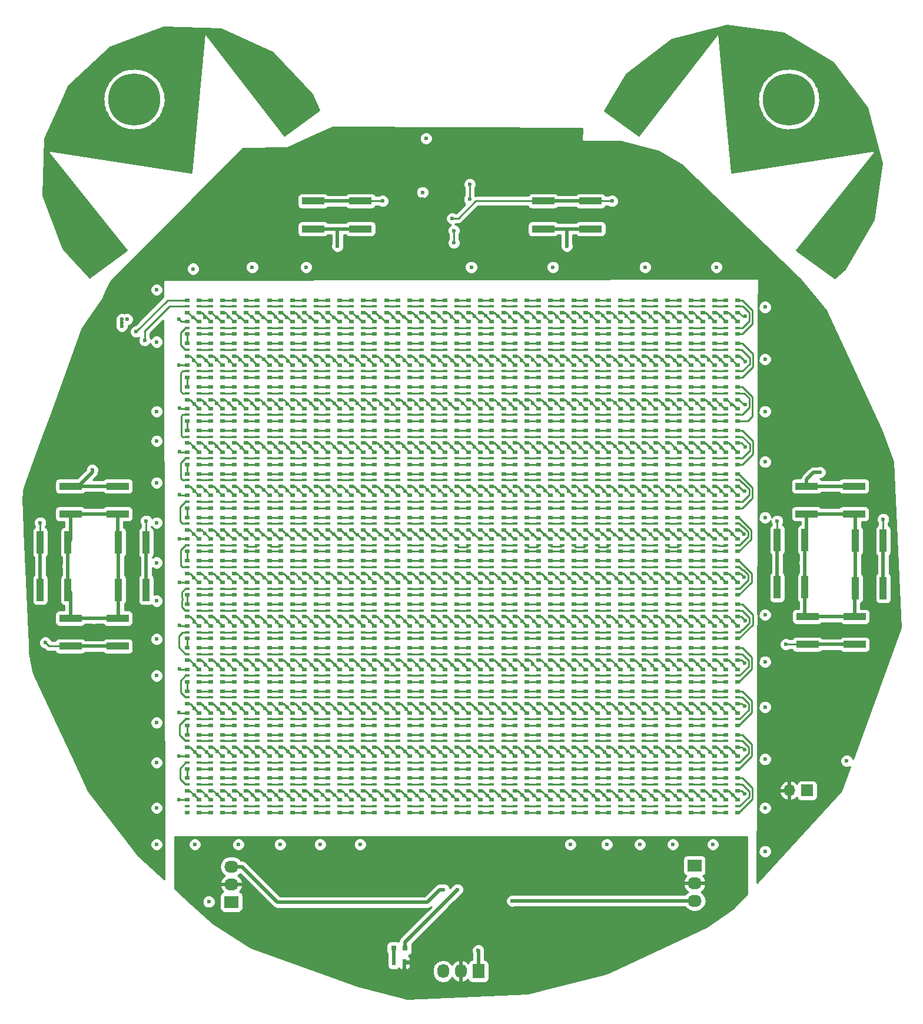
<source format=gtl>
G04 #@! TF.FileFunction,Copper,L1,Top,Signal*
%FSLAX46Y46*%
G04 Gerber Fmt 4.6, Leading zero omitted, Abs format (unit mm)*
G04 Created by KiCad (PCBNEW 4.0.6+dfsg1-1) date Tue Apr 17 11:31:54 2018*
%MOMM*%
%LPD*%
G01*
G04 APERTURE LIST*
%ADD10C,0.100000*%
%ADD11R,0.500000X0.900000*%
%ADD12R,0.800000X0.800000*%
%ADD13C,7.500000*%
%ADD14R,0.800000X0.500000*%
%ADD15R,0.800000X0.300000*%
%ADD16R,1.700000X1.700000*%
%ADD17O,1.700000X1.700000*%
%ADD18R,1.727200X2.032000*%
%ADD19O,1.727200X2.032000*%
%ADD20R,2.032000X1.727200*%
%ADD21O,2.032000X1.727200*%
%ADD22R,3.200000X1.000000*%
%ADD23R,1.000000X3.200000*%
%ADD24C,0.600000*%
%ADD25C,0.500000*%
%ADD26C,0.250000*%
%ADD27C,0.254000*%
G04 APERTURE END LIST*
D10*
D11*
X166850000Y-190700000D03*
X165350000Y-190700000D03*
D12*
X165350000Y-188700000D03*
X166950000Y-188700000D03*
D13*
X222188458Y-66616445D03*
D14*
X135650000Y-95500000D03*
D15*
X135650000Y-96400000D03*
D14*
X135650000Y-97300000D03*
X137350000Y-97300000D03*
D15*
X137350000Y-96400000D03*
D14*
X137350000Y-95500000D03*
X214850000Y-100376087D03*
D15*
X214850000Y-99476087D03*
D14*
X214850000Y-98576087D03*
X213150000Y-98576087D03*
D15*
X213150000Y-99476087D03*
D14*
X213150000Y-100376087D03*
X135650000Y-101747826D03*
D15*
X135650000Y-102647826D03*
D14*
X135650000Y-103547826D03*
X137350000Y-103547826D03*
D15*
X137350000Y-102647826D03*
D14*
X137350000Y-101747826D03*
X214850000Y-106628261D03*
D15*
X214850000Y-105728261D03*
D14*
X214850000Y-104828261D03*
X213150000Y-104828261D03*
D15*
X213150000Y-105728261D03*
D14*
X213150000Y-106628261D03*
X135650000Y-107995652D03*
D15*
X135650000Y-108895652D03*
D14*
X135650000Y-109795652D03*
X137350000Y-109795652D03*
D15*
X137350000Y-108895652D03*
D14*
X137350000Y-107995652D03*
X214850000Y-112880435D03*
D15*
X214850000Y-111980435D03*
D14*
X214850000Y-111080435D03*
X213150000Y-111080435D03*
D15*
X213150000Y-111980435D03*
D14*
X213150000Y-112880435D03*
X135650000Y-114243478D03*
D15*
X135650000Y-115143478D03*
D14*
X135650000Y-116043478D03*
X137350000Y-116043478D03*
D15*
X137350000Y-115143478D03*
D14*
X137350000Y-114243478D03*
X214850000Y-119132609D03*
D15*
X214850000Y-118232609D03*
D14*
X214850000Y-117332609D03*
X213150000Y-117332609D03*
D15*
X213150000Y-118232609D03*
D14*
X213150000Y-119132609D03*
X135650000Y-120491304D03*
D15*
X135650000Y-121391304D03*
D14*
X135650000Y-122291304D03*
X137350000Y-122291304D03*
D15*
X137350000Y-121391304D03*
D14*
X137350000Y-120491304D03*
X214850000Y-125384783D03*
D15*
X214850000Y-124484783D03*
D14*
X214850000Y-123584783D03*
X213150000Y-123584783D03*
D15*
X213150000Y-124484783D03*
D14*
X213150000Y-125384783D03*
X135650000Y-126739130D03*
D15*
X135650000Y-127639130D03*
D14*
X135650000Y-128539130D03*
X137350000Y-128539130D03*
D15*
X137350000Y-127639130D03*
D14*
X137350000Y-126739130D03*
X214850000Y-131636957D03*
D15*
X214850000Y-130736957D03*
D14*
X214850000Y-129836957D03*
X213150000Y-129836957D03*
D15*
X213150000Y-130736957D03*
D14*
X213150000Y-131636957D03*
X135650000Y-132986956D03*
D15*
X135650000Y-133886956D03*
D14*
X135650000Y-134786956D03*
X137350000Y-134786956D03*
D15*
X137350000Y-133886956D03*
D14*
X137350000Y-132986956D03*
X214850000Y-137889131D03*
D15*
X214850000Y-136989131D03*
D14*
X214850000Y-136089131D03*
X213150000Y-136089131D03*
D15*
X213150000Y-136989131D03*
D14*
X213150000Y-137889131D03*
X135650000Y-139234782D03*
D15*
X135650000Y-140134782D03*
D14*
X135650000Y-141034782D03*
X137350000Y-141034782D03*
D15*
X137350000Y-140134782D03*
D14*
X137350000Y-139234782D03*
X214850000Y-144141305D03*
D15*
X214850000Y-143241305D03*
D14*
X214850000Y-142341305D03*
X213150000Y-142341305D03*
D15*
X213150000Y-143241305D03*
D14*
X213150000Y-144141305D03*
X135650000Y-145482608D03*
D15*
X135650000Y-146382608D03*
D14*
X135650000Y-147282608D03*
X137350000Y-147282608D03*
D15*
X137350000Y-146382608D03*
D14*
X137350000Y-145482608D03*
X214850000Y-150393479D03*
D15*
X214850000Y-149493479D03*
D14*
X214850000Y-148593479D03*
X213150000Y-148593479D03*
D15*
X213150000Y-149493479D03*
D14*
X213150000Y-150393479D03*
X135650000Y-151730434D03*
D15*
X135650000Y-152630434D03*
D14*
X135650000Y-153530434D03*
X137350000Y-153530434D03*
D15*
X137350000Y-152630434D03*
D14*
X137350000Y-151730434D03*
X214850000Y-156645653D03*
D15*
X214850000Y-155745653D03*
D14*
X214850000Y-154845653D03*
X213150000Y-154845653D03*
D15*
X213150000Y-155745653D03*
D14*
X213150000Y-156645653D03*
X135650000Y-157978260D03*
D15*
X135650000Y-158878260D03*
D14*
X135650000Y-159778260D03*
X137350000Y-159778260D03*
D15*
X137350000Y-158878260D03*
D14*
X137350000Y-157978260D03*
X214850000Y-162897827D03*
D15*
X214850000Y-161997827D03*
D14*
X214850000Y-161097827D03*
X213150000Y-161097827D03*
D15*
X213150000Y-161997827D03*
D14*
X213150000Y-162897827D03*
X135650000Y-164226086D03*
D15*
X135650000Y-165126086D03*
D14*
X135650000Y-166026086D03*
X137350000Y-166026086D03*
D15*
X137350000Y-165126086D03*
D14*
X137350000Y-164226086D03*
X214850000Y-169150001D03*
D15*
X214850000Y-168250001D03*
D14*
X214850000Y-167350001D03*
X213150000Y-167350001D03*
D15*
X213150000Y-168250001D03*
D14*
X213150000Y-169150001D03*
X139019565Y-95500000D03*
D15*
X139019565Y-96400000D03*
D14*
X139019565Y-97300000D03*
X140719565Y-97300000D03*
D15*
X140719565Y-96400000D03*
D14*
X140719565Y-95500000D03*
X211480435Y-100376087D03*
D15*
X211480435Y-99476087D03*
D14*
X211480435Y-98576087D03*
X209780435Y-98576087D03*
D15*
X209780435Y-99476087D03*
D14*
X209780435Y-100376087D03*
X139019565Y-101747826D03*
D15*
X139019565Y-102647826D03*
D14*
X139019565Y-103547826D03*
X140719565Y-103547826D03*
D15*
X140719565Y-102647826D03*
D14*
X140719565Y-101747826D03*
X211480435Y-106628261D03*
D15*
X211480435Y-105728261D03*
D14*
X211480435Y-104828261D03*
X209780435Y-104828261D03*
D15*
X209780435Y-105728261D03*
D14*
X209780435Y-106628261D03*
X139019565Y-107995652D03*
D15*
X139019565Y-108895652D03*
D14*
X139019565Y-109795652D03*
X140719565Y-109795652D03*
D15*
X140719565Y-108895652D03*
D14*
X140719565Y-107995652D03*
X211480435Y-112880435D03*
D15*
X211480435Y-111980435D03*
D14*
X211480435Y-111080435D03*
X209780435Y-111080435D03*
D15*
X209780435Y-111980435D03*
D14*
X209780435Y-112880435D03*
X139019565Y-114243478D03*
D15*
X139019565Y-115143478D03*
D14*
X139019565Y-116043478D03*
X140719565Y-116043478D03*
D15*
X140719565Y-115143478D03*
D14*
X140719565Y-114243478D03*
X211480435Y-119132609D03*
D15*
X211480435Y-118232609D03*
D14*
X211480435Y-117332609D03*
X209780435Y-117332609D03*
D15*
X209780435Y-118232609D03*
D14*
X209780435Y-119132609D03*
X139019565Y-120491304D03*
D15*
X139019565Y-121391304D03*
D14*
X139019565Y-122291304D03*
X140719565Y-122291304D03*
D15*
X140719565Y-121391304D03*
D14*
X140719565Y-120491304D03*
X211480435Y-125384783D03*
D15*
X211480435Y-124484783D03*
D14*
X211480435Y-123584783D03*
X209780435Y-123584783D03*
D15*
X209780435Y-124484783D03*
D14*
X209780435Y-125384783D03*
X139019565Y-126739130D03*
D15*
X139019565Y-127639130D03*
D14*
X139019565Y-128539130D03*
X140719565Y-128539130D03*
D15*
X140719565Y-127639130D03*
D14*
X140719565Y-126739130D03*
X211480435Y-131636957D03*
D15*
X211480435Y-130736957D03*
D14*
X211480435Y-129836957D03*
X209780435Y-129836957D03*
D15*
X209780435Y-130736957D03*
D14*
X209780435Y-131636957D03*
X139019565Y-132986956D03*
D15*
X139019565Y-133886956D03*
D14*
X139019565Y-134786956D03*
X140719565Y-134786956D03*
D15*
X140719565Y-133886956D03*
D14*
X140719565Y-132986956D03*
X211480435Y-137889131D03*
D15*
X211480435Y-136989131D03*
D14*
X211480435Y-136089131D03*
X209780435Y-136089131D03*
D15*
X209780435Y-136989131D03*
D14*
X209780435Y-137889131D03*
X139019565Y-139234782D03*
D15*
X139019565Y-140134782D03*
D14*
X139019565Y-141034782D03*
X140719565Y-141034782D03*
D15*
X140719565Y-140134782D03*
D14*
X140719565Y-139234782D03*
X211480435Y-144141305D03*
D15*
X211480435Y-143241305D03*
D14*
X211480435Y-142341305D03*
X209780435Y-142341305D03*
D15*
X209780435Y-143241305D03*
D14*
X209780435Y-144141305D03*
X139019565Y-145482608D03*
D15*
X139019565Y-146382608D03*
D14*
X139019565Y-147282608D03*
X140719565Y-147282608D03*
D15*
X140719565Y-146382608D03*
D14*
X140719565Y-145482608D03*
X211480435Y-150393479D03*
D15*
X211480435Y-149493479D03*
D14*
X211480435Y-148593479D03*
X209780435Y-148593479D03*
D15*
X209780435Y-149493479D03*
D14*
X209780435Y-150393479D03*
X139019565Y-151730434D03*
D15*
X139019565Y-152630434D03*
D14*
X139019565Y-153530434D03*
X140719565Y-153530434D03*
D15*
X140719565Y-152630434D03*
D14*
X140719565Y-151730434D03*
X211480435Y-156645653D03*
D15*
X211480435Y-155745653D03*
D14*
X211480435Y-154845653D03*
X209780435Y-154845653D03*
D15*
X209780435Y-155745653D03*
D14*
X209780435Y-156645653D03*
X139019565Y-157978260D03*
D15*
X139019565Y-158878260D03*
D14*
X139019565Y-159778260D03*
X140719565Y-159778260D03*
D15*
X140719565Y-158878260D03*
D14*
X140719565Y-157978260D03*
X211480435Y-162897827D03*
D15*
X211480435Y-161997827D03*
D14*
X211480435Y-161097827D03*
X209780435Y-161097827D03*
D15*
X209780435Y-161997827D03*
D14*
X209780435Y-162897827D03*
X139019565Y-164226086D03*
D15*
X139019565Y-165126086D03*
D14*
X139019565Y-166026086D03*
X140719565Y-166026086D03*
D15*
X140719565Y-165126086D03*
D14*
X140719565Y-164226086D03*
X211480435Y-169150001D03*
D15*
X211480435Y-168250001D03*
D14*
X211480435Y-167350001D03*
X209780435Y-167350001D03*
D15*
X209780435Y-168250001D03*
D14*
X209780435Y-169150001D03*
X142389130Y-95500000D03*
D15*
X142389130Y-96400000D03*
D14*
X142389130Y-97300000D03*
X144089130Y-97300000D03*
D15*
X144089130Y-96400000D03*
D14*
X144089130Y-95500000D03*
X208110870Y-100376087D03*
D15*
X208110870Y-99476087D03*
D14*
X208110870Y-98576087D03*
X206410870Y-98576087D03*
D15*
X206410870Y-99476087D03*
D14*
X206410870Y-100376087D03*
X142389130Y-101747826D03*
D15*
X142389130Y-102647826D03*
D14*
X142389130Y-103547826D03*
X144089130Y-103547826D03*
D15*
X144089130Y-102647826D03*
D14*
X144089130Y-101747826D03*
X208110870Y-106628261D03*
D15*
X208110870Y-105728261D03*
D14*
X208110870Y-104828261D03*
X206410870Y-104828261D03*
D15*
X206410870Y-105728261D03*
D14*
X206410870Y-106628261D03*
X142389130Y-107995652D03*
D15*
X142389130Y-108895652D03*
D14*
X142389130Y-109795652D03*
X144089130Y-109795652D03*
D15*
X144089130Y-108895652D03*
D14*
X144089130Y-107995652D03*
X208110870Y-112880435D03*
D15*
X208110870Y-111980435D03*
D14*
X208110870Y-111080435D03*
X206410870Y-111080435D03*
D15*
X206410870Y-111980435D03*
D14*
X206410870Y-112880435D03*
X142389130Y-114243478D03*
D15*
X142389130Y-115143478D03*
D14*
X142389130Y-116043478D03*
X144089130Y-116043478D03*
D15*
X144089130Y-115143478D03*
D14*
X144089130Y-114243478D03*
X208110870Y-119132609D03*
D15*
X208110870Y-118232609D03*
D14*
X208110870Y-117332609D03*
X206410870Y-117332609D03*
D15*
X206410870Y-118232609D03*
D14*
X206410870Y-119132609D03*
X142389130Y-120491304D03*
D15*
X142389130Y-121391304D03*
D14*
X142389130Y-122291304D03*
X144089130Y-122291304D03*
D15*
X144089130Y-121391304D03*
D14*
X144089130Y-120491304D03*
X208110870Y-125384783D03*
D15*
X208110870Y-124484783D03*
D14*
X208110870Y-123584783D03*
X206410870Y-123584783D03*
D15*
X206410870Y-124484783D03*
D14*
X206410870Y-125384783D03*
X142389130Y-126739130D03*
D15*
X142389130Y-127639130D03*
D14*
X142389130Y-128539130D03*
X144089130Y-128539130D03*
D15*
X144089130Y-127639130D03*
D14*
X144089130Y-126739130D03*
X208110870Y-131636957D03*
D15*
X208110870Y-130736957D03*
D14*
X208110870Y-129836957D03*
X206410870Y-129836957D03*
D15*
X206410870Y-130736957D03*
D14*
X206410870Y-131636957D03*
X142389130Y-132986956D03*
D15*
X142389130Y-133886956D03*
D14*
X142389130Y-134786956D03*
X144089130Y-134786956D03*
D15*
X144089130Y-133886956D03*
D14*
X144089130Y-132986956D03*
X208110870Y-137889131D03*
D15*
X208110870Y-136989131D03*
D14*
X208110870Y-136089131D03*
X206410870Y-136089131D03*
D15*
X206410870Y-136989131D03*
D14*
X206410870Y-137889131D03*
X142389130Y-139234782D03*
D15*
X142389130Y-140134782D03*
D14*
X142389130Y-141034782D03*
X144089130Y-141034782D03*
D15*
X144089130Y-140134782D03*
D14*
X144089130Y-139234782D03*
X208110870Y-144141305D03*
D15*
X208110870Y-143241305D03*
D14*
X208110870Y-142341305D03*
X206410870Y-142341305D03*
D15*
X206410870Y-143241305D03*
D14*
X206410870Y-144141305D03*
X142389130Y-145482608D03*
D15*
X142389130Y-146382608D03*
D14*
X142389130Y-147282608D03*
X144089130Y-147282608D03*
D15*
X144089130Y-146382608D03*
D14*
X144089130Y-145482608D03*
X208110870Y-150393479D03*
D15*
X208110870Y-149493479D03*
D14*
X208110870Y-148593479D03*
X206410870Y-148593479D03*
D15*
X206410870Y-149493479D03*
D14*
X206410870Y-150393479D03*
X142389130Y-151730434D03*
D15*
X142389130Y-152630434D03*
D14*
X142389130Y-153530434D03*
X144089130Y-153530434D03*
D15*
X144089130Y-152630434D03*
D14*
X144089130Y-151730434D03*
X208110870Y-156645653D03*
D15*
X208110870Y-155745653D03*
D14*
X208110870Y-154845653D03*
X206410870Y-154845653D03*
D15*
X206410870Y-155745653D03*
D14*
X206410870Y-156645653D03*
X142389130Y-157978260D03*
D15*
X142389130Y-158878260D03*
D14*
X142389130Y-159778260D03*
X144089130Y-159778260D03*
D15*
X144089130Y-158878260D03*
D14*
X144089130Y-157978260D03*
X208110870Y-162897827D03*
D15*
X208110870Y-161997827D03*
D14*
X208110870Y-161097827D03*
X206410870Y-161097827D03*
D15*
X206410870Y-161997827D03*
D14*
X206410870Y-162897827D03*
X142389130Y-164226086D03*
D15*
X142389130Y-165126086D03*
D14*
X142389130Y-166026086D03*
X144089130Y-166026086D03*
D15*
X144089130Y-165126086D03*
D14*
X144089130Y-164226086D03*
X208110870Y-169150001D03*
D15*
X208110870Y-168250001D03*
D14*
X208110870Y-167350001D03*
X206410870Y-167350001D03*
D15*
X206410870Y-168250001D03*
D14*
X206410870Y-169150001D03*
X145758695Y-95500000D03*
D15*
X145758695Y-96400000D03*
D14*
X145758695Y-97300000D03*
X147458695Y-97300000D03*
D15*
X147458695Y-96400000D03*
D14*
X147458695Y-95500000D03*
X204741305Y-100376087D03*
D15*
X204741305Y-99476087D03*
D14*
X204741305Y-98576087D03*
X203041305Y-98576087D03*
D15*
X203041305Y-99476087D03*
D14*
X203041305Y-100376087D03*
X145758695Y-101747826D03*
D15*
X145758695Y-102647826D03*
D14*
X145758695Y-103547826D03*
X147458695Y-103547826D03*
D15*
X147458695Y-102647826D03*
D14*
X147458695Y-101747826D03*
X204741305Y-106628261D03*
D15*
X204741305Y-105728261D03*
D14*
X204741305Y-104828261D03*
X203041305Y-104828261D03*
D15*
X203041305Y-105728261D03*
D14*
X203041305Y-106628261D03*
X145758695Y-107995652D03*
D15*
X145758695Y-108895652D03*
D14*
X145758695Y-109795652D03*
X147458695Y-109795652D03*
D15*
X147458695Y-108895652D03*
D14*
X147458695Y-107995652D03*
X204741305Y-112880435D03*
D15*
X204741305Y-111980435D03*
D14*
X204741305Y-111080435D03*
X203041305Y-111080435D03*
D15*
X203041305Y-111980435D03*
D14*
X203041305Y-112880435D03*
X145758695Y-114243478D03*
D15*
X145758695Y-115143478D03*
D14*
X145758695Y-116043478D03*
X147458695Y-116043478D03*
D15*
X147458695Y-115143478D03*
D14*
X147458695Y-114243478D03*
X204741305Y-119132609D03*
D15*
X204741305Y-118232609D03*
D14*
X204741305Y-117332609D03*
X203041305Y-117332609D03*
D15*
X203041305Y-118232609D03*
D14*
X203041305Y-119132609D03*
X145758695Y-120491304D03*
D15*
X145758695Y-121391304D03*
D14*
X145758695Y-122291304D03*
X147458695Y-122291304D03*
D15*
X147458695Y-121391304D03*
D14*
X147458695Y-120491304D03*
X204741305Y-125384783D03*
D15*
X204741305Y-124484783D03*
D14*
X204741305Y-123584783D03*
X203041305Y-123584783D03*
D15*
X203041305Y-124484783D03*
D14*
X203041305Y-125384783D03*
X145758695Y-126739130D03*
D15*
X145758695Y-127639130D03*
D14*
X145758695Y-128539130D03*
X147458695Y-128539130D03*
D15*
X147458695Y-127639130D03*
D14*
X147458695Y-126739130D03*
X204741305Y-131636957D03*
D15*
X204741305Y-130736957D03*
D14*
X204741305Y-129836957D03*
X203041305Y-129836957D03*
D15*
X203041305Y-130736957D03*
D14*
X203041305Y-131636957D03*
X145758695Y-132986956D03*
D15*
X145758695Y-133886956D03*
D14*
X145758695Y-134786956D03*
X147458695Y-134786956D03*
D15*
X147458695Y-133886956D03*
D14*
X147458695Y-132986956D03*
X204741305Y-137889131D03*
D15*
X204741305Y-136989131D03*
D14*
X204741305Y-136089131D03*
X203041305Y-136089131D03*
D15*
X203041305Y-136989131D03*
D14*
X203041305Y-137889131D03*
X145758695Y-139234782D03*
D15*
X145758695Y-140134782D03*
D14*
X145758695Y-141034782D03*
X147458695Y-141034782D03*
D15*
X147458695Y-140134782D03*
D14*
X147458695Y-139234782D03*
X204741305Y-144141305D03*
D15*
X204741305Y-143241305D03*
D14*
X204741305Y-142341305D03*
X203041305Y-142341305D03*
D15*
X203041305Y-143241305D03*
D14*
X203041305Y-144141305D03*
X145758695Y-145482608D03*
D15*
X145758695Y-146382608D03*
D14*
X145758695Y-147282608D03*
X147458695Y-147282608D03*
D15*
X147458695Y-146382608D03*
D14*
X147458695Y-145482608D03*
X204741305Y-150393479D03*
D15*
X204741305Y-149493479D03*
D14*
X204741305Y-148593479D03*
X203041305Y-148593479D03*
D15*
X203041305Y-149493479D03*
D14*
X203041305Y-150393479D03*
X145758695Y-151730434D03*
D15*
X145758695Y-152630434D03*
D14*
X145758695Y-153530434D03*
X147458695Y-153530434D03*
D15*
X147458695Y-152630434D03*
D14*
X147458695Y-151730434D03*
X204741305Y-156645653D03*
D15*
X204741305Y-155745653D03*
D14*
X204741305Y-154845653D03*
X203041305Y-154845653D03*
D15*
X203041305Y-155745653D03*
D14*
X203041305Y-156645653D03*
X145758695Y-157978260D03*
D15*
X145758695Y-158878260D03*
D14*
X145758695Y-159778260D03*
X147458695Y-159778260D03*
D15*
X147458695Y-158878260D03*
D14*
X147458695Y-157978260D03*
X204741305Y-162897827D03*
D15*
X204741305Y-161997827D03*
D14*
X204741305Y-161097827D03*
X203041305Y-161097827D03*
D15*
X203041305Y-161997827D03*
D14*
X203041305Y-162897827D03*
X145758695Y-164226086D03*
D15*
X145758695Y-165126086D03*
D14*
X145758695Y-166026086D03*
X147458695Y-166026086D03*
D15*
X147458695Y-165126086D03*
D14*
X147458695Y-164226086D03*
X204741305Y-169150001D03*
D15*
X204741305Y-168250001D03*
D14*
X204741305Y-167350001D03*
X203041305Y-167350001D03*
D15*
X203041305Y-168250001D03*
D14*
X203041305Y-169150001D03*
X149128260Y-95500000D03*
D15*
X149128260Y-96400000D03*
D14*
X149128260Y-97300000D03*
X150828260Y-97300000D03*
D15*
X150828260Y-96400000D03*
D14*
X150828260Y-95500000D03*
X201371740Y-100376087D03*
D15*
X201371740Y-99476087D03*
D14*
X201371740Y-98576087D03*
X199671740Y-98576087D03*
D15*
X199671740Y-99476087D03*
D14*
X199671740Y-100376087D03*
X149128260Y-101747826D03*
D15*
X149128260Y-102647826D03*
D14*
X149128260Y-103547826D03*
X150828260Y-103547826D03*
D15*
X150828260Y-102647826D03*
D14*
X150828260Y-101747826D03*
X201371740Y-106628261D03*
D15*
X201371740Y-105728261D03*
D14*
X201371740Y-104828261D03*
X199671740Y-104828261D03*
D15*
X199671740Y-105728261D03*
D14*
X199671740Y-106628261D03*
X149128260Y-107995652D03*
D15*
X149128260Y-108895652D03*
D14*
X149128260Y-109795652D03*
X150828260Y-109795652D03*
D15*
X150828260Y-108895652D03*
D14*
X150828260Y-107995652D03*
X201371740Y-112880435D03*
D15*
X201371740Y-111980435D03*
D14*
X201371740Y-111080435D03*
X199671740Y-111080435D03*
D15*
X199671740Y-111980435D03*
D14*
X199671740Y-112880435D03*
X149128260Y-114243478D03*
D15*
X149128260Y-115143478D03*
D14*
X149128260Y-116043478D03*
X150828260Y-116043478D03*
D15*
X150828260Y-115143478D03*
D14*
X150828260Y-114243478D03*
X201371740Y-119132609D03*
D15*
X201371740Y-118232609D03*
D14*
X201371740Y-117332609D03*
X199671740Y-117332609D03*
D15*
X199671740Y-118232609D03*
D14*
X199671740Y-119132609D03*
X149128260Y-120491304D03*
D15*
X149128260Y-121391304D03*
D14*
X149128260Y-122291304D03*
X150828260Y-122291304D03*
D15*
X150828260Y-121391304D03*
D14*
X150828260Y-120491304D03*
X201371740Y-125384783D03*
D15*
X201371740Y-124484783D03*
D14*
X201371740Y-123584783D03*
X199671740Y-123584783D03*
D15*
X199671740Y-124484783D03*
D14*
X199671740Y-125384783D03*
X149128260Y-126739130D03*
D15*
X149128260Y-127639130D03*
D14*
X149128260Y-128539130D03*
X150828260Y-128539130D03*
D15*
X150828260Y-127639130D03*
D14*
X150828260Y-126739130D03*
X201371740Y-131636957D03*
D15*
X201371740Y-130736957D03*
D14*
X201371740Y-129836957D03*
X199671740Y-129836957D03*
D15*
X199671740Y-130736957D03*
D14*
X199671740Y-131636957D03*
X149128260Y-132986956D03*
D15*
X149128260Y-133886956D03*
D14*
X149128260Y-134786956D03*
X150828260Y-134786956D03*
D15*
X150828260Y-133886956D03*
D14*
X150828260Y-132986956D03*
X201371740Y-137889131D03*
D15*
X201371740Y-136989131D03*
D14*
X201371740Y-136089131D03*
X199671740Y-136089131D03*
D15*
X199671740Y-136989131D03*
D14*
X199671740Y-137889131D03*
X149128260Y-139234782D03*
D15*
X149128260Y-140134782D03*
D14*
X149128260Y-141034782D03*
X150828260Y-141034782D03*
D15*
X150828260Y-140134782D03*
D14*
X150828260Y-139234782D03*
X201371740Y-144141305D03*
D15*
X201371740Y-143241305D03*
D14*
X201371740Y-142341305D03*
X199671740Y-142341305D03*
D15*
X199671740Y-143241305D03*
D14*
X199671740Y-144141305D03*
X149128260Y-145482608D03*
D15*
X149128260Y-146382608D03*
D14*
X149128260Y-147282608D03*
X150828260Y-147282608D03*
D15*
X150828260Y-146382608D03*
D14*
X150828260Y-145482608D03*
X201371740Y-150393479D03*
D15*
X201371740Y-149493479D03*
D14*
X201371740Y-148593479D03*
X199671740Y-148593479D03*
D15*
X199671740Y-149493479D03*
D14*
X199671740Y-150393479D03*
X149128260Y-151730434D03*
D15*
X149128260Y-152630434D03*
D14*
X149128260Y-153530434D03*
X150828260Y-153530434D03*
D15*
X150828260Y-152630434D03*
D14*
X150828260Y-151730434D03*
X201371740Y-156645653D03*
D15*
X201371740Y-155745653D03*
D14*
X201371740Y-154845653D03*
X199671740Y-154845653D03*
D15*
X199671740Y-155745653D03*
D14*
X199671740Y-156645653D03*
X149128260Y-157978260D03*
D15*
X149128260Y-158878260D03*
D14*
X149128260Y-159778260D03*
X150828260Y-159778260D03*
D15*
X150828260Y-158878260D03*
D14*
X150828260Y-157978260D03*
X201371740Y-162897827D03*
D15*
X201371740Y-161997827D03*
D14*
X201371740Y-161097827D03*
X199671740Y-161097827D03*
D15*
X199671740Y-161997827D03*
D14*
X199671740Y-162897827D03*
X149128260Y-164226086D03*
D15*
X149128260Y-165126086D03*
D14*
X149128260Y-166026086D03*
X150828260Y-166026086D03*
D15*
X150828260Y-165126086D03*
D14*
X150828260Y-164226086D03*
X201371740Y-169150001D03*
D15*
X201371740Y-168250001D03*
D14*
X201371740Y-167350001D03*
X199671740Y-167350001D03*
D15*
X199671740Y-168250001D03*
D14*
X199671740Y-169150001D03*
X152497825Y-95500000D03*
D15*
X152497825Y-96400000D03*
D14*
X152497825Y-97300000D03*
X154197825Y-97300000D03*
D15*
X154197825Y-96400000D03*
D14*
X154197825Y-95500000D03*
X198002175Y-100376087D03*
D15*
X198002175Y-99476087D03*
D14*
X198002175Y-98576087D03*
X196302175Y-98576087D03*
D15*
X196302175Y-99476087D03*
D14*
X196302175Y-100376087D03*
X152497825Y-101747826D03*
D15*
X152497825Y-102647826D03*
D14*
X152497825Y-103547826D03*
X154197825Y-103547826D03*
D15*
X154197825Y-102647826D03*
D14*
X154197825Y-101747826D03*
X198002175Y-106628261D03*
D15*
X198002175Y-105728261D03*
D14*
X198002175Y-104828261D03*
X196302175Y-104828261D03*
D15*
X196302175Y-105728261D03*
D14*
X196302175Y-106628261D03*
X152497825Y-107995652D03*
D15*
X152497825Y-108895652D03*
D14*
X152497825Y-109795652D03*
X154197825Y-109795652D03*
D15*
X154197825Y-108895652D03*
D14*
X154197825Y-107995652D03*
X198002175Y-112880435D03*
D15*
X198002175Y-111980435D03*
D14*
X198002175Y-111080435D03*
X196302175Y-111080435D03*
D15*
X196302175Y-111980435D03*
D14*
X196302175Y-112880435D03*
X152497825Y-114243478D03*
D15*
X152497825Y-115143478D03*
D14*
X152497825Y-116043478D03*
X154197825Y-116043478D03*
D15*
X154197825Y-115143478D03*
D14*
X154197825Y-114243478D03*
X198002175Y-119132609D03*
D15*
X198002175Y-118232609D03*
D14*
X198002175Y-117332609D03*
X196302175Y-117332609D03*
D15*
X196302175Y-118232609D03*
D14*
X196302175Y-119132609D03*
X152497825Y-120491304D03*
D15*
X152497825Y-121391304D03*
D14*
X152497825Y-122291304D03*
X154197825Y-122291304D03*
D15*
X154197825Y-121391304D03*
D14*
X154197825Y-120491304D03*
X198002175Y-125384783D03*
D15*
X198002175Y-124484783D03*
D14*
X198002175Y-123584783D03*
X196302175Y-123584783D03*
D15*
X196302175Y-124484783D03*
D14*
X196302175Y-125384783D03*
X152497825Y-126739130D03*
D15*
X152497825Y-127639130D03*
D14*
X152497825Y-128539130D03*
X154197825Y-128539130D03*
D15*
X154197825Y-127639130D03*
D14*
X154197825Y-126739130D03*
X198002175Y-131636957D03*
D15*
X198002175Y-130736957D03*
D14*
X198002175Y-129836957D03*
X196302175Y-129836957D03*
D15*
X196302175Y-130736957D03*
D14*
X196302175Y-131636957D03*
X152497825Y-132986956D03*
D15*
X152497825Y-133886956D03*
D14*
X152497825Y-134786956D03*
X154197825Y-134786956D03*
D15*
X154197825Y-133886956D03*
D14*
X154197825Y-132986956D03*
X198002175Y-137889131D03*
D15*
X198002175Y-136989131D03*
D14*
X198002175Y-136089131D03*
X196302175Y-136089131D03*
D15*
X196302175Y-136989131D03*
D14*
X196302175Y-137889131D03*
X152497825Y-139234782D03*
D15*
X152497825Y-140134782D03*
D14*
X152497825Y-141034782D03*
X154197825Y-141034782D03*
D15*
X154197825Y-140134782D03*
D14*
X154197825Y-139234782D03*
X198002175Y-144141305D03*
D15*
X198002175Y-143241305D03*
D14*
X198002175Y-142341305D03*
X196302175Y-142341305D03*
D15*
X196302175Y-143241305D03*
D14*
X196302175Y-144141305D03*
X152497825Y-145482608D03*
D15*
X152497825Y-146382608D03*
D14*
X152497825Y-147282608D03*
X154197825Y-147282608D03*
D15*
X154197825Y-146382608D03*
D14*
X154197825Y-145482608D03*
X198002175Y-150393479D03*
D15*
X198002175Y-149493479D03*
D14*
X198002175Y-148593479D03*
X196302175Y-148593479D03*
D15*
X196302175Y-149493479D03*
D14*
X196302175Y-150393479D03*
X152497825Y-151730434D03*
D15*
X152497825Y-152630434D03*
D14*
X152497825Y-153530434D03*
X154197825Y-153530434D03*
D15*
X154197825Y-152630434D03*
D14*
X154197825Y-151730434D03*
X198002175Y-156645653D03*
D15*
X198002175Y-155745653D03*
D14*
X198002175Y-154845653D03*
X196302175Y-154845653D03*
D15*
X196302175Y-155745653D03*
D14*
X196302175Y-156645653D03*
X152497825Y-157978260D03*
D15*
X152497825Y-158878260D03*
D14*
X152497825Y-159778260D03*
X154197825Y-159778260D03*
D15*
X154197825Y-158878260D03*
D14*
X154197825Y-157978260D03*
X198002175Y-162897827D03*
D15*
X198002175Y-161997827D03*
D14*
X198002175Y-161097827D03*
X196302175Y-161097827D03*
D15*
X196302175Y-161997827D03*
D14*
X196302175Y-162897827D03*
X152497825Y-164226086D03*
D15*
X152497825Y-165126086D03*
D14*
X152497825Y-166026086D03*
X154197825Y-166026086D03*
D15*
X154197825Y-165126086D03*
D14*
X154197825Y-164226086D03*
X198002175Y-169150001D03*
D15*
X198002175Y-168250001D03*
D14*
X198002175Y-167350001D03*
X196302175Y-167350001D03*
D15*
X196302175Y-168250001D03*
D14*
X196302175Y-169150001D03*
X155867390Y-95500000D03*
D15*
X155867390Y-96400000D03*
D14*
X155867390Y-97300000D03*
X157567390Y-97300000D03*
D15*
X157567390Y-96400000D03*
D14*
X157567390Y-95500000D03*
X194632610Y-100376087D03*
D15*
X194632610Y-99476087D03*
D14*
X194632610Y-98576087D03*
X192932610Y-98576087D03*
D15*
X192932610Y-99476087D03*
D14*
X192932610Y-100376087D03*
X155867390Y-101747826D03*
D15*
X155867390Y-102647826D03*
D14*
X155867390Y-103547826D03*
X157567390Y-103547826D03*
D15*
X157567390Y-102647826D03*
D14*
X157567390Y-101747826D03*
X194632610Y-106628261D03*
D15*
X194632610Y-105728261D03*
D14*
X194632610Y-104828261D03*
X192932610Y-104828261D03*
D15*
X192932610Y-105728261D03*
D14*
X192932610Y-106628261D03*
X155867390Y-107995652D03*
D15*
X155867390Y-108895652D03*
D14*
X155867390Y-109795652D03*
X157567390Y-109795652D03*
D15*
X157567390Y-108895652D03*
D14*
X157567390Y-107995652D03*
X194632610Y-112880435D03*
D15*
X194632610Y-111980435D03*
D14*
X194632610Y-111080435D03*
X192932610Y-111080435D03*
D15*
X192932610Y-111980435D03*
D14*
X192932610Y-112880435D03*
X155867390Y-114243478D03*
D15*
X155867390Y-115143478D03*
D14*
X155867390Y-116043478D03*
X157567390Y-116043478D03*
D15*
X157567390Y-115143478D03*
D14*
X157567390Y-114243478D03*
X194632610Y-119132609D03*
D15*
X194632610Y-118232609D03*
D14*
X194632610Y-117332609D03*
X192932610Y-117332609D03*
D15*
X192932610Y-118232609D03*
D14*
X192932610Y-119132609D03*
X155867390Y-120491304D03*
D15*
X155867390Y-121391304D03*
D14*
X155867390Y-122291304D03*
X157567390Y-122291304D03*
D15*
X157567390Y-121391304D03*
D14*
X157567390Y-120491304D03*
X194632610Y-125384783D03*
D15*
X194632610Y-124484783D03*
D14*
X194632610Y-123584783D03*
X192932610Y-123584783D03*
D15*
X192932610Y-124484783D03*
D14*
X192932610Y-125384783D03*
X155867390Y-126739130D03*
D15*
X155867390Y-127639130D03*
D14*
X155867390Y-128539130D03*
X157567390Y-128539130D03*
D15*
X157567390Y-127639130D03*
D14*
X157567390Y-126739130D03*
X194632610Y-131636957D03*
D15*
X194632610Y-130736957D03*
D14*
X194632610Y-129836957D03*
X192932610Y-129836957D03*
D15*
X192932610Y-130736957D03*
D14*
X192932610Y-131636957D03*
X155867390Y-132986956D03*
D15*
X155867390Y-133886956D03*
D14*
X155867390Y-134786956D03*
X157567390Y-134786956D03*
D15*
X157567390Y-133886956D03*
D14*
X157567390Y-132986956D03*
X194632610Y-137889131D03*
D15*
X194632610Y-136989131D03*
D14*
X194632610Y-136089131D03*
X192932610Y-136089131D03*
D15*
X192932610Y-136989131D03*
D14*
X192932610Y-137889131D03*
X155867390Y-139234782D03*
D15*
X155867390Y-140134782D03*
D14*
X155867390Y-141034782D03*
X157567390Y-141034782D03*
D15*
X157567390Y-140134782D03*
D14*
X157567390Y-139234782D03*
X194632610Y-144141305D03*
D15*
X194632610Y-143241305D03*
D14*
X194632610Y-142341305D03*
X192932610Y-142341305D03*
D15*
X192932610Y-143241305D03*
D14*
X192932610Y-144141305D03*
X155867390Y-145482608D03*
D15*
X155867390Y-146382608D03*
D14*
X155867390Y-147282608D03*
X157567390Y-147282608D03*
D15*
X157567390Y-146382608D03*
D14*
X157567390Y-145482608D03*
X194632610Y-150393479D03*
D15*
X194632610Y-149493479D03*
D14*
X194632610Y-148593479D03*
X192932610Y-148593479D03*
D15*
X192932610Y-149493479D03*
D14*
X192932610Y-150393479D03*
X155867390Y-151730434D03*
D15*
X155867390Y-152630434D03*
D14*
X155867390Y-153530434D03*
X157567390Y-153530434D03*
D15*
X157567390Y-152630434D03*
D14*
X157567390Y-151730434D03*
X194632610Y-156645653D03*
D15*
X194632610Y-155745653D03*
D14*
X194632610Y-154845653D03*
X192932610Y-154845653D03*
D15*
X192932610Y-155745653D03*
D14*
X192932610Y-156645653D03*
X155867390Y-157978260D03*
D15*
X155867390Y-158878260D03*
D14*
X155867390Y-159778260D03*
X157567390Y-159778260D03*
D15*
X157567390Y-158878260D03*
D14*
X157567390Y-157978260D03*
X194632610Y-162897827D03*
D15*
X194632610Y-161997827D03*
D14*
X194632610Y-161097827D03*
X192932610Y-161097827D03*
D15*
X192932610Y-161997827D03*
D14*
X192932610Y-162897827D03*
X155867390Y-164226086D03*
D15*
X155867390Y-165126086D03*
D14*
X155867390Y-166026086D03*
X157567390Y-166026086D03*
D15*
X157567390Y-165126086D03*
D14*
X157567390Y-164226086D03*
X194632610Y-169150001D03*
D15*
X194632610Y-168250001D03*
D14*
X194632610Y-167350001D03*
X192932610Y-167350001D03*
D15*
X192932610Y-168250001D03*
D14*
X192932610Y-169150001D03*
X159236955Y-95500000D03*
D15*
X159236955Y-96400000D03*
D14*
X159236955Y-97300000D03*
X160936955Y-97300000D03*
D15*
X160936955Y-96400000D03*
D14*
X160936955Y-95500000D03*
X191263045Y-100376087D03*
D15*
X191263045Y-99476087D03*
D14*
X191263045Y-98576087D03*
X189563045Y-98576087D03*
D15*
X189563045Y-99476087D03*
D14*
X189563045Y-100376087D03*
X159236955Y-101747826D03*
D15*
X159236955Y-102647826D03*
D14*
X159236955Y-103547826D03*
X160936955Y-103547826D03*
D15*
X160936955Y-102647826D03*
D14*
X160936955Y-101747826D03*
X191263045Y-106628261D03*
D15*
X191263045Y-105728261D03*
D14*
X191263045Y-104828261D03*
X189563045Y-104828261D03*
D15*
X189563045Y-105728261D03*
D14*
X189563045Y-106628261D03*
X159236955Y-107995652D03*
D15*
X159236955Y-108895652D03*
D14*
X159236955Y-109795652D03*
X160936955Y-109795652D03*
D15*
X160936955Y-108895652D03*
D14*
X160936955Y-107995652D03*
X191263045Y-112880435D03*
D15*
X191263045Y-111980435D03*
D14*
X191263045Y-111080435D03*
X189563045Y-111080435D03*
D15*
X189563045Y-111980435D03*
D14*
X189563045Y-112880435D03*
X159236955Y-114243478D03*
D15*
X159236955Y-115143478D03*
D14*
X159236955Y-116043478D03*
X160936955Y-116043478D03*
D15*
X160936955Y-115143478D03*
D14*
X160936955Y-114243478D03*
X191263045Y-119132609D03*
D15*
X191263045Y-118232609D03*
D14*
X191263045Y-117332609D03*
X189563045Y-117332609D03*
D15*
X189563045Y-118232609D03*
D14*
X189563045Y-119132609D03*
X159236955Y-120491304D03*
D15*
X159236955Y-121391304D03*
D14*
X159236955Y-122291304D03*
X160936955Y-122291304D03*
D15*
X160936955Y-121391304D03*
D14*
X160936955Y-120491304D03*
X191263045Y-125384783D03*
D15*
X191263045Y-124484783D03*
D14*
X191263045Y-123584783D03*
X189563045Y-123584783D03*
D15*
X189563045Y-124484783D03*
D14*
X189563045Y-125384783D03*
X159236955Y-126739130D03*
D15*
X159236955Y-127639130D03*
D14*
X159236955Y-128539130D03*
X160936955Y-128539130D03*
D15*
X160936955Y-127639130D03*
D14*
X160936955Y-126739130D03*
X191263045Y-131636957D03*
D15*
X191263045Y-130736957D03*
D14*
X191263045Y-129836957D03*
X189563045Y-129836957D03*
D15*
X189563045Y-130736957D03*
D14*
X189563045Y-131636957D03*
X159236955Y-132986956D03*
D15*
X159236955Y-133886956D03*
D14*
X159236955Y-134786956D03*
X160936955Y-134786956D03*
D15*
X160936955Y-133886956D03*
D14*
X160936955Y-132986956D03*
X191263045Y-137889131D03*
D15*
X191263045Y-136989131D03*
D14*
X191263045Y-136089131D03*
X189563045Y-136089131D03*
D15*
X189563045Y-136989131D03*
D14*
X189563045Y-137889131D03*
X159236955Y-139234782D03*
D15*
X159236955Y-140134782D03*
D14*
X159236955Y-141034782D03*
X160936955Y-141034782D03*
D15*
X160936955Y-140134782D03*
D14*
X160936955Y-139234782D03*
X191263045Y-144141305D03*
D15*
X191263045Y-143241305D03*
D14*
X191263045Y-142341305D03*
X189563045Y-142341305D03*
D15*
X189563045Y-143241305D03*
D14*
X189563045Y-144141305D03*
X159236955Y-145482608D03*
D15*
X159236955Y-146382608D03*
D14*
X159236955Y-147282608D03*
X160936955Y-147282608D03*
D15*
X160936955Y-146382608D03*
D14*
X160936955Y-145482608D03*
X191263045Y-150393479D03*
D15*
X191263045Y-149493479D03*
D14*
X191263045Y-148593479D03*
X189563045Y-148593479D03*
D15*
X189563045Y-149493479D03*
D14*
X189563045Y-150393479D03*
X159236955Y-151730434D03*
D15*
X159236955Y-152630434D03*
D14*
X159236955Y-153530434D03*
X160936955Y-153530434D03*
D15*
X160936955Y-152630434D03*
D14*
X160936955Y-151730434D03*
X191263045Y-156645653D03*
D15*
X191263045Y-155745653D03*
D14*
X191263045Y-154845653D03*
X189563045Y-154845653D03*
D15*
X189563045Y-155745653D03*
D14*
X189563045Y-156645653D03*
X159236955Y-157978260D03*
D15*
X159236955Y-158878260D03*
D14*
X159236955Y-159778260D03*
X160936955Y-159778260D03*
D15*
X160936955Y-158878260D03*
D14*
X160936955Y-157978260D03*
X191263045Y-162897827D03*
D15*
X191263045Y-161997827D03*
D14*
X191263045Y-161097827D03*
X189563045Y-161097827D03*
D15*
X189563045Y-161997827D03*
D14*
X189563045Y-162897827D03*
X159236955Y-164226086D03*
D15*
X159236955Y-165126086D03*
D14*
X159236955Y-166026086D03*
X160936955Y-166026086D03*
D15*
X160936955Y-165126086D03*
D14*
X160936955Y-164226086D03*
X191263045Y-169150001D03*
D15*
X191263045Y-168250001D03*
D14*
X191263045Y-167350001D03*
X189563045Y-167350001D03*
D15*
X189563045Y-168250001D03*
D14*
X189563045Y-169150001D03*
X162606520Y-95500000D03*
D15*
X162606520Y-96400000D03*
D14*
X162606520Y-97300000D03*
X164306520Y-97300000D03*
D15*
X164306520Y-96400000D03*
D14*
X164306520Y-95500000D03*
X187893480Y-100376087D03*
D15*
X187893480Y-99476087D03*
D14*
X187893480Y-98576087D03*
X186193480Y-98576087D03*
D15*
X186193480Y-99476087D03*
D14*
X186193480Y-100376087D03*
X162606520Y-101747826D03*
D15*
X162606520Y-102647826D03*
D14*
X162606520Y-103547826D03*
X164306520Y-103547826D03*
D15*
X164306520Y-102647826D03*
D14*
X164306520Y-101747826D03*
X187893480Y-106628261D03*
D15*
X187893480Y-105728261D03*
D14*
X187893480Y-104828261D03*
X186193480Y-104828261D03*
D15*
X186193480Y-105728261D03*
D14*
X186193480Y-106628261D03*
X162606520Y-107995652D03*
D15*
X162606520Y-108895652D03*
D14*
X162606520Y-109795652D03*
X164306520Y-109795652D03*
D15*
X164306520Y-108895652D03*
D14*
X164306520Y-107995652D03*
X187893480Y-112880435D03*
D15*
X187893480Y-111980435D03*
D14*
X187893480Y-111080435D03*
X186193480Y-111080435D03*
D15*
X186193480Y-111980435D03*
D14*
X186193480Y-112880435D03*
X162606520Y-114243478D03*
D15*
X162606520Y-115143478D03*
D14*
X162606520Y-116043478D03*
X164306520Y-116043478D03*
D15*
X164306520Y-115143478D03*
D14*
X164306520Y-114243478D03*
X187893480Y-119132609D03*
D15*
X187893480Y-118232609D03*
D14*
X187893480Y-117332609D03*
X186193480Y-117332609D03*
D15*
X186193480Y-118232609D03*
D14*
X186193480Y-119132609D03*
X162606520Y-120491304D03*
D15*
X162606520Y-121391304D03*
D14*
X162606520Y-122291304D03*
X164306520Y-122291304D03*
D15*
X164306520Y-121391304D03*
D14*
X164306520Y-120491304D03*
X187893480Y-125384783D03*
D15*
X187893480Y-124484783D03*
D14*
X187893480Y-123584783D03*
X186193480Y-123584783D03*
D15*
X186193480Y-124484783D03*
D14*
X186193480Y-125384783D03*
X162606520Y-126739130D03*
D15*
X162606520Y-127639130D03*
D14*
X162606520Y-128539130D03*
X164306520Y-128539130D03*
D15*
X164306520Y-127639130D03*
D14*
X164306520Y-126739130D03*
X187893480Y-131636957D03*
D15*
X187893480Y-130736957D03*
D14*
X187893480Y-129836957D03*
X186193480Y-129836957D03*
D15*
X186193480Y-130736957D03*
D14*
X186193480Y-131636957D03*
X162606520Y-132986956D03*
D15*
X162606520Y-133886956D03*
D14*
X162606520Y-134786956D03*
X164306520Y-134786956D03*
D15*
X164306520Y-133886956D03*
D14*
X164306520Y-132986956D03*
X187893480Y-137889131D03*
D15*
X187893480Y-136989131D03*
D14*
X187893480Y-136089131D03*
X186193480Y-136089131D03*
D15*
X186193480Y-136989131D03*
D14*
X186193480Y-137889131D03*
X162606520Y-139234782D03*
D15*
X162606520Y-140134782D03*
D14*
X162606520Y-141034782D03*
X164306520Y-141034782D03*
D15*
X164306520Y-140134782D03*
D14*
X164306520Y-139234782D03*
X187893480Y-144141305D03*
D15*
X187893480Y-143241305D03*
D14*
X187893480Y-142341305D03*
X186193480Y-142341305D03*
D15*
X186193480Y-143241305D03*
D14*
X186193480Y-144141305D03*
X162606520Y-145482608D03*
D15*
X162606520Y-146382608D03*
D14*
X162606520Y-147282608D03*
X164306520Y-147282608D03*
D15*
X164306520Y-146382608D03*
D14*
X164306520Y-145482608D03*
X187893480Y-150393479D03*
D15*
X187893480Y-149493479D03*
D14*
X187893480Y-148593479D03*
X186193480Y-148593479D03*
D15*
X186193480Y-149493479D03*
D14*
X186193480Y-150393479D03*
X162606520Y-151730434D03*
D15*
X162606520Y-152630434D03*
D14*
X162606520Y-153530434D03*
X164306520Y-153530434D03*
D15*
X164306520Y-152630434D03*
D14*
X164306520Y-151730434D03*
X187893480Y-156645653D03*
D15*
X187893480Y-155745653D03*
D14*
X187893480Y-154845653D03*
X186193480Y-154845653D03*
D15*
X186193480Y-155745653D03*
D14*
X186193480Y-156645653D03*
X162606520Y-157978260D03*
D15*
X162606520Y-158878260D03*
D14*
X162606520Y-159778260D03*
X164306520Y-159778260D03*
D15*
X164306520Y-158878260D03*
D14*
X164306520Y-157978260D03*
X187893480Y-162897827D03*
D15*
X187893480Y-161997827D03*
D14*
X187893480Y-161097827D03*
X186193480Y-161097827D03*
D15*
X186193480Y-161997827D03*
D14*
X186193480Y-162897827D03*
X162606520Y-164226086D03*
D15*
X162606520Y-165126086D03*
D14*
X162606520Y-166026086D03*
X164306520Y-166026086D03*
D15*
X164306520Y-165126086D03*
D14*
X164306520Y-164226086D03*
X187893480Y-169150001D03*
D15*
X187893480Y-168250001D03*
D14*
X187893480Y-167350001D03*
X186193480Y-167350001D03*
D15*
X186193480Y-168250001D03*
D14*
X186193480Y-169150001D03*
X165976085Y-95500000D03*
D15*
X165976085Y-96400000D03*
D14*
X165976085Y-97300000D03*
X167676085Y-97300000D03*
D15*
X167676085Y-96400000D03*
D14*
X167676085Y-95500000D03*
X184523915Y-100376087D03*
D15*
X184523915Y-99476087D03*
D14*
X184523915Y-98576087D03*
X182823915Y-98576087D03*
D15*
X182823915Y-99476087D03*
D14*
X182823915Y-100376087D03*
X165976085Y-101747826D03*
D15*
X165976085Y-102647826D03*
D14*
X165976085Y-103547826D03*
X167676085Y-103547826D03*
D15*
X167676085Y-102647826D03*
D14*
X167676085Y-101747826D03*
X184523915Y-106628261D03*
D15*
X184523915Y-105728261D03*
D14*
X184523915Y-104828261D03*
X182823915Y-104828261D03*
D15*
X182823915Y-105728261D03*
D14*
X182823915Y-106628261D03*
X165976085Y-107995652D03*
D15*
X165976085Y-108895652D03*
D14*
X165976085Y-109795652D03*
X167676085Y-109795652D03*
D15*
X167676085Y-108895652D03*
D14*
X167676085Y-107995652D03*
X184523915Y-112880435D03*
D15*
X184523915Y-111980435D03*
D14*
X184523915Y-111080435D03*
X182823915Y-111080435D03*
D15*
X182823915Y-111980435D03*
D14*
X182823915Y-112880435D03*
X165976085Y-114243478D03*
D15*
X165976085Y-115143478D03*
D14*
X165976085Y-116043478D03*
X167676085Y-116043478D03*
D15*
X167676085Y-115143478D03*
D14*
X167676085Y-114243478D03*
X184523915Y-119132609D03*
D15*
X184523915Y-118232609D03*
D14*
X184523915Y-117332609D03*
X182823915Y-117332609D03*
D15*
X182823915Y-118232609D03*
D14*
X182823915Y-119132609D03*
X165976085Y-120491304D03*
D15*
X165976085Y-121391304D03*
D14*
X165976085Y-122291304D03*
X167676085Y-122291304D03*
D15*
X167676085Y-121391304D03*
D14*
X167676085Y-120491304D03*
X184523915Y-125384783D03*
D15*
X184523915Y-124484783D03*
D14*
X184523915Y-123584783D03*
X182823915Y-123584783D03*
D15*
X182823915Y-124484783D03*
D14*
X182823915Y-125384783D03*
X165976085Y-126739130D03*
D15*
X165976085Y-127639130D03*
D14*
X165976085Y-128539130D03*
X167676085Y-128539130D03*
D15*
X167676085Y-127639130D03*
D14*
X167676085Y-126739130D03*
X184523915Y-131636957D03*
D15*
X184523915Y-130736957D03*
D14*
X184523915Y-129836957D03*
X182823915Y-129836957D03*
D15*
X182823915Y-130736957D03*
D14*
X182823915Y-131636957D03*
X165976085Y-132986956D03*
D15*
X165976085Y-133886956D03*
D14*
X165976085Y-134786956D03*
X167676085Y-134786956D03*
D15*
X167676085Y-133886956D03*
D14*
X167676085Y-132986956D03*
X184523915Y-137889131D03*
D15*
X184523915Y-136989131D03*
D14*
X184523915Y-136089131D03*
X182823915Y-136089131D03*
D15*
X182823915Y-136989131D03*
D14*
X182823915Y-137889131D03*
X165976085Y-139234782D03*
D15*
X165976085Y-140134782D03*
D14*
X165976085Y-141034782D03*
X167676085Y-141034782D03*
D15*
X167676085Y-140134782D03*
D14*
X167676085Y-139234782D03*
X184523915Y-144141305D03*
D15*
X184523915Y-143241305D03*
D14*
X184523915Y-142341305D03*
X182823915Y-142341305D03*
D15*
X182823915Y-143241305D03*
D14*
X182823915Y-144141305D03*
X165976085Y-145482608D03*
D15*
X165976085Y-146382608D03*
D14*
X165976085Y-147282608D03*
X167676085Y-147282608D03*
D15*
X167676085Y-146382608D03*
D14*
X167676085Y-145482608D03*
X184523915Y-150393479D03*
D15*
X184523915Y-149493479D03*
D14*
X184523915Y-148593479D03*
X182823915Y-148593479D03*
D15*
X182823915Y-149493479D03*
D14*
X182823915Y-150393479D03*
X165976085Y-151730434D03*
D15*
X165976085Y-152630434D03*
D14*
X165976085Y-153530434D03*
X167676085Y-153530434D03*
D15*
X167676085Y-152630434D03*
D14*
X167676085Y-151730434D03*
X184523915Y-156645653D03*
D15*
X184523915Y-155745653D03*
D14*
X184523915Y-154845653D03*
X182823915Y-154845653D03*
D15*
X182823915Y-155745653D03*
D14*
X182823915Y-156645653D03*
X165976085Y-157978260D03*
D15*
X165976085Y-158878260D03*
D14*
X165976085Y-159778260D03*
X167676085Y-159778260D03*
D15*
X167676085Y-158878260D03*
D14*
X167676085Y-157978260D03*
X184523915Y-162897827D03*
D15*
X184523915Y-161997827D03*
D14*
X184523915Y-161097827D03*
X182823915Y-161097827D03*
D15*
X182823915Y-161997827D03*
D14*
X182823915Y-162897827D03*
X165976085Y-164226086D03*
D15*
X165976085Y-165126086D03*
D14*
X165976085Y-166026086D03*
X167676085Y-166026086D03*
D15*
X167676085Y-165126086D03*
D14*
X167676085Y-164226086D03*
X184523915Y-169150001D03*
D15*
X184523915Y-168250001D03*
D14*
X184523915Y-167350001D03*
X182823915Y-167350001D03*
D15*
X182823915Y-168250001D03*
D14*
X182823915Y-169150001D03*
X169345650Y-95500000D03*
D15*
X169345650Y-96400000D03*
D14*
X169345650Y-97300000D03*
X171045650Y-97300000D03*
D15*
X171045650Y-96400000D03*
D14*
X171045650Y-95500000D03*
X181154350Y-100376087D03*
D15*
X181154350Y-99476087D03*
D14*
X181154350Y-98576087D03*
X179454350Y-98576087D03*
D15*
X179454350Y-99476087D03*
D14*
X179454350Y-100376087D03*
X169345650Y-101747826D03*
D15*
X169345650Y-102647826D03*
D14*
X169345650Y-103547826D03*
X171045650Y-103547826D03*
D15*
X171045650Y-102647826D03*
D14*
X171045650Y-101747826D03*
X181154350Y-106628261D03*
D15*
X181154350Y-105728261D03*
D14*
X181154350Y-104828261D03*
X179454350Y-104828261D03*
D15*
X179454350Y-105728261D03*
D14*
X179454350Y-106628261D03*
X169345650Y-107995652D03*
D15*
X169345650Y-108895652D03*
D14*
X169345650Y-109795652D03*
X171045650Y-109795652D03*
D15*
X171045650Y-108895652D03*
D14*
X171045650Y-107995652D03*
X181154350Y-112880435D03*
D15*
X181154350Y-111980435D03*
D14*
X181154350Y-111080435D03*
X179454350Y-111080435D03*
D15*
X179454350Y-111980435D03*
D14*
X179454350Y-112880435D03*
X169345650Y-114243478D03*
D15*
X169345650Y-115143478D03*
D14*
X169345650Y-116043478D03*
X171045650Y-116043478D03*
D15*
X171045650Y-115143478D03*
D14*
X171045650Y-114243478D03*
X181154350Y-119132609D03*
D15*
X181154350Y-118232609D03*
D14*
X181154350Y-117332609D03*
X179454350Y-117332609D03*
D15*
X179454350Y-118232609D03*
D14*
X179454350Y-119132609D03*
X169345650Y-120491304D03*
D15*
X169345650Y-121391304D03*
D14*
X169345650Y-122291304D03*
X171045650Y-122291304D03*
D15*
X171045650Y-121391304D03*
D14*
X171045650Y-120491304D03*
X181154350Y-125384783D03*
D15*
X181154350Y-124484783D03*
D14*
X181154350Y-123584783D03*
X179454350Y-123584783D03*
D15*
X179454350Y-124484783D03*
D14*
X179454350Y-125384783D03*
X169345650Y-126739130D03*
D15*
X169345650Y-127639130D03*
D14*
X169345650Y-128539130D03*
X171045650Y-128539130D03*
D15*
X171045650Y-127639130D03*
D14*
X171045650Y-126739130D03*
X181154350Y-131636957D03*
D15*
X181154350Y-130736957D03*
D14*
X181154350Y-129836957D03*
X179454350Y-129836957D03*
D15*
X179454350Y-130736957D03*
D14*
X179454350Y-131636957D03*
X169345650Y-132986956D03*
D15*
X169345650Y-133886956D03*
D14*
X169345650Y-134786956D03*
X171045650Y-134786956D03*
D15*
X171045650Y-133886956D03*
D14*
X171045650Y-132986956D03*
X181154350Y-137889131D03*
D15*
X181154350Y-136989131D03*
D14*
X181154350Y-136089131D03*
X179454350Y-136089131D03*
D15*
X179454350Y-136989131D03*
D14*
X179454350Y-137889131D03*
X169345650Y-139234782D03*
D15*
X169345650Y-140134782D03*
D14*
X169345650Y-141034782D03*
X171045650Y-141034782D03*
D15*
X171045650Y-140134782D03*
D14*
X171045650Y-139234782D03*
X181154350Y-144141305D03*
D15*
X181154350Y-143241305D03*
D14*
X181154350Y-142341305D03*
X179454350Y-142341305D03*
D15*
X179454350Y-143241305D03*
D14*
X179454350Y-144141305D03*
X169345650Y-145482608D03*
D15*
X169345650Y-146382608D03*
D14*
X169345650Y-147282608D03*
X171045650Y-147282608D03*
D15*
X171045650Y-146382608D03*
D14*
X171045650Y-145482608D03*
X181154350Y-150393479D03*
D15*
X181154350Y-149493479D03*
D14*
X181154350Y-148593479D03*
X179454350Y-148593479D03*
D15*
X179454350Y-149493479D03*
D14*
X179454350Y-150393479D03*
X169345650Y-151730434D03*
D15*
X169345650Y-152630434D03*
D14*
X169345650Y-153530434D03*
X171045650Y-153530434D03*
D15*
X171045650Y-152630434D03*
D14*
X171045650Y-151730434D03*
X181154350Y-156645653D03*
D15*
X181154350Y-155745653D03*
D14*
X181154350Y-154845653D03*
X179454350Y-154845653D03*
D15*
X179454350Y-155745653D03*
D14*
X179454350Y-156645653D03*
X169345650Y-157978260D03*
D15*
X169345650Y-158878260D03*
D14*
X169345650Y-159778260D03*
X171045650Y-159778260D03*
D15*
X171045650Y-158878260D03*
D14*
X171045650Y-157978260D03*
X181154350Y-162897827D03*
D15*
X181154350Y-161997827D03*
D14*
X181154350Y-161097827D03*
X179454350Y-161097827D03*
D15*
X179454350Y-161997827D03*
D14*
X179454350Y-162897827D03*
X169345650Y-164226086D03*
D15*
X169345650Y-165126086D03*
D14*
X169345650Y-166026086D03*
X171045650Y-166026086D03*
D15*
X171045650Y-165126086D03*
D14*
X171045650Y-164226086D03*
X181154350Y-169150001D03*
D15*
X181154350Y-168250001D03*
D14*
X181154350Y-167350001D03*
X179454350Y-167350001D03*
D15*
X179454350Y-168250001D03*
D14*
X179454350Y-169150001D03*
X172715215Y-95500000D03*
D15*
X172715215Y-96400000D03*
D14*
X172715215Y-97300000D03*
X174415215Y-97300000D03*
D15*
X174415215Y-96400000D03*
D14*
X174415215Y-95500000D03*
X177784785Y-100376087D03*
D15*
X177784785Y-99476087D03*
D14*
X177784785Y-98576087D03*
X176084785Y-98576087D03*
D15*
X176084785Y-99476087D03*
D14*
X176084785Y-100376087D03*
X172715215Y-101747826D03*
D15*
X172715215Y-102647826D03*
D14*
X172715215Y-103547826D03*
X174415215Y-103547826D03*
D15*
X174415215Y-102647826D03*
D14*
X174415215Y-101747826D03*
X177784785Y-106628261D03*
D15*
X177784785Y-105728261D03*
D14*
X177784785Y-104828261D03*
X176084785Y-104828261D03*
D15*
X176084785Y-105728261D03*
D14*
X176084785Y-106628261D03*
X172715215Y-107995652D03*
D15*
X172715215Y-108895652D03*
D14*
X172715215Y-109795652D03*
X174415215Y-109795652D03*
D15*
X174415215Y-108895652D03*
D14*
X174415215Y-107995652D03*
X177784785Y-112880435D03*
D15*
X177784785Y-111980435D03*
D14*
X177784785Y-111080435D03*
X176084785Y-111080435D03*
D15*
X176084785Y-111980435D03*
D14*
X176084785Y-112880435D03*
X172715215Y-114243478D03*
D15*
X172715215Y-115143478D03*
D14*
X172715215Y-116043478D03*
X174415215Y-116043478D03*
D15*
X174415215Y-115143478D03*
D14*
X174415215Y-114243478D03*
X177784785Y-119132609D03*
D15*
X177784785Y-118232609D03*
D14*
X177784785Y-117332609D03*
X176084785Y-117332609D03*
D15*
X176084785Y-118232609D03*
D14*
X176084785Y-119132609D03*
X172715215Y-120491304D03*
D15*
X172715215Y-121391304D03*
D14*
X172715215Y-122291304D03*
X174415215Y-122291304D03*
D15*
X174415215Y-121391304D03*
D14*
X174415215Y-120491304D03*
X177784785Y-125384783D03*
D15*
X177784785Y-124484783D03*
D14*
X177784785Y-123584783D03*
X176084785Y-123584783D03*
D15*
X176084785Y-124484783D03*
D14*
X176084785Y-125384783D03*
X172715215Y-126739130D03*
D15*
X172715215Y-127639130D03*
D14*
X172715215Y-128539130D03*
X174415215Y-128539130D03*
D15*
X174415215Y-127639130D03*
D14*
X174415215Y-126739130D03*
X177784785Y-131636957D03*
D15*
X177784785Y-130736957D03*
D14*
X177784785Y-129836957D03*
X176084785Y-129836957D03*
D15*
X176084785Y-130736957D03*
D14*
X176084785Y-131636957D03*
X172715215Y-132986956D03*
D15*
X172715215Y-133886956D03*
D14*
X172715215Y-134786956D03*
X174415215Y-134786956D03*
D15*
X174415215Y-133886956D03*
D14*
X174415215Y-132986956D03*
X177784785Y-137889131D03*
D15*
X177784785Y-136989131D03*
D14*
X177784785Y-136089131D03*
X176084785Y-136089131D03*
D15*
X176084785Y-136989131D03*
D14*
X176084785Y-137889131D03*
X172715215Y-139234782D03*
D15*
X172715215Y-140134782D03*
D14*
X172715215Y-141034782D03*
X174415215Y-141034782D03*
D15*
X174415215Y-140134782D03*
D14*
X174415215Y-139234782D03*
X177784785Y-144141305D03*
D15*
X177784785Y-143241305D03*
D14*
X177784785Y-142341305D03*
X176084785Y-142341305D03*
D15*
X176084785Y-143241305D03*
D14*
X176084785Y-144141305D03*
X172715215Y-145482608D03*
D15*
X172715215Y-146382608D03*
D14*
X172715215Y-147282608D03*
X174415215Y-147282608D03*
D15*
X174415215Y-146382608D03*
D14*
X174415215Y-145482608D03*
X177784785Y-150393479D03*
D15*
X177784785Y-149493479D03*
D14*
X177784785Y-148593479D03*
X176084785Y-148593479D03*
D15*
X176084785Y-149493479D03*
D14*
X176084785Y-150393479D03*
X172715215Y-151730434D03*
D15*
X172715215Y-152630434D03*
D14*
X172715215Y-153530434D03*
X174415215Y-153530434D03*
D15*
X174415215Y-152630434D03*
D14*
X174415215Y-151730434D03*
X177784785Y-156645653D03*
D15*
X177784785Y-155745653D03*
D14*
X177784785Y-154845653D03*
X176084785Y-154845653D03*
D15*
X176084785Y-155745653D03*
D14*
X176084785Y-156645653D03*
X172715215Y-157978260D03*
D15*
X172715215Y-158878260D03*
D14*
X172715215Y-159778260D03*
X174415215Y-159778260D03*
D15*
X174415215Y-158878260D03*
D14*
X174415215Y-157978260D03*
X177784785Y-162897827D03*
D15*
X177784785Y-161997827D03*
D14*
X177784785Y-161097827D03*
X176084785Y-161097827D03*
D15*
X176084785Y-161997827D03*
D14*
X176084785Y-162897827D03*
X172715215Y-164226086D03*
D15*
X172715215Y-165126086D03*
D14*
X172715215Y-166026086D03*
X174415215Y-166026086D03*
D15*
X174415215Y-165126086D03*
D14*
X174415215Y-164226086D03*
X177784785Y-169150001D03*
D15*
X177784785Y-168250001D03*
D14*
X177784785Y-167350001D03*
X176084785Y-167350001D03*
D15*
X176084785Y-168250001D03*
D14*
X176084785Y-169150001D03*
X176084780Y-95500000D03*
D15*
X176084780Y-96400000D03*
D14*
X176084780Y-97300000D03*
X177784780Y-97300000D03*
D15*
X177784780Y-96400000D03*
D14*
X177784780Y-95500000D03*
X174415220Y-100376087D03*
D15*
X174415220Y-99476087D03*
D14*
X174415220Y-98576087D03*
X172715220Y-98576087D03*
D15*
X172715220Y-99476087D03*
D14*
X172715220Y-100376087D03*
X176084780Y-101747826D03*
D15*
X176084780Y-102647826D03*
D14*
X176084780Y-103547826D03*
X177784780Y-103547826D03*
D15*
X177784780Y-102647826D03*
D14*
X177784780Y-101747826D03*
X174415220Y-106628261D03*
D15*
X174415220Y-105728261D03*
D14*
X174415220Y-104828261D03*
X172715220Y-104828261D03*
D15*
X172715220Y-105728261D03*
D14*
X172715220Y-106628261D03*
X176084780Y-107995652D03*
D15*
X176084780Y-108895652D03*
D14*
X176084780Y-109795652D03*
X177784780Y-109795652D03*
D15*
X177784780Y-108895652D03*
D14*
X177784780Y-107995652D03*
X174415220Y-112880435D03*
D15*
X174415220Y-111980435D03*
D14*
X174415220Y-111080435D03*
X172715220Y-111080435D03*
D15*
X172715220Y-111980435D03*
D14*
X172715220Y-112880435D03*
X176084780Y-114243478D03*
D15*
X176084780Y-115143478D03*
D14*
X176084780Y-116043478D03*
X177784780Y-116043478D03*
D15*
X177784780Y-115143478D03*
D14*
X177784780Y-114243478D03*
X174415220Y-119132609D03*
D15*
X174415220Y-118232609D03*
D14*
X174415220Y-117332609D03*
X172715220Y-117332609D03*
D15*
X172715220Y-118232609D03*
D14*
X172715220Y-119132609D03*
X176084780Y-120491304D03*
D15*
X176084780Y-121391304D03*
D14*
X176084780Y-122291304D03*
X177784780Y-122291304D03*
D15*
X177784780Y-121391304D03*
D14*
X177784780Y-120491304D03*
X174415220Y-125384783D03*
D15*
X174415220Y-124484783D03*
D14*
X174415220Y-123584783D03*
X172715220Y-123584783D03*
D15*
X172715220Y-124484783D03*
D14*
X172715220Y-125384783D03*
X176084780Y-126739130D03*
D15*
X176084780Y-127639130D03*
D14*
X176084780Y-128539130D03*
X177784780Y-128539130D03*
D15*
X177784780Y-127639130D03*
D14*
X177784780Y-126739130D03*
X174415220Y-131636957D03*
D15*
X174415220Y-130736957D03*
D14*
X174415220Y-129836957D03*
X172715220Y-129836957D03*
D15*
X172715220Y-130736957D03*
D14*
X172715220Y-131636957D03*
X176084780Y-132986956D03*
D15*
X176084780Y-133886956D03*
D14*
X176084780Y-134786956D03*
X177784780Y-134786956D03*
D15*
X177784780Y-133886956D03*
D14*
X177784780Y-132986956D03*
X174415220Y-137889131D03*
D15*
X174415220Y-136989131D03*
D14*
X174415220Y-136089131D03*
X172715220Y-136089131D03*
D15*
X172715220Y-136989131D03*
D14*
X172715220Y-137889131D03*
X176084780Y-139234782D03*
D15*
X176084780Y-140134782D03*
D14*
X176084780Y-141034782D03*
X177784780Y-141034782D03*
D15*
X177784780Y-140134782D03*
D14*
X177784780Y-139234782D03*
X174415220Y-144141305D03*
D15*
X174415220Y-143241305D03*
D14*
X174415220Y-142341305D03*
X172715220Y-142341305D03*
D15*
X172715220Y-143241305D03*
D14*
X172715220Y-144141305D03*
X176084780Y-145482608D03*
D15*
X176084780Y-146382608D03*
D14*
X176084780Y-147282608D03*
X177784780Y-147282608D03*
D15*
X177784780Y-146382608D03*
D14*
X177784780Y-145482608D03*
X174415220Y-150393479D03*
D15*
X174415220Y-149493479D03*
D14*
X174415220Y-148593479D03*
X172715220Y-148593479D03*
D15*
X172715220Y-149493479D03*
D14*
X172715220Y-150393479D03*
X176084780Y-151730434D03*
D15*
X176084780Y-152630434D03*
D14*
X176084780Y-153530434D03*
X177784780Y-153530434D03*
D15*
X177784780Y-152630434D03*
D14*
X177784780Y-151730434D03*
X174415220Y-156645653D03*
D15*
X174415220Y-155745653D03*
D14*
X174415220Y-154845653D03*
X172715220Y-154845653D03*
D15*
X172715220Y-155745653D03*
D14*
X172715220Y-156645653D03*
X176084780Y-157978260D03*
D15*
X176084780Y-158878260D03*
D14*
X176084780Y-159778260D03*
X177784780Y-159778260D03*
D15*
X177784780Y-158878260D03*
D14*
X177784780Y-157978260D03*
X174415220Y-162897827D03*
D15*
X174415220Y-161997827D03*
D14*
X174415220Y-161097827D03*
X172715220Y-161097827D03*
D15*
X172715220Y-161997827D03*
D14*
X172715220Y-162897827D03*
X176084780Y-164226086D03*
D15*
X176084780Y-165126086D03*
D14*
X176084780Y-166026086D03*
X177784780Y-166026086D03*
D15*
X177784780Y-165126086D03*
D14*
X177784780Y-164226086D03*
X174415220Y-169150001D03*
D15*
X174415220Y-168250001D03*
D14*
X174415220Y-167350001D03*
X172715220Y-167350001D03*
D15*
X172715220Y-168250001D03*
D14*
X172715220Y-169150001D03*
X179454345Y-95500000D03*
D15*
X179454345Y-96400000D03*
D14*
X179454345Y-97300000D03*
X181154345Y-97300000D03*
D15*
X181154345Y-96400000D03*
D14*
X181154345Y-95500000D03*
X171045655Y-100376087D03*
D15*
X171045655Y-99476087D03*
D14*
X171045655Y-98576087D03*
X169345655Y-98576087D03*
D15*
X169345655Y-99476087D03*
D14*
X169345655Y-100376087D03*
X179454345Y-101747826D03*
D15*
X179454345Y-102647826D03*
D14*
X179454345Y-103547826D03*
X181154345Y-103547826D03*
D15*
X181154345Y-102647826D03*
D14*
X181154345Y-101747826D03*
X171045655Y-106628261D03*
D15*
X171045655Y-105728261D03*
D14*
X171045655Y-104828261D03*
X169345655Y-104828261D03*
D15*
X169345655Y-105728261D03*
D14*
X169345655Y-106628261D03*
X179454345Y-107995652D03*
D15*
X179454345Y-108895652D03*
D14*
X179454345Y-109795652D03*
X181154345Y-109795652D03*
D15*
X181154345Y-108895652D03*
D14*
X181154345Y-107995652D03*
X171045655Y-112880435D03*
D15*
X171045655Y-111980435D03*
D14*
X171045655Y-111080435D03*
X169345655Y-111080435D03*
D15*
X169345655Y-111980435D03*
D14*
X169345655Y-112880435D03*
X179454345Y-114243478D03*
D15*
X179454345Y-115143478D03*
D14*
X179454345Y-116043478D03*
X181154345Y-116043478D03*
D15*
X181154345Y-115143478D03*
D14*
X181154345Y-114243478D03*
X171045655Y-119132609D03*
D15*
X171045655Y-118232609D03*
D14*
X171045655Y-117332609D03*
X169345655Y-117332609D03*
D15*
X169345655Y-118232609D03*
D14*
X169345655Y-119132609D03*
X179454345Y-120491304D03*
D15*
X179454345Y-121391304D03*
D14*
X179454345Y-122291304D03*
X181154345Y-122291304D03*
D15*
X181154345Y-121391304D03*
D14*
X181154345Y-120491304D03*
X171045655Y-125384783D03*
D15*
X171045655Y-124484783D03*
D14*
X171045655Y-123584783D03*
X169345655Y-123584783D03*
D15*
X169345655Y-124484783D03*
D14*
X169345655Y-125384783D03*
X179454345Y-126739130D03*
D15*
X179454345Y-127639130D03*
D14*
X179454345Y-128539130D03*
X181154345Y-128539130D03*
D15*
X181154345Y-127639130D03*
D14*
X181154345Y-126739130D03*
X171045655Y-131636957D03*
D15*
X171045655Y-130736957D03*
D14*
X171045655Y-129836957D03*
X169345655Y-129836957D03*
D15*
X169345655Y-130736957D03*
D14*
X169345655Y-131636957D03*
X179454345Y-132986956D03*
D15*
X179454345Y-133886956D03*
D14*
X179454345Y-134786956D03*
X181154345Y-134786956D03*
D15*
X181154345Y-133886956D03*
D14*
X181154345Y-132986956D03*
X171045655Y-137889131D03*
D15*
X171045655Y-136989131D03*
D14*
X171045655Y-136089131D03*
X169345655Y-136089131D03*
D15*
X169345655Y-136989131D03*
D14*
X169345655Y-137889131D03*
X179454345Y-139234782D03*
D15*
X179454345Y-140134782D03*
D14*
X179454345Y-141034782D03*
X181154345Y-141034782D03*
D15*
X181154345Y-140134782D03*
D14*
X181154345Y-139234782D03*
X171045655Y-144141305D03*
D15*
X171045655Y-143241305D03*
D14*
X171045655Y-142341305D03*
X169345655Y-142341305D03*
D15*
X169345655Y-143241305D03*
D14*
X169345655Y-144141305D03*
X179454345Y-145482608D03*
D15*
X179454345Y-146382608D03*
D14*
X179454345Y-147282608D03*
X181154345Y-147282608D03*
D15*
X181154345Y-146382608D03*
D14*
X181154345Y-145482608D03*
X171045655Y-150393479D03*
D15*
X171045655Y-149493479D03*
D14*
X171045655Y-148593479D03*
X169345655Y-148593479D03*
D15*
X169345655Y-149493479D03*
D14*
X169345655Y-150393479D03*
X179454345Y-151730434D03*
D15*
X179454345Y-152630434D03*
D14*
X179454345Y-153530434D03*
X181154345Y-153530434D03*
D15*
X181154345Y-152630434D03*
D14*
X181154345Y-151730434D03*
X171045655Y-156645653D03*
D15*
X171045655Y-155745653D03*
D14*
X171045655Y-154845653D03*
X169345655Y-154845653D03*
D15*
X169345655Y-155745653D03*
D14*
X169345655Y-156645653D03*
X179454345Y-157978260D03*
D15*
X179454345Y-158878260D03*
D14*
X179454345Y-159778260D03*
X181154345Y-159778260D03*
D15*
X181154345Y-158878260D03*
D14*
X181154345Y-157978260D03*
X171045655Y-162897827D03*
D15*
X171045655Y-161997827D03*
D14*
X171045655Y-161097827D03*
X169345655Y-161097827D03*
D15*
X169345655Y-161997827D03*
D14*
X169345655Y-162897827D03*
X179454345Y-164226086D03*
D15*
X179454345Y-165126086D03*
D14*
X179454345Y-166026086D03*
X181154345Y-166026086D03*
D15*
X181154345Y-165126086D03*
D14*
X181154345Y-164226086D03*
X171045655Y-169150001D03*
D15*
X171045655Y-168250001D03*
D14*
X171045655Y-167350001D03*
X169345655Y-167350001D03*
D15*
X169345655Y-168250001D03*
D14*
X169345655Y-169150001D03*
X182823910Y-95500000D03*
D15*
X182823910Y-96400000D03*
D14*
X182823910Y-97300000D03*
X184523910Y-97300000D03*
D15*
X184523910Y-96400000D03*
D14*
X184523910Y-95500000D03*
X167676090Y-100376087D03*
D15*
X167676090Y-99476087D03*
D14*
X167676090Y-98576087D03*
X165976090Y-98576087D03*
D15*
X165976090Y-99476087D03*
D14*
X165976090Y-100376087D03*
X182823910Y-101747826D03*
D15*
X182823910Y-102647826D03*
D14*
X182823910Y-103547826D03*
X184523910Y-103547826D03*
D15*
X184523910Y-102647826D03*
D14*
X184523910Y-101747826D03*
X167676090Y-106628261D03*
D15*
X167676090Y-105728261D03*
D14*
X167676090Y-104828261D03*
X165976090Y-104828261D03*
D15*
X165976090Y-105728261D03*
D14*
X165976090Y-106628261D03*
X182823910Y-107995652D03*
D15*
X182823910Y-108895652D03*
D14*
X182823910Y-109795652D03*
X184523910Y-109795652D03*
D15*
X184523910Y-108895652D03*
D14*
X184523910Y-107995652D03*
X167676090Y-112880435D03*
D15*
X167676090Y-111980435D03*
D14*
X167676090Y-111080435D03*
X165976090Y-111080435D03*
D15*
X165976090Y-111980435D03*
D14*
X165976090Y-112880435D03*
X182823910Y-114243478D03*
D15*
X182823910Y-115143478D03*
D14*
X182823910Y-116043478D03*
X184523910Y-116043478D03*
D15*
X184523910Y-115143478D03*
D14*
X184523910Y-114243478D03*
X167676090Y-119132609D03*
D15*
X167676090Y-118232609D03*
D14*
X167676090Y-117332609D03*
X165976090Y-117332609D03*
D15*
X165976090Y-118232609D03*
D14*
X165976090Y-119132609D03*
X182823910Y-120491304D03*
D15*
X182823910Y-121391304D03*
D14*
X182823910Y-122291304D03*
X184523910Y-122291304D03*
D15*
X184523910Y-121391304D03*
D14*
X184523910Y-120491304D03*
X167676090Y-125384783D03*
D15*
X167676090Y-124484783D03*
D14*
X167676090Y-123584783D03*
X165976090Y-123584783D03*
D15*
X165976090Y-124484783D03*
D14*
X165976090Y-125384783D03*
X182823910Y-126739130D03*
D15*
X182823910Y-127639130D03*
D14*
X182823910Y-128539130D03*
X184523910Y-128539130D03*
D15*
X184523910Y-127639130D03*
D14*
X184523910Y-126739130D03*
X167676090Y-131636957D03*
D15*
X167676090Y-130736957D03*
D14*
X167676090Y-129836957D03*
X165976090Y-129836957D03*
D15*
X165976090Y-130736957D03*
D14*
X165976090Y-131636957D03*
X182823910Y-132986956D03*
D15*
X182823910Y-133886956D03*
D14*
X182823910Y-134786956D03*
X184523910Y-134786956D03*
D15*
X184523910Y-133886956D03*
D14*
X184523910Y-132986956D03*
X167676090Y-137889131D03*
D15*
X167676090Y-136989131D03*
D14*
X167676090Y-136089131D03*
X165976090Y-136089131D03*
D15*
X165976090Y-136989131D03*
D14*
X165976090Y-137889131D03*
X182823910Y-139234782D03*
D15*
X182823910Y-140134782D03*
D14*
X182823910Y-141034782D03*
X184523910Y-141034782D03*
D15*
X184523910Y-140134782D03*
D14*
X184523910Y-139234782D03*
X167676090Y-144141305D03*
D15*
X167676090Y-143241305D03*
D14*
X167676090Y-142341305D03*
X165976090Y-142341305D03*
D15*
X165976090Y-143241305D03*
D14*
X165976090Y-144141305D03*
X182823910Y-145482608D03*
D15*
X182823910Y-146382608D03*
D14*
X182823910Y-147282608D03*
X184523910Y-147282608D03*
D15*
X184523910Y-146382608D03*
D14*
X184523910Y-145482608D03*
X167676090Y-150393479D03*
D15*
X167676090Y-149493479D03*
D14*
X167676090Y-148593479D03*
X165976090Y-148593479D03*
D15*
X165976090Y-149493479D03*
D14*
X165976090Y-150393479D03*
X182823910Y-151730434D03*
D15*
X182823910Y-152630434D03*
D14*
X182823910Y-153530434D03*
X184523910Y-153530434D03*
D15*
X184523910Y-152630434D03*
D14*
X184523910Y-151730434D03*
X167676090Y-156645653D03*
D15*
X167676090Y-155745653D03*
D14*
X167676090Y-154845653D03*
X165976090Y-154845653D03*
D15*
X165976090Y-155745653D03*
D14*
X165976090Y-156645653D03*
X182823910Y-157978260D03*
D15*
X182823910Y-158878260D03*
D14*
X182823910Y-159778260D03*
X184523910Y-159778260D03*
D15*
X184523910Y-158878260D03*
D14*
X184523910Y-157978260D03*
X167676090Y-162897827D03*
D15*
X167676090Y-161997827D03*
D14*
X167676090Y-161097827D03*
X165976090Y-161097827D03*
D15*
X165976090Y-161997827D03*
D14*
X165976090Y-162897827D03*
X182823910Y-164226086D03*
D15*
X182823910Y-165126086D03*
D14*
X182823910Y-166026086D03*
X184523910Y-166026086D03*
D15*
X184523910Y-165126086D03*
D14*
X184523910Y-164226086D03*
X167676090Y-169150001D03*
D15*
X167676090Y-168250001D03*
D14*
X167676090Y-167350001D03*
X165976090Y-167350001D03*
D15*
X165976090Y-168250001D03*
D14*
X165976090Y-169150001D03*
X186193475Y-95500000D03*
D15*
X186193475Y-96400000D03*
D14*
X186193475Y-97300000D03*
X187893475Y-97300000D03*
D15*
X187893475Y-96400000D03*
D14*
X187893475Y-95500000D03*
X164306525Y-100376087D03*
D15*
X164306525Y-99476087D03*
D14*
X164306525Y-98576087D03*
X162606525Y-98576087D03*
D15*
X162606525Y-99476087D03*
D14*
X162606525Y-100376087D03*
X186193475Y-101747826D03*
D15*
X186193475Y-102647826D03*
D14*
X186193475Y-103547826D03*
X187893475Y-103547826D03*
D15*
X187893475Y-102647826D03*
D14*
X187893475Y-101747826D03*
X164306525Y-106628261D03*
D15*
X164306525Y-105728261D03*
D14*
X164306525Y-104828261D03*
X162606525Y-104828261D03*
D15*
X162606525Y-105728261D03*
D14*
X162606525Y-106628261D03*
X186193475Y-107995652D03*
D15*
X186193475Y-108895652D03*
D14*
X186193475Y-109795652D03*
X187893475Y-109795652D03*
D15*
X187893475Y-108895652D03*
D14*
X187893475Y-107995652D03*
X164306525Y-112880435D03*
D15*
X164306525Y-111980435D03*
D14*
X164306525Y-111080435D03*
X162606525Y-111080435D03*
D15*
X162606525Y-111980435D03*
D14*
X162606525Y-112880435D03*
X186193475Y-114243478D03*
D15*
X186193475Y-115143478D03*
D14*
X186193475Y-116043478D03*
X187893475Y-116043478D03*
D15*
X187893475Y-115143478D03*
D14*
X187893475Y-114243478D03*
X164306525Y-119132609D03*
D15*
X164306525Y-118232609D03*
D14*
X164306525Y-117332609D03*
X162606525Y-117332609D03*
D15*
X162606525Y-118232609D03*
D14*
X162606525Y-119132609D03*
X186193475Y-120491304D03*
D15*
X186193475Y-121391304D03*
D14*
X186193475Y-122291304D03*
X187893475Y-122291304D03*
D15*
X187893475Y-121391304D03*
D14*
X187893475Y-120491304D03*
X164306525Y-125384783D03*
D15*
X164306525Y-124484783D03*
D14*
X164306525Y-123584783D03*
X162606525Y-123584783D03*
D15*
X162606525Y-124484783D03*
D14*
X162606525Y-125384783D03*
X186193475Y-126739130D03*
D15*
X186193475Y-127639130D03*
D14*
X186193475Y-128539130D03*
X187893475Y-128539130D03*
D15*
X187893475Y-127639130D03*
D14*
X187893475Y-126739130D03*
X164306525Y-131636957D03*
D15*
X164306525Y-130736957D03*
D14*
X164306525Y-129836957D03*
X162606525Y-129836957D03*
D15*
X162606525Y-130736957D03*
D14*
X162606525Y-131636957D03*
X186193475Y-132986956D03*
D15*
X186193475Y-133886956D03*
D14*
X186193475Y-134786956D03*
X187893475Y-134786956D03*
D15*
X187893475Y-133886956D03*
D14*
X187893475Y-132986956D03*
X164306525Y-137889131D03*
D15*
X164306525Y-136989131D03*
D14*
X164306525Y-136089131D03*
X162606525Y-136089131D03*
D15*
X162606525Y-136989131D03*
D14*
X162606525Y-137889131D03*
X186193475Y-139234782D03*
D15*
X186193475Y-140134782D03*
D14*
X186193475Y-141034782D03*
X187893475Y-141034782D03*
D15*
X187893475Y-140134782D03*
D14*
X187893475Y-139234782D03*
X164306525Y-144141305D03*
D15*
X164306525Y-143241305D03*
D14*
X164306525Y-142341305D03*
X162606525Y-142341305D03*
D15*
X162606525Y-143241305D03*
D14*
X162606525Y-144141305D03*
X186193475Y-145482608D03*
D15*
X186193475Y-146382608D03*
D14*
X186193475Y-147282608D03*
X187893475Y-147282608D03*
D15*
X187893475Y-146382608D03*
D14*
X187893475Y-145482608D03*
X164306525Y-150393479D03*
D15*
X164306525Y-149493479D03*
D14*
X164306525Y-148593479D03*
X162606525Y-148593479D03*
D15*
X162606525Y-149493479D03*
D14*
X162606525Y-150393479D03*
X186193475Y-151730434D03*
D15*
X186193475Y-152630434D03*
D14*
X186193475Y-153530434D03*
X187893475Y-153530434D03*
D15*
X187893475Y-152630434D03*
D14*
X187893475Y-151730434D03*
X164306525Y-156645653D03*
D15*
X164306525Y-155745653D03*
D14*
X164306525Y-154845653D03*
X162606525Y-154845653D03*
D15*
X162606525Y-155745653D03*
D14*
X162606525Y-156645653D03*
X186193475Y-157978260D03*
D15*
X186193475Y-158878260D03*
D14*
X186193475Y-159778260D03*
X187893475Y-159778260D03*
D15*
X187893475Y-158878260D03*
D14*
X187893475Y-157978260D03*
X164306525Y-162897827D03*
D15*
X164306525Y-161997827D03*
D14*
X164306525Y-161097827D03*
X162606525Y-161097827D03*
D15*
X162606525Y-161997827D03*
D14*
X162606525Y-162897827D03*
X186193475Y-164226086D03*
D15*
X186193475Y-165126086D03*
D14*
X186193475Y-166026086D03*
X187893475Y-166026086D03*
D15*
X187893475Y-165126086D03*
D14*
X187893475Y-164226086D03*
X164306525Y-169150001D03*
D15*
X164306525Y-168250001D03*
D14*
X164306525Y-167350001D03*
X162606525Y-167350001D03*
D15*
X162606525Y-168250001D03*
D14*
X162606525Y-169150001D03*
X189563040Y-95500000D03*
D15*
X189563040Y-96400000D03*
D14*
X189563040Y-97300000D03*
X191263040Y-97300000D03*
D15*
X191263040Y-96400000D03*
D14*
X191263040Y-95500000D03*
X160936960Y-100376087D03*
D15*
X160936960Y-99476087D03*
D14*
X160936960Y-98576087D03*
X159236960Y-98576087D03*
D15*
X159236960Y-99476087D03*
D14*
X159236960Y-100376087D03*
X189563040Y-101747826D03*
D15*
X189563040Y-102647826D03*
D14*
X189563040Y-103547826D03*
X191263040Y-103547826D03*
D15*
X191263040Y-102647826D03*
D14*
X191263040Y-101747826D03*
X160936960Y-106628261D03*
D15*
X160936960Y-105728261D03*
D14*
X160936960Y-104828261D03*
X159236960Y-104828261D03*
D15*
X159236960Y-105728261D03*
D14*
X159236960Y-106628261D03*
X189563040Y-107995652D03*
D15*
X189563040Y-108895652D03*
D14*
X189563040Y-109795652D03*
X191263040Y-109795652D03*
D15*
X191263040Y-108895652D03*
D14*
X191263040Y-107995652D03*
X160936960Y-112880435D03*
D15*
X160936960Y-111980435D03*
D14*
X160936960Y-111080435D03*
X159236960Y-111080435D03*
D15*
X159236960Y-111980435D03*
D14*
X159236960Y-112880435D03*
X189563040Y-114243478D03*
D15*
X189563040Y-115143478D03*
D14*
X189563040Y-116043478D03*
X191263040Y-116043478D03*
D15*
X191263040Y-115143478D03*
D14*
X191263040Y-114243478D03*
X160936960Y-119132609D03*
D15*
X160936960Y-118232609D03*
D14*
X160936960Y-117332609D03*
X159236960Y-117332609D03*
D15*
X159236960Y-118232609D03*
D14*
X159236960Y-119132609D03*
X189563040Y-120491304D03*
D15*
X189563040Y-121391304D03*
D14*
X189563040Y-122291304D03*
X191263040Y-122291304D03*
D15*
X191263040Y-121391304D03*
D14*
X191263040Y-120491304D03*
X160936960Y-125384783D03*
D15*
X160936960Y-124484783D03*
D14*
X160936960Y-123584783D03*
X159236960Y-123584783D03*
D15*
X159236960Y-124484783D03*
D14*
X159236960Y-125384783D03*
X189563040Y-126739130D03*
D15*
X189563040Y-127639130D03*
D14*
X189563040Y-128539130D03*
X191263040Y-128539130D03*
D15*
X191263040Y-127639130D03*
D14*
X191263040Y-126739130D03*
X160936960Y-131636957D03*
D15*
X160936960Y-130736957D03*
D14*
X160936960Y-129836957D03*
X159236960Y-129836957D03*
D15*
X159236960Y-130736957D03*
D14*
X159236960Y-131636957D03*
X189563040Y-132986956D03*
D15*
X189563040Y-133886956D03*
D14*
X189563040Y-134786956D03*
X191263040Y-134786956D03*
D15*
X191263040Y-133886956D03*
D14*
X191263040Y-132986956D03*
X160936960Y-137889131D03*
D15*
X160936960Y-136989131D03*
D14*
X160936960Y-136089131D03*
X159236960Y-136089131D03*
D15*
X159236960Y-136989131D03*
D14*
X159236960Y-137889131D03*
X189563040Y-139234782D03*
D15*
X189563040Y-140134782D03*
D14*
X189563040Y-141034782D03*
X191263040Y-141034782D03*
D15*
X191263040Y-140134782D03*
D14*
X191263040Y-139234782D03*
X160936960Y-144141305D03*
D15*
X160936960Y-143241305D03*
D14*
X160936960Y-142341305D03*
X159236960Y-142341305D03*
D15*
X159236960Y-143241305D03*
D14*
X159236960Y-144141305D03*
X189563040Y-145482608D03*
D15*
X189563040Y-146382608D03*
D14*
X189563040Y-147282608D03*
X191263040Y-147282608D03*
D15*
X191263040Y-146382608D03*
D14*
X191263040Y-145482608D03*
X160936960Y-150393479D03*
D15*
X160936960Y-149493479D03*
D14*
X160936960Y-148593479D03*
X159236960Y-148593479D03*
D15*
X159236960Y-149493479D03*
D14*
X159236960Y-150393479D03*
X189563040Y-151730434D03*
D15*
X189563040Y-152630434D03*
D14*
X189563040Y-153530434D03*
X191263040Y-153530434D03*
D15*
X191263040Y-152630434D03*
D14*
X191263040Y-151730434D03*
X160936960Y-156645653D03*
D15*
X160936960Y-155745653D03*
D14*
X160936960Y-154845653D03*
X159236960Y-154845653D03*
D15*
X159236960Y-155745653D03*
D14*
X159236960Y-156645653D03*
X189563040Y-157978260D03*
D15*
X189563040Y-158878260D03*
D14*
X189563040Y-159778260D03*
X191263040Y-159778260D03*
D15*
X191263040Y-158878260D03*
D14*
X191263040Y-157978260D03*
X160936960Y-162897827D03*
D15*
X160936960Y-161997827D03*
D14*
X160936960Y-161097827D03*
X159236960Y-161097827D03*
D15*
X159236960Y-161997827D03*
D14*
X159236960Y-162897827D03*
X189563040Y-164226086D03*
D15*
X189563040Y-165126086D03*
D14*
X189563040Y-166026086D03*
X191263040Y-166026086D03*
D15*
X191263040Y-165126086D03*
D14*
X191263040Y-164226086D03*
X160936960Y-169150001D03*
D15*
X160936960Y-168250001D03*
D14*
X160936960Y-167350001D03*
X159236960Y-167350001D03*
D15*
X159236960Y-168250001D03*
D14*
X159236960Y-169150001D03*
X192932605Y-95500000D03*
D15*
X192932605Y-96400000D03*
D14*
X192932605Y-97300000D03*
X194632605Y-97300000D03*
D15*
X194632605Y-96400000D03*
D14*
X194632605Y-95500000D03*
X157567395Y-100376087D03*
D15*
X157567395Y-99476087D03*
D14*
X157567395Y-98576087D03*
X155867395Y-98576087D03*
D15*
X155867395Y-99476087D03*
D14*
X155867395Y-100376087D03*
X192932605Y-101747826D03*
D15*
X192932605Y-102647826D03*
D14*
X192932605Y-103547826D03*
X194632605Y-103547826D03*
D15*
X194632605Y-102647826D03*
D14*
X194632605Y-101747826D03*
X157567395Y-106628261D03*
D15*
X157567395Y-105728261D03*
D14*
X157567395Y-104828261D03*
X155867395Y-104828261D03*
D15*
X155867395Y-105728261D03*
D14*
X155867395Y-106628261D03*
X192932605Y-107995652D03*
D15*
X192932605Y-108895652D03*
D14*
X192932605Y-109795652D03*
X194632605Y-109795652D03*
D15*
X194632605Y-108895652D03*
D14*
X194632605Y-107995652D03*
X157567395Y-112880435D03*
D15*
X157567395Y-111980435D03*
D14*
X157567395Y-111080435D03*
X155867395Y-111080435D03*
D15*
X155867395Y-111980435D03*
D14*
X155867395Y-112880435D03*
X192932605Y-114243478D03*
D15*
X192932605Y-115143478D03*
D14*
X192932605Y-116043478D03*
X194632605Y-116043478D03*
D15*
X194632605Y-115143478D03*
D14*
X194632605Y-114243478D03*
X157567395Y-119132609D03*
D15*
X157567395Y-118232609D03*
D14*
X157567395Y-117332609D03*
X155867395Y-117332609D03*
D15*
X155867395Y-118232609D03*
D14*
X155867395Y-119132609D03*
X192932605Y-120491304D03*
D15*
X192932605Y-121391304D03*
D14*
X192932605Y-122291304D03*
X194632605Y-122291304D03*
D15*
X194632605Y-121391304D03*
D14*
X194632605Y-120491304D03*
X157567395Y-125384783D03*
D15*
X157567395Y-124484783D03*
D14*
X157567395Y-123584783D03*
X155867395Y-123584783D03*
D15*
X155867395Y-124484783D03*
D14*
X155867395Y-125384783D03*
X192932605Y-126739130D03*
D15*
X192932605Y-127639130D03*
D14*
X192932605Y-128539130D03*
X194632605Y-128539130D03*
D15*
X194632605Y-127639130D03*
D14*
X194632605Y-126739130D03*
X157567395Y-131636957D03*
D15*
X157567395Y-130736957D03*
D14*
X157567395Y-129836957D03*
X155867395Y-129836957D03*
D15*
X155867395Y-130736957D03*
D14*
X155867395Y-131636957D03*
X192932605Y-132986956D03*
D15*
X192932605Y-133886956D03*
D14*
X192932605Y-134786956D03*
X194632605Y-134786956D03*
D15*
X194632605Y-133886956D03*
D14*
X194632605Y-132986956D03*
X157567395Y-137889131D03*
D15*
X157567395Y-136989131D03*
D14*
X157567395Y-136089131D03*
X155867395Y-136089131D03*
D15*
X155867395Y-136989131D03*
D14*
X155867395Y-137889131D03*
X192932605Y-139234782D03*
D15*
X192932605Y-140134782D03*
D14*
X192932605Y-141034782D03*
X194632605Y-141034782D03*
D15*
X194632605Y-140134782D03*
D14*
X194632605Y-139234782D03*
X157567395Y-144141305D03*
D15*
X157567395Y-143241305D03*
D14*
X157567395Y-142341305D03*
X155867395Y-142341305D03*
D15*
X155867395Y-143241305D03*
D14*
X155867395Y-144141305D03*
X192932605Y-145482608D03*
D15*
X192932605Y-146382608D03*
D14*
X192932605Y-147282608D03*
X194632605Y-147282608D03*
D15*
X194632605Y-146382608D03*
D14*
X194632605Y-145482608D03*
X157567395Y-150393479D03*
D15*
X157567395Y-149493479D03*
D14*
X157567395Y-148593479D03*
X155867395Y-148593479D03*
D15*
X155867395Y-149493479D03*
D14*
X155867395Y-150393479D03*
X192932605Y-151730434D03*
D15*
X192932605Y-152630434D03*
D14*
X192932605Y-153530434D03*
X194632605Y-153530434D03*
D15*
X194632605Y-152630434D03*
D14*
X194632605Y-151730434D03*
X157567395Y-156645653D03*
D15*
X157567395Y-155745653D03*
D14*
X157567395Y-154845653D03*
X155867395Y-154845653D03*
D15*
X155867395Y-155745653D03*
D14*
X155867395Y-156645653D03*
X192932605Y-157978260D03*
D15*
X192932605Y-158878260D03*
D14*
X192932605Y-159778260D03*
X194632605Y-159778260D03*
D15*
X194632605Y-158878260D03*
D14*
X194632605Y-157978260D03*
X157567395Y-162897827D03*
D15*
X157567395Y-161997827D03*
D14*
X157567395Y-161097827D03*
X155867395Y-161097827D03*
D15*
X155867395Y-161997827D03*
D14*
X155867395Y-162897827D03*
X192932605Y-164226086D03*
D15*
X192932605Y-165126086D03*
D14*
X192932605Y-166026086D03*
X194632605Y-166026086D03*
D15*
X194632605Y-165126086D03*
D14*
X194632605Y-164226086D03*
X157567395Y-169150001D03*
D15*
X157567395Y-168250001D03*
D14*
X157567395Y-167350001D03*
X155867395Y-167350001D03*
D15*
X155867395Y-168250001D03*
D14*
X155867395Y-169150001D03*
X196302170Y-95500000D03*
D15*
X196302170Y-96400000D03*
D14*
X196302170Y-97300000D03*
X198002170Y-97300000D03*
D15*
X198002170Y-96400000D03*
D14*
X198002170Y-95500000D03*
X154197830Y-100376087D03*
D15*
X154197830Y-99476087D03*
D14*
X154197830Y-98576087D03*
X152497830Y-98576087D03*
D15*
X152497830Y-99476087D03*
D14*
X152497830Y-100376087D03*
X196302170Y-101747826D03*
D15*
X196302170Y-102647826D03*
D14*
X196302170Y-103547826D03*
X198002170Y-103547826D03*
D15*
X198002170Y-102647826D03*
D14*
X198002170Y-101747826D03*
X154197830Y-106628261D03*
D15*
X154197830Y-105728261D03*
D14*
X154197830Y-104828261D03*
X152497830Y-104828261D03*
D15*
X152497830Y-105728261D03*
D14*
X152497830Y-106628261D03*
X196302170Y-107995652D03*
D15*
X196302170Y-108895652D03*
D14*
X196302170Y-109795652D03*
X198002170Y-109795652D03*
D15*
X198002170Y-108895652D03*
D14*
X198002170Y-107995652D03*
X154197830Y-112880435D03*
D15*
X154197830Y-111980435D03*
D14*
X154197830Y-111080435D03*
X152497830Y-111080435D03*
D15*
X152497830Y-111980435D03*
D14*
X152497830Y-112880435D03*
X196302170Y-114243478D03*
D15*
X196302170Y-115143478D03*
D14*
X196302170Y-116043478D03*
X198002170Y-116043478D03*
D15*
X198002170Y-115143478D03*
D14*
X198002170Y-114243478D03*
X154197830Y-119132609D03*
D15*
X154197830Y-118232609D03*
D14*
X154197830Y-117332609D03*
X152497830Y-117332609D03*
D15*
X152497830Y-118232609D03*
D14*
X152497830Y-119132609D03*
X196302170Y-120491304D03*
D15*
X196302170Y-121391304D03*
D14*
X196302170Y-122291304D03*
X198002170Y-122291304D03*
D15*
X198002170Y-121391304D03*
D14*
X198002170Y-120491304D03*
X154197830Y-125384783D03*
D15*
X154197830Y-124484783D03*
D14*
X154197830Y-123584783D03*
X152497830Y-123584783D03*
D15*
X152497830Y-124484783D03*
D14*
X152497830Y-125384783D03*
X196302170Y-126739130D03*
D15*
X196302170Y-127639130D03*
D14*
X196302170Y-128539130D03*
X198002170Y-128539130D03*
D15*
X198002170Y-127639130D03*
D14*
X198002170Y-126739130D03*
X154197830Y-131636957D03*
D15*
X154197830Y-130736957D03*
D14*
X154197830Y-129836957D03*
X152497830Y-129836957D03*
D15*
X152497830Y-130736957D03*
D14*
X152497830Y-131636957D03*
X196302170Y-132986956D03*
D15*
X196302170Y-133886956D03*
D14*
X196302170Y-134786956D03*
X198002170Y-134786956D03*
D15*
X198002170Y-133886956D03*
D14*
X198002170Y-132986956D03*
X154197830Y-137889131D03*
D15*
X154197830Y-136989131D03*
D14*
X154197830Y-136089131D03*
X152497830Y-136089131D03*
D15*
X152497830Y-136989131D03*
D14*
X152497830Y-137889131D03*
X196302170Y-139234782D03*
D15*
X196302170Y-140134782D03*
D14*
X196302170Y-141034782D03*
X198002170Y-141034782D03*
D15*
X198002170Y-140134782D03*
D14*
X198002170Y-139234782D03*
X154197830Y-144141305D03*
D15*
X154197830Y-143241305D03*
D14*
X154197830Y-142341305D03*
X152497830Y-142341305D03*
D15*
X152497830Y-143241305D03*
D14*
X152497830Y-144141305D03*
X196302170Y-145482608D03*
D15*
X196302170Y-146382608D03*
D14*
X196302170Y-147282608D03*
X198002170Y-147282608D03*
D15*
X198002170Y-146382608D03*
D14*
X198002170Y-145482608D03*
X154197830Y-150393479D03*
D15*
X154197830Y-149493479D03*
D14*
X154197830Y-148593479D03*
X152497830Y-148593479D03*
D15*
X152497830Y-149493479D03*
D14*
X152497830Y-150393479D03*
X196302170Y-151730434D03*
D15*
X196302170Y-152630434D03*
D14*
X196302170Y-153530434D03*
X198002170Y-153530434D03*
D15*
X198002170Y-152630434D03*
D14*
X198002170Y-151730434D03*
X154197830Y-156645653D03*
D15*
X154197830Y-155745653D03*
D14*
X154197830Y-154845653D03*
X152497830Y-154845653D03*
D15*
X152497830Y-155745653D03*
D14*
X152497830Y-156645653D03*
X196302170Y-157978260D03*
D15*
X196302170Y-158878260D03*
D14*
X196302170Y-159778260D03*
X198002170Y-159778260D03*
D15*
X198002170Y-158878260D03*
D14*
X198002170Y-157978260D03*
X154197830Y-162897827D03*
D15*
X154197830Y-161997827D03*
D14*
X154197830Y-161097827D03*
X152497830Y-161097827D03*
D15*
X152497830Y-161997827D03*
D14*
X152497830Y-162897827D03*
X196302170Y-164226086D03*
D15*
X196302170Y-165126086D03*
D14*
X196302170Y-166026086D03*
X198002170Y-166026086D03*
D15*
X198002170Y-165126086D03*
D14*
X198002170Y-164226086D03*
X154197830Y-169150001D03*
D15*
X154197830Y-168250001D03*
D14*
X154197830Y-167350001D03*
X152497830Y-167350001D03*
D15*
X152497830Y-168250001D03*
D14*
X152497830Y-169150001D03*
X199671735Y-95500000D03*
D15*
X199671735Y-96400000D03*
D14*
X199671735Y-97300000D03*
X201371735Y-97300000D03*
D15*
X201371735Y-96400000D03*
D14*
X201371735Y-95500000D03*
X150828265Y-100376087D03*
D15*
X150828265Y-99476087D03*
D14*
X150828265Y-98576087D03*
X149128265Y-98576087D03*
D15*
X149128265Y-99476087D03*
D14*
X149128265Y-100376087D03*
X199671735Y-101747826D03*
D15*
X199671735Y-102647826D03*
D14*
X199671735Y-103547826D03*
X201371735Y-103547826D03*
D15*
X201371735Y-102647826D03*
D14*
X201371735Y-101747826D03*
X150828265Y-106628261D03*
D15*
X150828265Y-105728261D03*
D14*
X150828265Y-104828261D03*
X149128265Y-104828261D03*
D15*
X149128265Y-105728261D03*
D14*
X149128265Y-106628261D03*
X199671735Y-107995652D03*
D15*
X199671735Y-108895652D03*
D14*
X199671735Y-109795652D03*
X201371735Y-109795652D03*
D15*
X201371735Y-108895652D03*
D14*
X201371735Y-107995652D03*
X150828265Y-112880435D03*
D15*
X150828265Y-111980435D03*
D14*
X150828265Y-111080435D03*
X149128265Y-111080435D03*
D15*
X149128265Y-111980435D03*
D14*
X149128265Y-112880435D03*
X199671735Y-114243478D03*
D15*
X199671735Y-115143478D03*
D14*
X199671735Y-116043478D03*
X201371735Y-116043478D03*
D15*
X201371735Y-115143478D03*
D14*
X201371735Y-114243478D03*
X150828265Y-119132609D03*
D15*
X150828265Y-118232609D03*
D14*
X150828265Y-117332609D03*
X149128265Y-117332609D03*
D15*
X149128265Y-118232609D03*
D14*
X149128265Y-119132609D03*
X199671735Y-120491304D03*
D15*
X199671735Y-121391304D03*
D14*
X199671735Y-122291304D03*
X201371735Y-122291304D03*
D15*
X201371735Y-121391304D03*
D14*
X201371735Y-120491304D03*
X150828265Y-125384783D03*
D15*
X150828265Y-124484783D03*
D14*
X150828265Y-123584783D03*
X149128265Y-123584783D03*
D15*
X149128265Y-124484783D03*
D14*
X149128265Y-125384783D03*
X199671735Y-126739130D03*
D15*
X199671735Y-127639130D03*
D14*
X199671735Y-128539130D03*
X201371735Y-128539130D03*
D15*
X201371735Y-127639130D03*
D14*
X201371735Y-126739130D03*
X150828265Y-131636957D03*
D15*
X150828265Y-130736957D03*
D14*
X150828265Y-129836957D03*
X149128265Y-129836957D03*
D15*
X149128265Y-130736957D03*
D14*
X149128265Y-131636957D03*
X199671735Y-132986956D03*
D15*
X199671735Y-133886956D03*
D14*
X199671735Y-134786956D03*
X201371735Y-134786956D03*
D15*
X201371735Y-133886956D03*
D14*
X201371735Y-132986956D03*
X150828265Y-137889131D03*
D15*
X150828265Y-136989131D03*
D14*
X150828265Y-136089131D03*
X149128265Y-136089131D03*
D15*
X149128265Y-136989131D03*
D14*
X149128265Y-137889131D03*
X199671735Y-139234782D03*
D15*
X199671735Y-140134782D03*
D14*
X199671735Y-141034782D03*
X201371735Y-141034782D03*
D15*
X201371735Y-140134782D03*
D14*
X201371735Y-139234782D03*
X150828265Y-144141305D03*
D15*
X150828265Y-143241305D03*
D14*
X150828265Y-142341305D03*
X149128265Y-142341305D03*
D15*
X149128265Y-143241305D03*
D14*
X149128265Y-144141305D03*
X199671735Y-145482608D03*
D15*
X199671735Y-146382608D03*
D14*
X199671735Y-147282608D03*
X201371735Y-147282608D03*
D15*
X201371735Y-146382608D03*
D14*
X201371735Y-145482608D03*
X150828265Y-150393479D03*
D15*
X150828265Y-149493479D03*
D14*
X150828265Y-148593479D03*
X149128265Y-148593479D03*
D15*
X149128265Y-149493479D03*
D14*
X149128265Y-150393479D03*
X199671735Y-151730434D03*
D15*
X199671735Y-152630434D03*
D14*
X199671735Y-153530434D03*
X201371735Y-153530434D03*
D15*
X201371735Y-152630434D03*
D14*
X201371735Y-151730434D03*
X150828265Y-156645653D03*
D15*
X150828265Y-155745653D03*
D14*
X150828265Y-154845653D03*
X149128265Y-154845653D03*
D15*
X149128265Y-155745653D03*
D14*
X149128265Y-156645653D03*
X199671735Y-157978260D03*
D15*
X199671735Y-158878260D03*
D14*
X199671735Y-159778260D03*
X201371735Y-159778260D03*
D15*
X201371735Y-158878260D03*
D14*
X201371735Y-157978260D03*
X150828265Y-162897827D03*
D15*
X150828265Y-161997827D03*
D14*
X150828265Y-161097827D03*
X149128265Y-161097827D03*
D15*
X149128265Y-161997827D03*
D14*
X149128265Y-162897827D03*
X199671735Y-164226086D03*
D15*
X199671735Y-165126086D03*
D14*
X199671735Y-166026086D03*
X201371735Y-166026086D03*
D15*
X201371735Y-165126086D03*
D14*
X201371735Y-164226086D03*
X150828265Y-169150001D03*
D15*
X150828265Y-168250001D03*
D14*
X150828265Y-167350001D03*
X149128265Y-167350001D03*
D15*
X149128265Y-168250001D03*
D14*
X149128265Y-169150001D03*
X203041300Y-95500000D03*
D15*
X203041300Y-96400000D03*
D14*
X203041300Y-97300000D03*
X204741300Y-97300000D03*
D15*
X204741300Y-96400000D03*
D14*
X204741300Y-95500000D03*
X147458700Y-100376087D03*
D15*
X147458700Y-99476087D03*
D14*
X147458700Y-98576087D03*
X145758700Y-98576087D03*
D15*
X145758700Y-99476087D03*
D14*
X145758700Y-100376087D03*
X203041300Y-101747826D03*
D15*
X203041300Y-102647826D03*
D14*
X203041300Y-103547826D03*
X204741300Y-103547826D03*
D15*
X204741300Y-102647826D03*
D14*
X204741300Y-101747826D03*
X147458700Y-106628261D03*
D15*
X147458700Y-105728261D03*
D14*
X147458700Y-104828261D03*
X145758700Y-104828261D03*
D15*
X145758700Y-105728261D03*
D14*
X145758700Y-106628261D03*
X203041300Y-107995652D03*
D15*
X203041300Y-108895652D03*
D14*
X203041300Y-109795652D03*
X204741300Y-109795652D03*
D15*
X204741300Y-108895652D03*
D14*
X204741300Y-107995652D03*
X147458700Y-112880435D03*
D15*
X147458700Y-111980435D03*
D14*
X147458700Y-111080435D03*
X145758700Y-111080435D03*
D15*
X145758700Y-111980435D03*
D14*
X145758700Y-112880435D03*
X203041300Y-114243478D03*
D15*
X203041300Y-115143478D03*
D14*
X203041300Y-116043478D03*
X204741300Y-116043478D03*
D15*
X204741300Y-115143478D03*
D14*
X204741300Y-114243478D03*
X147458700Y-119132609D03*
D15*
X147458700Y-118232609D03*
D14*
X147458700Y-117332609D03*
X145758700Y-117332609D03*
D15*
X145758700Y-118232609D03*
D14*
X145758700Y-119132609D03*
X203041300Y-120491304D03*
D15*
X203041300Y-121391304D03*
D14*
X203041300Y-122291304D03*
X204741300Y-122291304D03*
D15*
X204741300Y-121391304D03*
D14*
X204741300Y-120491304D03*
X147458700Y-125384783D03*
D15*
X147458700Y-124484783D03*
D14*
X147458700Y-123584783D03*
X145758700Y-123584783D03*
D15*
X145758700Y-124484783D03*
D14*
X145758700Y-125384783D03*
X203041300Y-126739130D03*
D15*
X203041300Y-127639130D03*
D14*
X203041300Y-128539130D03*
X204741300Y-128539130D03*
D15*
X204741300Y-127639130D03*
D14*
X204741300Y-126739130D03*
X147458700Y-131636957D03*
D15*
X147458700Y-130736957D03*
D14*
X147458700Y-129836957D03*
X145758700Y-129836957D03*
D15*
X145758700Y-130736957D03*
D14*
X145758700Y-131636957D03*
X203041300Y-132986956D03*
D15*
X203041300Y-133886956D03*
D14*
X203041300Y-134786956D03*
X204741300Y-134786956D03*
D15*
X204741300Y-133886956D03*
D14*
X204741300Y-132986956D03*
X147458700Y-137889131D03*
D15*
X147458700Y-136989131D03*
D14*
X147458700Y-136089131D03*
X145758700Y-136089131D03*
D15*
X145758700Y-136989131D03*
D14*
X145758700Y-137889131D03*
X203041300Y-139234782D03*
D15*
X203041300Y-140134782D03*
D14*
X203041300Y-141034782D03*
X204741300Y-141034782D03*
D15*
X204741300Y-140134782D03*
D14*
X204741300Y-139234782D03*
X147458700Y-144141305D03*
D15*
X147458700Y-143241305D03*
D14*
X147458700Y-142341305D03*
X145758700Y-142341305D03*
D15*
X145758700Y-143241305D03*
D14*
X145758700Y-144141305D03*
X203041300Y-145482608D03*
D15*
X203041300Y-146382608D03*
D14*
X203041300Y-147282608D03*
X204741300Y-147282608D03*
D15*
X204741300Y-146382608D03*
D14*
X204741300Y-145482608D03*
X147458700Y-150393479D03*
D15*
X147458700Y-149493479D03*
D14*
X147458700Y-148593479D03*
X145758700Y-148593479D03*
D15*
X145758700Y-149493479D03*
D14*
X145758700Y-150393479D03*
X203041300Y-151730434D03*
D15*
X203041300Y-152630434D03*
D14*
X203041300Y-153530434D03*
X204741300Y-153530434D03*
D15*
X204741300Y-152630434D03*
D14*
X204741300Y-151730434D03*
X147458700Y-156645653D03*
D15*
X147458700Y-155745653D03*
D14*
X147458700Y-154845653D03*
X145758700Y-154845653D03*
D15*
X145758700Y-155745653D03*
D14*
X145758700Y-156645653D03*
X203041300Y-157978260D03*
D15*
X203041300Y-158878260D03*
D14*
X203041300Y-159778260D03*
X204741300Y-159778260D03*
D15*
X204741300Y-158878260D03*
D14*
X204741300Y-157978260D03*
X147458700Y-162897827D03*
D15*
X147458700Y-161997827D03*
D14*
X147458700Y-161097827D03*
X145758700Y-161097827D03*
D15*
X145758700Y-161997827D03*
D14*
X145758700Y-162897827D03*
X203041300Y-164226086D03*
D15*
X203041300Y-165126086D03*
D14*
X203041300Y-166026086D03*
X204741300Y-166026086D03*
D15*
X204741300Y-165126086D03*
D14*
X204741300Y-164226086D03*
X147458700Y-169150001D03*
D15*
X147458700Y-168250001D03*
D14*
X147458700Y-167350001D03*
X145758700Y-167350001D03*
D15*
X145758700Y-168250001D03*
D14*
X145758700Y-169150001D03*
X206410865Y-95500000D03*
D15*
X206410865Y-96400000D03*
D14*
X206410865Y-97300000D03*
X208110865Y-97300000D03*
D15*
X208110865Y-96400000D03*
D14*
X208110865Y-95500000D03*
X144089135Y-100376087D03*
D15*
X144089135Y-99476087D03*
D14*
X144089135Y-98576087D03*
X142389135Y-98576087D03*
D15*
X142389135Y-99476087D03*
D14*
X142389135Y-100376087D03*
X206410865Y-101747826D03*
D15*
X206410865Y-102647826D03*
D14*
X206410865Y-103547826D03*
X208110865Y-103547826D03*
D15*
X208110865Y-102647826D03*
D14*
X208110865Y-101747826D03*
X144089135Y-106628261D03*
D15*
X144089135Y-105728261D03*
D14*
X144089135Y-104828261D03*
X142389135Y-104828261D03*
D15*
X142389135Y-105728261D03*
D14*
X142389135Y-106628261D03*
X206410865Y-107995652D03*
D15*
X206410865Y-108895652D03*
D14*
X206410865Y-109795652D03*
X208110865Y-109795652D03*
D15*
X208110865Y-108895652D03*
D14*
X208110865Y-107995652D03*
X144089135Y-112880435D03*
D15*
X144089135Y-111980435D03*
D14*
X144089135Y-111080435D03*
X142389135Y-111080435D03*
D15*
X142389135Y-111980435D03*
D14*
X142389135Y-112880435D03*
X206410865Y-114243478D03*
D15*
X206410865Y-115143478D03*
D14*
X206410865Y-116043478D03*
X208110865Y-116043478D03*
D15*
X208110865Y-115143478D03*
D14*
X208110865Y-114243478D03*
X144089135Y-119132609D03*
D15*
X144089135Y-118232609D03*
D14*
X144089135Y-117332609D03*
X142389135Y-117332609D03*
D15*
X142389135Y-118232609D03*
D14*
X142389135Y-119132609D03*
X206410865Y-120491304D03*
D15*
X206410865Y-121391304D03*
D14*
X206410865Y-122291304D03*
X208110865Y-122291304D03*
D15*
X208110865Y-121391304D03*
D14*
X208110865Y-120491304D03*
X144089135Y-125384783D03*
D15*
X144089135Y-124484783D03*
D14*
X144089135Y-123584783D03*
X142389135Y-123584783D03*
D15*
X142389135Y-124484783D03*
D14*
X142389135Y-125384783D03*
X206410865Y-126739130D03*
D15*
X206410865Y-127639130D03*
D14*
X206410865Y-128539130D03*
X208110865Y-128539130D03*
D15*
X208110865Y-127639130D03*
D14*
X208110865Y-126739130D03*
X144089135Y-131636957D03*
D15*
X144089135Y-130736957D03*
D14*
X144089135Y-129836957D03*
X142389135Y-129836957D03*
D15*
X142389135Y-130736957D03*
D14*
X142389135Y-131636957D03*
X206410865Y-132986956D03*
D15*
X206410865Y-133886956D03*
D14*
X206410865Y-134786956D03*
X208110865Y-134786956D03*
D15*
X208110865Y-133886956D03*
D14*
X208110865Y-132986956D03*
X144089135Y-137889131D03*
D15*
X144089135Y-136989131D03*
D14*
X144089135Y-136089131D03*
X142389135Y-136089131D03*
D15*
X142389135Y-136989131D03*
D14*
X142389135Y-137889131D03*
X206410865Y-139234782D03*
D15*
X206410865Y-140134782D03*
D14*
X206410865Y-141034782D03*
X208110865Y-141034782D03*
D15*
X208110865Y-140134782D03*
D14*
X208110865Y-139234782D03*
X144089135Y-144141305D03*
D15*
X144089135Y-143241305D03*
D14*
X144089135Y-142341305D03*
X142389135Y-142341305D03*
D15*
X142389135Y-143241305D03*
D14*
X142389135Y-144141305D03*
X206410865Y-145482608D03*
D15*
X206410865Y-146382608D03*
D14*
X206410865Y-147282608D03*
X208110865Y-147282608D03*
D15*
X208110865Y-146382608D03*
D14*
X208110865Y-145482608D03*
X144089135Y-150393479D03*
D15*
X144089135Y-149493479D03*
D14*
X144089135Y-148593479D03*
X142389135Y-148593479D03*
D15*
X142389135Y-149493479D03*
D14*
X142389135Y-150393479D03*
X206410865Y-151730434D03*
D15*
X206410865Y-152630434D03*
D14*
X206410865Y-153530434D03*
X208110865Y-153530434D03*
D15*
X208110865Y-152630434D03*
D14*
X208110865Y-151730434D03*
X144089135Y-156645653D03*
D15*
X144089135Y-155745653D03*
D14*
X144089135Y-154845653D03*
X142389135Y-154845653D03*
D15*
X142389135Y-155745653D03*
D14*
X142389135Y-156645653D03*
X206410865Y-157978260D03*
D15*
X206410865Y-158878260D03*
D14*
X206410865Y-159778260D03*
X208110865Y-159778260D03*
D15*
X208110865Y-158878260D03*
D14*
X208110865Y-157978260D03*
X144089135Y-162897827D03*
D15*
X144089135Y-161997827D03*
D14*
X144089135Y-161097827D03*
X142389135Y-161097827D03*
D15*
X142389135Y-161997827D03*
D14*
X142389135Y-162897827D03*
X206410865Y-164226086D03*
D15*
X206410865Y-165126086D03*
D14*
X206410865Y-166026086D03*
X208110865Y-166026086D03*
D15*
X208110865Y-165126086D03*
D14*
X208110865Y-164226086D03*
X144089135Y-169150001D03*
D15*
X144089135Y-168250001D03*
D14*
X144089135Y-167350001D03*
X142389135Y-167350001D03*
D15*
X142389135Y-168250001D03*
D14*
X142389135Y-169150001D03*
X209780430Y-95500000D03*
D15*
X209780430Y-96400000D03*
D14*
X209780430Y-97300000D03*
X211480430Y-97300000D03*
D15*
X211480430Y-96400000D03*
D14*
X211480430Y-95500000D03*
X140719570Y-100376087D03*
D15*
X140719570Y-99476087D03*
D14*
X140719570Y-98576087D03*
X139019570Y-98576087D03*
D15*
X139019570Y-99476087D03*
D14*
X139019570Y-100376087D03*
X209780430Y-101747826D03*
D15*
X209780430Y-102647826D03*
D14*
X209780430Y-103547826D03*
X211480430Y-103547826D03*
D15*
X211480430Y-102647826D03*
D14*
X211480430Y-101747826D03*
X140719570Y-106628261D03*
D15*
X140719570Y-105728261D03*
D14*
X140719570Y-104828261D03*
X139019570Y-104828261D03*
D15*
X139019570Y-105728261D03*
D14*
X139019570Y-106628261D03*
X209780430Y-107995652D03*
D15*
X209780430Y-108895652D03*
D14*
X209780430Y-109795652D03*
X211480430Y-109795652D03*
D15*
X211480430Y-108895652D03*
D14*
X211480430Y-107995652D03*
X140719570Y-112880435D03*
D15*
X140719570Y-111980435D03*
D14*
X140719570Y-111080435D03*
X139019570Y-111080435D03*
D15*
X139019570Y-111980435D03*
D14*
X139019570Y-112880435D03*
X209780430Y-114243478D03*
D15*
X209780430Y-115143478D03*
D14*
X209780430Y-116043478D03*
X211480430Y-116043478D03*
D15*
X211480430Y-115143478D03*
D14*
X211480430Y-114243478D03*
X140719570Y-119132609D03*
D15*
X140719570Y-118232609D03*
D14*
X140719570Y-117332609D03*
X139019570Y-117332609D03*
D15*
X139019570Y-118232609D03*
D14*
X139019570Y-119132609D03*
X209780430Y-120491304D03*
D15*
X209780430Y-121391304D03*
D14*
X209780430Y-122291304D03*
X211480430Y-122291304D03*
D15*
X211480430Y-121391304D03*
D14*
X211480430Y-120491304D03*
X140719570Y-125384783D03*
D15*
X140719570Y-124484783D03*
D14*
X140719570Y-123584783D03*
X139019570Y-123584783D03*
D15*
X139019570Y-124484783D03*
D14*
X139019570Y-125384783D03*
X209780430Y-126739130D03*
D15*
X209780430Y-127639130D03*
D14*
X209780430Y-128539130D03*
X211480430Y-128539130D03*
D15*
X211480430Y-127639130D03*
D14*
X211480430Y-126739130D03*
X140719570Y-131636957D03*
D15*
X140719570Y-130736957D03*
D14*
X140719570Y-129836957D03*
X139019570Y-129836957D03*
D15*
X139019570Y-130736957D03*
D14*
X139019570Y-131636957D03*
X209780430Y-132986956D03*
D15*
X209780430Y-133886956D03*
D14*
X209780430Y-134786956D03*
X211480430Y-134786956D03*
D15*
X211480430Y-133886956D03*
D14*
X211480430Y-132986956D03*
X140719570Y-137889131D03*
D15*
X140719570Y-136989131D03*
D14*
X140719570Y-136089131D03*
X139019570Y-136089131D03*
D15*
X139019570Y-136989131D03*
D14*
X139019570Y-137889131D03*
X209780430Y-139234782D03*
D15*
X209780430Y-140134782D03*
D14*
X209780430Y-141034782D03*
X211480430Y-141034782D03*
D15*
X211480430Y-140134782D03*
D14*
X211480430Y-139234782D03*
X140719570Y-144141305D03*
D15*
X140719570Y-143241305D03*
D14*
X140719570Y-142341305D03*
X139019570Y-142341305D03*
D15*
X139019570Y-143241305D03*
D14*
X139019570Y-144141305D03*
X209780430Y-145482608D03*
D15*
X209780430Y-146382608D03*
D14*
X209780430Y-147282608D03*
X211480430Y-147282608D03*
D15*
X211480430Y-146382608D03*
D14*
X211480430Y-145482608D03*
X140719570Y-150393479D03*
D15*
X140719570Y-149493479D03*
D14*
X140719570Y-148593479D03*
X139019570Y-148593479D03*
D15*
X139019570Y-149493479D03*
D14*
X139019570Y-150393479D03*
X209780430Y-151730434D03*
D15*
X209780430Y-152630434D03*
D14*
X209780430Y-153530434D03*
X211480430Y-153530434D03*
D15*
X211480430Y-152630434D03*
D14*
X211480430Y-151730434D03*
X140719570Y-156645653D03*
D15*
X140719570Y-155745653D03*
D14*
X140719570Y-154845653D03*
X139019570Y-154845653D03*
D15*
X139019570Y-155745653D03*
D14*
X139019570Y-156645653D03*
X209780430Y-157978260D03*
D15*
X209780430Y-158878260D03*
D14*
X209780430Y-159778260D03*
X211480430Y-159778260D03*
D15*
X211480430Y-158878260D03*
D14*
X211480430Y-157978260D03*
X140719570Y-162897827D03*
D15*
X140719570Y-161997827D03*
D14*
X140719570Y-161097827D03*
X139019570Y-161097827D03*
D15*
X139019570Y-161997827D03*
D14*
X139019570Y-162897827D03*
X209780430Y-164226086D03*
D15*
X209780430Y-165126086D03*
D14*
X209780430Y-166026086D03*
X211480430Y-166026086D03*
D15*
X211480430Y-165126086D03*
D14*
X211480430Y-164226086D03*
X140719570Y-169150001D03*
D15*
X140719570Y-168250001D03*
D14*
X140719570Y-167350001D03*
X139019570Y-167350001D03*
D15*
X139019570Y-168250001D03*
D14*
X139019570Y-169150001D03*
X213150000Y-95500000D03*
D15*
X213150000Y-96400000D03*
D14*
X213150000Y-97300000D03*
X214850000Y-97300000D03*
D15*
X214850000Y-96400000D03*
D14*
X214850000Y-95500000D03*
X137350005Y-100376087D03*
D15*
X137350005Y-99476087D03*
D14*
X137350005Y-98576087D03*
X135650005Y-98576087D03*
D15*
X135650005Y-99476087D03*
D14*
X135650005Y-100376087D03*
X213149995Y-101747826D03*
D15*
X213149995Y-102647826D03*
D14*
X213149995Y-103547826D03*
X214849995Y-103547826D03*
D15*
X214849995Y-102647826D03*
D14*
X214849995Y-101747826D03*
X137350005Y-106628261D03*
D15*
X137350005Y-105728261D03*
D14*
X137350005Y-104828261D03*
X135650005Y-104828261D03*
D15*
X135650005Y-105728261D03*
D14*
X135650005Y-106628261D03*
X213149995Y-107995652D03*
D15*
X213149995Y-108895652D03*
D14*
X213149995Y-109795652D03*
X214849995Y-109795652D03*
D15*
X214849995Y-108895652D03*
D14*
X214849995Y-107995652D03*
X137350005Y-112880435D03*
D15*
X137350005Y-111980435D03*
D14*
X137350005Y-111080435D03*
X135650005Y-111080435D03*
D15*
X135650005Y-111980435D03*
D14*
X135650005Y-112880435D03*
X213149995Y-114243478D03*
D15*
X213149995Y-115143478D03*
D14*
X213149995Y-116043478D03*
X214849995Y-116043478D03*
D15*
X214849995Y-115143478D03*
D14*
X214849995Y-114243478D03*
X137350005Y-119132609D03*
D15*
X137350005Y-118232609D03*
D14*
X137350005Y-117332609D03*
X135650005Y-117332609D03*
D15*
X135650005Y-118232609D03*
D14*
X135650005Y-119132609D03*
X213149995Y-120491304D03*
D15*
X213149995Y-121391304D03*
D14*
X213149995Y-122291304D03*
X214849995Y-122291304D03*
D15*
X214849995Y-121391304D03*
D14*
X214849995Y-120491304D03*
X137350005Y-125384783D03*
D15*
X137350005Y-124484783D03*
D14*
X137350005Y-123584783D03*
X135650005Y-123584783D03*
D15*
X135650005Y-124484783D03*
D14*
X135650005Y-125384783D03*
X213149995Y-126739130D03*
D15*
X213149995Y-127639130D03*
D14*
X213149995Y-128539130D03*
X214849995Y-128539130D03*
D15*
X214849995Y-127639130D03*
D14*
X214849995Y-126739130D03*
X137350005Y-131636957D03*
D15*
X137350005Y-130736957D03*
D14*
X137350005Y-129836957D03*
X135650005Y-129836957D03*
D15*
X135650005Y-130736957D03*
D14*
X135650005Y-131636957D03*
X213149995Y-132986956D03*
D15*
X213149995Y-133886956D03*
D14*
X213149995Y-134786956D03*
X214849995Y-134786956D03*
D15*
X214849995Y-133886956D03*
D14*
X214849995Y-132986956D03*
X137350005Y-137889131D03*
D15*
X137350005Y-136989131D03*
D14*
X137350005Y-136089131D03*
X135650005Y-136089131D03*
D15*
X135650005Y-136989131D03*
D14*
X135650005Y-137889131D03*
X213149995Y-139234782D03*
D15*
X213149995Y-140134782D03*
D14*
X213149995Y-141034782D03*
X214849995Y-141034782D03*
D15*
X214849995Y-140134782D03*
D14*
X214849995Y-139234782D03*
X137350005Y-144141305D03*
D15*
X137350005Y-143241305D03*
D14*
X137350005Y-142341305D03*
X135650005Y-142341305D03*
D15*
X135650005Y-143241305D03*
D14*
X135650005Y-144141305D03*
X213149995Y-145482608D03*
D15*
X213149995Y-146382608D03*
D14*
X213149995Y-147282608D03*
X214849995Y-147282608D03*
D15*
X214849995Y-146382608D03*
D14*
X214849995Y-145482608D03*
X137350005Y-150393479D03*
D15*
X137350005Y-149493479D03*
D14*
X137350005Y-148593479D03*
X135650005Y-148593479D03*
D15*
X135650005Y-149493479D03*
D14*
X135650005Y-150393479D03*
X213149995Y-151730434D03*
D15*
X213149995Y-152630434D03*
D14*
X213149995Y-153530434D03*
X214849995Y-153530434D03*
D15*
X214849995Y-152630434D03*
D14*
X214849995Y-151730434D03*
X137350005Y-156645653D03*
D15*
X137350005Y-155745653D03*
D14*
X137350005Y-154845653D03*
X135650005Y-154845653D03*
D15*
X135650005Y-155745653D03*
D14*
X135650005Y-156645653D03*
X213149995Y-157978260D03*
D15*
X213149995Y-158878260D03*
D14*
X213149995Y-159778260D03*
X214849995Y-159778260D03*
D15*
X214849995Y-158878260D03*
D14*
X214849995Y-157978260D03*
X137350005Y-162897827D03*
D15*
X137350005Y-161997827D03*
D14*
X137350005Y-161097827D03*
X135650005Y-161097827D03*
D15*
X135650005Y-161997827D03*
D14*
X135650005Y-162897827D03*
X213149995Y-164226086D03*
D15*
X213149995Y-165126086D03*
D14*
X213149995Y-166026086D03*
X214849995Y-166026086D03*
D15*
X214849995Y-165126086D03*
D14*
X214849995Y-164226086D03*
X137350005Y-169150001D03*
D15*
X137350005Y-168250001D03*
D14*
X137350005Y-167350001D03*
X135650005Y-167350001D03*
D15*
X135650005Y-168250001D03*
D14*
X135650005Y-169150001D03*
D16*
X224790000Y-166000000D03*
D17*
X222250000Y-166000000D03*
D18*
X177540000Y-192000000D03*
D19*
X175000000Y-192000000D03*
X172460000Y-192000000D03*
D20*
X142000000Y-182040000D03*
D21*
X142000000Y-179500000D03*
X142000000Y-176960000D03*
D20*
X208600000Y-176800000D03*
D21*
X208600000Y-179340000D03*
X208600000Y-181880000D03*
D13*
X128011542Y-66616445D03*
D22*
X118850000Y-126250000D03*
X125650000Y-126250000D03*
X125650000Y-122250000D03*
X118850000Y-122250000D03*
D23*
X125750000Y-130350000D03*
X125750000Y-137150000D03*
X129750000Y-137150000D03*
X129750000Y-130350000D03*
D22*
X125650000Y-141250000D03*
X118850000Y-141250000D03*
X118850000Y-145250000D03*
X125650000Y-145250000D03*
D23*
X118500000Y-137150000D03*
X118500000Y-130350000D03*
X114500000Y-130350000D03*
X114500000Y-137150000D03*
D22*
X224750000Y-126250000D03*
X231550000Y-126250000D03*
X231550000Y-122250000D03*
X224750000Y-122250000D03*
D23*
X231750000Y-130100000D03*
X231750000Y-136900000D03*
X235750000Y-136900000D03*
X235750000Y-130100000D03*
D22*
X231650000Y-141000000D03*
X224850000Y-141000000D03*
X224850000Y-145000000D03*
X231650000Y-145000000D03*
D23*
X224500000Y-136800000D03*
X224500000Y-130000000D03*
X220500000Y-130000000D03*
X220500000Y-136800000D03*
D22*
X153750000Y-85250000D03*
X160550000Y-85250000D03*
X160550000Y-81250000D03*
X153750000Y-81250000D03*
X186850000Y-85250000D03*
X193650000Y-85250000D03*
X193650000Y-81250000D03*
X186850000Y-81250000D03*
D24*
X211250000Y-173750000D03*
X205500000Y-173750000D03*
X200750000Y-173750000D03*
X196000000Y-173750000D03*
X190750000Y-173750000D03*
X160500000Y-173750000D03*
X154750000Y-173750000D03*
X149000000Y-173750000D03*
X143000000Y-173750000D03*
X136750000Y-173750000D03*
X131250000Y-111500000D03*
X131250000Y-121750000D03*
X131250000Y-133250000D03*
X131250000Y-144250000D03*
X131250000Y-168500000D03*
X131250000Y-156250000D03*
X218750000Y-174750000D03*
X218750000Y-168500000D03*
X218750000Y-161500000D03*
X218750000Y-154000000D03*
X218750000Y-147500000D03*
X218750000Y-140750000D03*
X218750000Y-126750000D03*
X218750000Y-118750000D03*
X218750000Y-111500000D03*
X218750000Y-104000000D03*
X218750000Y-96500000D03*
X211750000Y-90750000D03*
X201500000Y-90750000D03*
X188250000Y-90750000D03*
X176500000Y-90750000D03*
X152750000Y-90750000D03*
X145000000Y-90750000D03*
X136500000Y-91000000D03*
X131250000Y-94000000D03*
X131250000Y-101500000D03*
X131250000Y-115750000D03*
X131250000Y-127500000D03*
X131250000Y-138750000D03*
X131250000Y-149500000D03*
X131250000Y-162000000D03*
X131250000Y-173750000D03*
X175002338Y-189002338D03*
X229000000Y-154750000D03*
X169750000Y-88000000D03*
X201250000Y-81250000D03*
X169500000Y-81000000D03*
X180250000Y-85000000D03*
X125000000Y-102000000D03*
X125000000Y-101500000D03*
X125000000Y-101000000D03*
X125000000Y-100500000D03*
X114250000Y-140000000D03*
X180250000Y-77250000D03*
X185500000Y-71750000D03*
X235750000Y-121000000D03*
X169600000Y-73350000D03*
X221750000Y-150750000D03*
X129750000Y-122000000D03*
X220000000Y-116000000D03*
X168350000Y-190700000D03*
X203250000Y-184000000D03*
X175000000Y-194500000D03*
X210626343Y-129211696D03*
X207266519Y-129191697D03*
X203846699Y-129171698D03*
X200516874Y-129211696D03*
X197150419Y-129183891D03*
X193771070Y-129183891D03*
X190416268Y-129167526D03*
X187054102Y-129199847D03*
X183672708Y-129223167D03*
X180329106Y-129225643D03*
X176911649Y-129202860D03*
X173543167Y-129186233D03*
X170212561Y-129192390D03*
X166839577Y-129183902D03*
X163435376Y-129188487D03*
X160081865Y-129188470D03*
X156715564Y-129180678D03*
X153349090Y-129176622D03*
X149978748Y-129193327D03*
X146607879Y-129191869D03*
X143249164Y-129200287D03*
X213939039Y-110516332D03*
X214137097Y-166666081D03*
X210930434Y-166800000D03*
X207456875Y-166706772D03*
X204141304Y-166750000D03*
X200821739Y-166800000D03*
X197452174Y-166800000D03*
X194032609Y-166750000D03*
X190713044Y-166800000D03*
X187293479Y-166750000D03*
X183841409Y-166688633D03*
X180554349Y-166750000D03*
X177130790Y-166706772D03*
X173850000Y-166784781D03*
X170495654Y-166800000D03*
X167022095Y-166706772D03*
X163652530Y-166706772D03*
X160282965Y-166706772D03*
X156834924Y-166649541D03*
X153433055Y-166618057D03*
X150228264Y-166750000D03*
X146735926Y-166657952D03*
X143388767Y-166675815D03*
X139933597Y-166593939D03*
X136637097Y-166666078D03*
X214196682Y-160459345D03*
X210788102Y-160433903D03*
X207500000Y-160486957D03*
X204028676Y-160418475D03*
X200604686Y-160367785D03*
X197289546Y-160418475D03*
X193919981Y-160418475D03*
X190450165Y-160310282D03*
X187180851Y-160418475D03*
X183870597Y-160459345D03*
X180380767Y-160360587D03*
X177072156Y-160418475D03*
X173648166Y-160367785D03*
X170392337Y-160459345D03*
X166963461Y-160418475D03*
X163758698Y-160550000D03*
X160224331Y-160418475D03*
X156969568Y-160500000D03*
X153485201Y-160418475D03*
X150115636Y-160418475D03*
X146746071Y-160418475D03*
X143435817Y-160459345D03*
X139982428Y-160397503D03*
X136752178Y-160500000D03*
X214197367Y-154211921D03*
X210827802Y-154211921D03*
X207565217Y-154300000D03*
X204145652Y-154250000D03*
X200629920Y-154145351D03*
X197400000Y-154243478D03*
X193920260Y-154170872D03*
X190530859Y-154154142D03*
X187240847Y-154211921D03*
X183811565Y-154170872D03*
X180501717Y-154211921D03*
X177132152Y-154211921D03*
X173680605Y-154151969D03*
X170278513Y-154119864D03*
X167100000Y-154269563D03*
X163539385Y-154119866D03*
X160169820Y-154119866D03*
X156855045Y-154170872D03*
X153482960Y-154168843D03*
X150015050Y-154061965D03*
X146790256Y-154202266D03*
X143436502Y-154211921D03*
X140123917Y-154250000D03*
X136697372Y-154211921D03*
X214190097Y-147959755D03*
X210768366Y-147923272D03*
X207398801Y-147923272D03*
X204147826Y-148000000D03*
X200828261Y-148050000D03*
X197290106Y-147923272D03*
X193920541Y-147923272D03*
X190587272Y-147949685D03*
X187241542Y-147964502D03*
X183811846Y-147923272D03*
X180502412Y-147964502D03*
X177026605Y-147881481D03*
X173763282Y-147964502D03*
X170333586Y-147923272D03*
X166984598Y-147938855D03*
X163638669Y-147954814D03*
X160224891Y-147923272D03*
X156915457Y-147964502D03*
X153485761Y-147923272D03*
X150194928Y-147974827D03*
X146806762Y-147964502D03*
X143321908Y-147871945D03*
X140007501Y-147923272D03*
X136690096Y-147959752D03*
X214138217Y-141675674D03*
X210829201Y-141717085D03*
X207324095Y-141601659D03*
X204090071Y-141717085D03*
X200683305Y-141693206D03*
X197410870Y-141750000D03*
X193981376Y-141717085D03*
X190526239Y-141654332D03*
X187300000Y-141747825D03*
X183832855Y-141691339D03*
X180503116Y-141717085D03*
X177133551Y-141717085D03*
X173703437Y-141675674D03*
X170333872Y-141675674D03*
X166982411Y-141689452D03*
X163594742Y-141675674D03*
X160350000Y-141754345D03*
X156884222Y-141696872D03*
X153478420Y-141669466D03*
X150250000Y-141763040D03*
X146807466Y-141717085D03*
X143500000Y-141752170D03*
X140033760Y-141695047D03*
X136698771Y-141717085D03*
X214138507Y-135428079D03*
X210829915Y-135469673D03*
X207433518Y-135452985D03*
X204090785Y-135469673D03*
X200721220Y-135469673D03*
X197335522Y-135459922D03*
X193921117Y-135428079D03*
X190612525Y-135469673D03*
X187242960Y-135469673D03*
X183812422Y-135428079D03*
X180503830Y-135469673D03*
X177134265Y-135469673D03*
X173703727Y-135428079D03*
X170334162Y-135428079D03*
X166964597Y-135428079D03*
X163595032Y-135428079D03*
X160228043Y-135430116D03*
X156855902Y-135428079D03*
X153430424Y-135376100D03*
X150116772Y-135428079D03*
X146747207Y-135428079D03*
X143377642Y-135428079D03*
X140008077Y-135428079D03*
X136582599Y-135376100D03*
X214082504Y-129128175D03*
X140029386Y-129196313D03*
X136582509Y-129128175D03*
X214062171Y-122856891D03*
X210692606Y-122856891D03*
X207369452Y-122906597D03*
X203973717Y-122880250D03*
X200652534Y-122926158D03*
X197226918Y-122871739D03*
X193946098Y-122951078D03*
X190552144Y-122932897D03*
X187160524Y-122914326D03*
X183726597Y-122844857D03*
X180517844Y-122981837D03*
X176954085Y-122795280D03*
X173637309Y-122868700D03*
X170230710Y-122820279D03*
X166965189Y-122932897D03*
X163642734Y-122966061D03*
X160211597Y-122920967D03*
X156789484Y-122868700D03*
X153451999Y-122902421D03*
X150050354Y-122868700D03*
X146643755Y-122820279D03*
X143390344Y-122942214D03*
X140020779Y-122942214D03*
X136651214Y-122942214D03*
X214154811Y-116697047D03*
X210844757Y-116734454D03*
X207475192Y-116734454D03*
X204107275Y-116735330D03*
X200565061Y-116584370D03*
X197179069Y-116559912D03*
X193835021Y-116596675D03*
X190528719Y-116665272D03*
X187115410Y-116620691D03*
X183756233Y-116632322D03*
X180408572Y-116654646D03*
X176987196Y-116596675D03*
X173658312Y-116643653D03*
X170359621Y-116703586D03*
X166828869Y-116517084D03*
X163472539Y-116541797D03*
X160214373Y-116675502D03*
X156779348Y-116608796D03*
X153362904Y-116540146D03*
X150082487Y-116654646D03*
X146670653Y-116608796D03*
X143403101Y-116703586D03*
X139896120Y-116559366D03*
X136564515Y-116611917D03*
X210712659Y-110384394D03*
X207376679Y-110417567D03*
X204031012Y-110437728D03*
X200614809Y-110395803D03*
X197162232Y-110283257D03*
X193815125Y-110320811D03*
X190482153Y-110369576D03*
X187083791Y-110332289D03*
X183672226Y-110260090D03*
X180420159Y-110417567D03*
X176992288Y-110355413D03*
X173519563Y-110450000D03*
X170311464Y-110417567D03*
X166878227Y-110348489D03*
X163542944Y-110388893D03*
X160152132Y-110364889D03*
X156772401Y-110352222D03*
X153409563Y-110360698D03*
X150073736Y-110398235D03*
X146662469Y-110350622D03*
X143265290Y-110310909D03*
X139904636Y-110324643D03*
X136652532Y-110447541D03*
X214071606Y-104124665D03*
X210691944Y-104112596D03*
X207303544Y-104087811D03*
X203933979Y-104087811D03*
X200583249Y-104112596D03*
X197209852Y-104107808D03*
X193825284Y-104087811D03*
X190451495Y-104081784D03*
X187104989Y-104112596D03*
X183766961Y-104147953D03*
X180356208Y-104100298D03*
X176996294Y-104112596D03*
X173705238Y-104190147D03*
X170348050Y-104199618D03*
X166921556Y-104150403D03*
X163596543Y-104190147D03*
X160129634Y-104087811D03*
X156789001Y-104124665D03*
X153390890Y-104088353D03*
X150143209Y-104208615D03*
X146619514Y-104036829D03*
X143300644Y-104112596D03*
X139903540Y-104075180D03*
X136591120Y-104145974D03*
X214116086Y-97922160D03*
X210795878Y-97961135D03*
X207332311Y-97876648D03*
X204133848Y-98004934D03*
X200559081Y-97832344D03*
X197238460Y-97893098D03*
X193788521Y-97779763D03*
X190455390Y-97839523D03*
X187139431Y-97903064D03*
X183789999Y-97922162D03*
X180331099Y-97816204D03*
X176946064Y-97789855D03*
X173636661Y-97876648D03*
X170288677Y-97900104D03*
X166826471Y-97926556D03*
X163451734Y-97949893D03*
X160073411Y-97926156D03*
X156725080Y-97949524D03*
X153351362Y-97948593D03*
X149976122Y-97950564D03*
X146598992Y-97951147D03*
X143223526Y-97948832D03*
X139875209Y-97949283D03*
X136500304Y-97950193D03*
X138750000Y-182000000D03*
X177500000Y-189000000D03*
X230500000Y-161750000D03*
X170000000Y-72250000D03*
X169500000Y-80000000D03*
X127000000Y-98250000D03*
X126250000Y-99250000D03*
X126250000Y-98750000D03*
X126250000Y-98250000D03*
X228250000Y-141000000D03*
X228250000Y-126250000D03*
X231750000Y-133250000D03*
X224500000Y-133250000D03*
X122250000Y-141250000D03*
X118500000Y-133750000D03*
X125750000Y-133750000D03*
X122500000Y-126250000D03*
X157250000Y-87750000D03*
X190250000Y-87750000D03*
X212320991Y-129207525D03*
X208936432Y-129191695D03*
X205556609Y-129171698D03*
X202236784Y-129181697D03*
X198826963Y-129221695D03*
X195423923Y-129167526D03*
X192077302Y-129183891D03*
X188747050Y-129183891D03*
X185367292Y-129192075D03*
X182001444Y-129207620D03*
X178620378Y-129225643D03*
X175248487Y-129180077D03*
X171862473Y-129210859D03*
X168507242Y-129149295D03*
X165148400Y-129181204D03*
X161754449Y-129208986D03*
X158397232Y-129180496D03*
X155039202Y-129185789D03*
X151649302Y-129197504D03*
X148274610Y-129191869D03*
X144932730Y-129183452D03*
X141498250Y-129200287D03*
X215833051Y-122983051D03*
X134450000Y-167300000D03*
X134450000Y-161050000D03*
X134500000Y-154800000D03*
X134550000Y-148500000D03*
X134550000Y-142250000D03*
X134550000Y-136050000D03*
X134550000Y-129800000D03*
X134550000Y-123500000D03*
X134550000Y-117300000D03*
X134550000Y-111000000D03*
X134500000Y-104800000D03*
X134500759Y-98250060D03*
X215850000Y-166450000D03*
X215800000Y-160150000D03*
X215800000Y-153900000D03*
X215800000Y-147650000D03*
X215900000Y-141600000D03*
X215750000Y-135300000D03*
X215700000Y-129100000D03*
X215950000Y-116600000D03*
X215877816Y-110498521D03*
X215950000Y-104350000D03*
X215876141Y-97850000D03*
X212549999Y-166750000D03*
X209126440Y-166706772D03*
X205810869Y-166750000D03*
X202441304Y-166750000D03*
X199100000Y-166778261D03*
X195589272Y-166666081D03*
X192332609Y-166750000D03*
X188963044Y-166750000D03*
X185547303Y-166711289D03*
X182200000Y-166726086D03*
X178850000Y-166745651D03*
X175449034Y-166717023D03*
X172115219Y-166750000D03*
X168696870Y-166709803D03*
X165322095Y-166706772D03*
X162000000Y-166743476D03*
X158539125Y-166677706D03*
X155154492Y-166666081D03*
X151843835Y-166706772D03*
X148415362Y-166666081D03*
X145045797Y-166666081D03*
X141688767Y-166675815D03*
X138342213Y-166692112D03*
X212496682Y-160459345D03*
X209182608Y-160500000D03*
X205698241Y-160418475D03*
X202395857Y-160463875D03*
X198989719Y-160441138D03*
X195704348Y-160500000D03*
X192219981Y-160418475D03*
X188950000Y-160484782D03*
X185545407Y-160462385D03*
X182170597Y-160459345D03*
X178687296Y-160367785D03*
X175372156Y-160418475D03*
X172061902Y-160459345D03*
X168633026Y-160418475D03*
X165288898Y-160437559D03*
X161793645Y-160310282D03*
X158469906Y-160367785D03*
X155214077Y-160459345D03*
X151900003Y-160500000D03*
X148474947Y-160459345D03*
X145150000Y-160489127D03*
X141686586Y-160426342D03*
X138400000Y-160478257D03*
X212497367Y-154211921D03*
X209127802Y-154211921D03*
X205800000Y-154234783D03*
X202495652Y-154300000D03*
X198904600Y-154119866D03*
X195488960Y-154061965D03*
X192279977Y-154211921D03*
X188795905Y-154119866D03*
X185540847Y-154211921D03*
X182056775Y-154119866D03*
X178850000Y-154241303D03*
X175372435Y-154170872D03*
X172002870Y-154170872D03*
X168693020Y-154211919D03*
X165323457Y-154211921D03*
X161839385Y-154119866D03*
X158524610Y-154170872D03*
X155214762Y-154211921D03*
X151782960Y-154168843D03*
X148550000Y-154267388D03*
X145052608Y-154175798D03*
X141736502Y-154211921D03*
X138252430Y-154119866D03*
X212490097Y-147959755D03*
X209013208Y-147871945D03*
X205698801Y-147923272D03*
X202497826Y-148050000D03*
X199150000Y-148071739D03*
X195700000Y-147991304D03*
X192220541Y-147923272D03*
X188948246Y-147984122D03*
X185379927Y-147813641D03*
X182135030Y-147940713D03*
X178729714Y-147912893D03*
X175432847Y-147964502D03*
X172097780Y-147982856D03*
X168691058Y-147962939D03*
X165208863Y-147871945D03*
X161954587Y-147964502D03*
X158524891Y-147923272D03*
X155186359Y-147946158D03*
X151900000Y-147995649D03*
X148434172Y-147936977D03*
X145088199Y-147953125D03*
X141682157Y-147927284D03*
X138277824Y-147897594D03*
X212428073Y-141667364D03*
X209013119Y-141624023D03*
X205643554Y-141624023D03*
X202329522Y-141675674D03*
X198983305Y-141693206D03*
X195650941Y-141717085D03*
X192174401Y-141633625D03*
X188946533Y-141735478D03*
X185481697Y-141675674D03*
X182172681Y-141717085D03*
X178803116Y-141717085D03*
X175380710Y-141681700D03*
X172003437Y-141675674D03*
X168694421Y-141717085D03*
X165343581Y-141727437D03*
X161877101Y-141660927D03*
X158585726Y-141717085D03*
X155216161Y-141717085D03*
X151846596Y-141717085D03*
X148536960Y-141750000D03*
X145107466Y-141717085D03*
X141737901Y-141717085D03*
X138395068Y-141731551D03*
X212499480Y-135469673D03*
X209079313Y-135436119D03*
X205795298Y-135488102D03*
X202390785Y-135469673D03*
X199021220Y-135469673D03*
X195575423Y-135415424D03*
X192290170Y-135474252D03*
X188851552Y-135428079D03*
X185537574Y-135466510D03*
X182173395Y-135469673D03*
X178742857Y-135428079D03*
X175321927Y-135380961D03*
X172003727Y-135428079D03*
X168634162Y-135428079D03*
X165280201Y-135440012D03*
X161934511Y-135456496D03*
X158528043Y-135430116D03*
X155155902Y-135428079D03*
X151847310Y-135469673D03*
X148416772Y-135428079D03*
X145024470Y-135408837D03*
X141621729Y-135376100D03*
X138308077Y-135428079D03*
X138180353Y-129028075D03*
X212421083Y-122917892D03*
X208992606Y-122856891D03*
X205587811Y-122807813D03*
X202234944Y-122832640D03*
X198848681Y-122807813D03*
X195591274Y-122932897D03*
X192146901Y-122859477D03*
X188797290Y-122882228D03*
X185436595Y-122891501D03*
X182149810Y-122959479D03*
X178623651Y-122795282D03*
X175306874Y-122868700D03*
X171969389Y-122902421D03*
X168599824Y-122902421D03*
X165161145Y-122820279D03*
X161858744Y-122900544D03*
X158562855Y-122959479D03*
X155079566Y-122856891D03*
X151653281Y-122770176D03*
X148449827Y-122956608D03*
X145059909Y-122942214D03*
X141597123Y-122851679D03*
X138236859Y-122863077D03*
X212427413Y-116675502D03*
X209106897Y-116712025D03*
X205825173Y-116757720D03*
X202367767Y-116712025D03*
X198937414Y-116665272D03*
X195545743Y-116644137D03*
X192186830Y-116654645D03*
X188805660Y-116643165D03*
X185415410Y-116620691D03*
X182044518Y-116619152D03*
X178708572Y-116654646D03*
X175350459Y-116665272D03*
X171992633Y-116675502D03*
X168567585Y-116620691D03*
X165144974Y-116546747D03*
X161965897Y-116731773D03*
X158398661Y-116534103D03*
X155084497Y-116615029D03*
X151678213Y-116565376D03*
X148360583Y-116632322D03*
X144946712Y-116576801D03*
X141582456Y-116584370D03*
X138266008Y-116647030D03*
X212384778Y-110550000D03*
X208992168Y-110360698D03*
X205653939Y-110395803D03*
X202234305Y-110336094D03*
X198986191Y-110456099D03*
X195486511Y-110323553D03*
X192184419Y-110404495D03*
X188762752Y-110345270D03*
X185367241Y-110307045D03*
X182097402Y-110424326D03*
X178715606Y-110413427D03*
X175302136Y-110367498D03*
X171912927Y-110342579D03*
X168588724Y-110395803D03*
X165219159Y-110395803D03*
X161818258Y-110360698D03*
X158458730Y-110372679D03*
X155063123Y-110339879D03*
X151752105Y-110406872D03*
X148394074Y-110417567D03*
X144992778Y-110386396D03*
X141622747Y-110385895D03*
X138222519Y-110349553D03*
X212341125Y-104085624D03*
X208962577Y-104072418D03*
X205710018Y-104197191D03*
X202327596Y-104187173D03*
X198847496Y-104062444D03*
X195513684Y-104112596D03*
X192198556Y-104169864D03*
X188806091Y-104147953D03*
X185357686Y-104042957D03*
X182007885Y-104075180D03*
X178744368Y-104190147D03*
X175374803Y-104190147D03*
X171950627Y-104139992D03*
X168580591Y-104139489D03*
X165187599Y-104112596D03*
X161774562Y-104049648D03*
X158458566Y-104124665D03*
X155121725Y-104159098D03*
X151776204Y-104180659D03*
X148394211Y-104169864D03*
X144969776Y-104112061D03*
X141702976Y-104207848D03*
X138321965Y-104199618D03*
X212333603Y-97826795D03*
X209070768Y-97942570D03*
X205648587Y-97894610D03*
X202273335Y-97888532D03*
X198842652Y-97806690D03*
X195451937Y-97767467D03*
X192202833Y-97925835D03*
X188784486Y-97876648D03*
X185534549Y-97977738D03*
X182058300Y-97891074D03*
X178586640Y-97726787D03*
X175318224Y-97890058D03*
X171907565Y-97839523D03*
X168547232Y-97852101D03*
X165278888Y-97952089D03*
X161807688Y-97851554D03*
X158479982Y-97900104D03*
X155193932Y-97968596D03*
X151738909Y-97898111D03*
X148337394Y-97861811D03*
X144920446Y-97939856D03*
X141560000Y-97930000D03*
X138174271Y-97950813D03*
X121986691Y-119933051D03*
X129750000Y-127250000D03*
X115250000Y-144750000D03*
X114500000Y-127500000D03*
X226623455Y-120250000D03*
X235750000Y-127000000D03*
X221750000Y-145000000D03*
X220500000Y-127250000D03*
X163750000Y-81250000D03*
X176283850Y-78833814D03*
X176252435Y-81000088D03*
X174003576Y-87256107D03*
X174000000Y-85500000D03*
X173751400Y-83749990D03*
X196750000Y-81250000D03*
X182380000Y-181880000D03*
X174500000Y-180250000D03*
X172500000Y-180250000D03*
X129525000Y-101275000D03*
X128294363Y-100036271D03*
D25*
X175000000Y-189004676D02*
X175002338Y-189002338D01*
X175000000Y-192000000D02*
X175000000Y-189004676D01*
D26*
X179454345Y-128539130D02*
X179642593Y-128539130D01*
X179642593Y-128539130D02*
X180329106Y-129225643D01*
D25*
X166850000Y-190700000D02*
X168350000Y-190700000D01*
X175000000Y-192000000D02*
X175000000Y-194500000D01*
D26*
X210705174Y-129211696D02*
X210626343Y-129211696D01*
X211330435Y-129836957D02*
X210705174Y-129211696D01*
X209780430Y-128539130D02*
X209930430Y-128539130D01*
X209930430Y-128539130D02*
X210602996Y-129211696D01*
X211480435Y-129836957D02*
X211330435Y-129836957D01*
X210602996Y-129211696D02*
X210626343Y-129211696D01*
X207960870Y-129836957D02*
X207315610Y-129191697D01*
X208110870Y-129836957D02*
X207960870Y-129836957D01*
X207315610Y-129191697D02*
X207266519Y-129191697D01*
X206560865Y-128539130D02*
X207213432Y-129191697D01*
X207213432Y-129191697D02*
X207266519Y-129191697D01*
X206410865Y-128539130D02*
X206560865Y-128539130D01*
X203926046Y-129171698D02*
X203846699Y-129171698D01*
X204591305Y-129836957D02*
X203926046Y-129171698D01*
X203823868Y-129171698D02*
X203846699Y-129171698D01*
X203191300Y-128539130D02*
X203823868Y-129171698D01*
X204741305Y-129836957D02*
X204591305Y-129836957D01*
X203041300Y-128539130D02*
X203191300Y-128539130D01*
X200494301Y-129211696D02*
X200516874Y-129211696D01*
X199821735Y-128539130D02*
X200494301Y-129211696D01*
X200596479Y-129211696D02*
X200516874Y-129211696D01*
X201221740Y-129836957D02*
X200596479Y-129211696D01*
X201371740Y-129836957D02*
X201221740Y-129836957D01*
X199671735Y-128539130D02*
X199821735Y-128539130D01*
X197852175Y-129836957D02*
X197199109Y-129183891D01*
X198002175Y-129836957D02*
X197852175Y-129836957D01*
X197199109Y-129183891D02*
X197150419Y-129183891D01*
X197096931Y-129183891D02*
X197150419Y-129183891D01*
X196452170Y-128539130D02*
X197096931Y-129183891D01*
X196302170Y-128539130D02*
X196452170Y-128539130D01*
X193727366Y-129183891D02*
X193771070Y-129183891D01*
X193082605Y-128539130D02*
X193727366Y-129183891D01*
X192932605Y-128539130D02*
X193082605Y-128539130D01*
X194482610Y-129836957D02*
X193829544Y-129183891D01*
X194632610Y-129836957D02*
X194482610Y-129836957D01*
X193829544Y-129183891D02*
X193771070Y-129183891D01*
X189713040Y-128539130D02*
X190341436Y-129167526D01*
X189563040Y-128539130D02*
X189713040Y-128539130D01*
X190443614Y-129167526D02*
X190416268Y-129167526D01*
X191263045Y-129836957D02*
X191113045Y-129836957D01*
X191113045Y-129836957D02*
X190443614Y-129167526D01*
X190341436Y-129167526D02*
X190416268Y-129167526D01*
X186343475Y-128539130D02*
X187004192Y-129199847D01*
X186193475Y-128539130D02*
X186343475Y-128539130D01*
X187106370Y-129199847D02*
X187054102Y-129199847D01*
X187004192Y-129199847D02*
X187054102Y-129199847D01*
X187743480Y-129836957D02*
X187106370Y-129199847D01*
X187893480Y-129836957D02*
X187743480Y-129836957D01*
X183657947Y-129223167D02*
X183672708Y-129223167D01*
X182973910Y-128539130D02*
X183657947Y-129223167D01*
X182823910Y-128539130D02*
X182973910Y-128539130D01*
X183760125Y-129223167D02*
X183672708Y-129223167D01*
X184373915Y-129836957D02*
X183760125Y-129223167D01*
X184523915Y-129836957D02*
X184373915Y-129836957D01*
X180329106Y-129225643D02*
X180543036Y-129225643D01*
X180543036Y-129225643D02*
X181154350Y-129836957D01*
X181154350Y-129836957D02*
X181004350Y-129836957D01*
X179454345Y-128539130D02*
X179604345Y-128539130D01*
X176898510Y-129202860D02*
X176911649Y-129202860D01*
X176084780Y-128539130D02*
X176234780Y-128539130D01*
X177000688Y-129202860D02*
X176911649Y-129202860D01*
X176234780Y-128539130D02*
X176898510Y-129202860D01*
X177634785Y-129836957D02*
X177000688Y-129202860D01*
X177784785Y-129836957D02*
X177634785Y-129836957D01*
X173614496Y-129186233D02*
X173543167Y-129186233D01*
X174415220Y-129836957D02*
X174265220Y-129836957D01*
X172865215Y-128539130D02*
X173512318Y-129186233D01*
X174265220Y-129836957D02*
X173614496Y-129186233D01*
X172715215Y-128539130D02*
X172865215Y-128539130D01*
X173512318Y-129186233D02*
X173543167Y-129186233D01*
X170148910Y-129192390D02*
X170212561Y-129192390D01*
X169495650Y-128539130D02*
X170148910Y-129192390D01*
X169345650Y-128539130D02*
X169495650Y-128539130D01*
X170251088Y-129192390D02*
X170212561Y-129192390D01*
X170895655Y-129836957D02*
X170251088Y-129192390D01*
X171045655Y-129836957D02*
X170895655Y-129836957D01*
X166873035Y-129183902D02*
X166839577Y-129183902D01*
X167526090Y-129836957D02*
X166873035Y-129183902D01*
X166770857Y-129183902D02*
X166839577Y-129183902D01*
X167676090Y-129836957D02*
X167526090Y-129836957D01*
X166126085Y-128539130D02*
X166770857Y-129183902D01*
X165976085Y-128539130D02*
X166126085Y-128539130D01*
X162756520Y-128539130D02*
X163405877Y-129188487D01*
X163405877Y-129188487D02*
X163435376Y-129188487D01*
X162606520Y-128539130D02*
X162756520Y-128539130D01*
X163508055Y-129188487D02*
X163435376Y-129188487D01*
X164306525Y-129836957D02*
X164156525Y-129836957D01*
X164156525Y-129836957D02*
X163508055Y-129188487D01*
X160138473Y-129188470D02*
X160081865Y-129188470D01*
X160786960Y-129836957D02*
X160138473Y-129188470D01*
X160936960Y-129836957D02*
X160786960Y-129836957D01*
X160036295Y-129188470D02*
X160081865Y-129188470D01*
X159386955Y-128539130D02*
X160036295Y-129188470D01*
X159236955Y-128539130D02*
X159386955Y-128539130D01*
X156761116Y-129180678D02*
X156715564Y-129180678D01*
X157417395Y-129836957D02*
X156761116Y-129180678D01*
X157567395Y-129836957D02*
X157417395Y-129836957D01*
X156658938Y-129180678D02*
X156715564Y-129180678D01*
X156017390Y-128539130D02*
X156658938Y-129180678D01*
X155867390Y-128539130D02*
X156017390Y-128539130D01*
X152497825Y-128539130D02*
X152647825Y-128539130D01*
X153387495Y-129176622D02*
X153349090Y-129176622D01*
X154047830Y-129836957D02*
X153387495Y-129176622D01*
X154197830Y-129836957D02*
X154047830Y-129836957D01*
X153285317Y-129176622D02*
X153349090Y-129176622D01*
X152647825Y-128539130D02*
X153285317Y-129176622D01*
X150034635Y-129193327D02*
X149978748Y-129193327D01*
X150678265Y-129836957D02*
X150034635Y-129193327D01*
X150828265Y-129836957D02*
X150678265Y-129836957D01*
X149128260Y-128539130D02*
X149278260Y-128539130D01*
X149932457Y-129193327D02*
X149978748Y-129193327D01*
X149278260Y-128539130D02*
X149932457Y-129193327D01*
X147308700Y-129836957D02*
X146663612Y-129191869D01*
X146663612Y-129191869D02*
X146607879Y-129191869D01*
X146561434Y-129191869D02*
X146607879Y-129191869D01*
X147458700Y-129836957D02*
X147308700Y-129836957D01*
X145908695Y-128539130D02*
X146561434Y-129191869D01*
X145758695Y-128539130D02*
X145908695Y-128539130D01*
X143200287Y-129200287D02*
X143249164Y-129200287D01*
X142539130Y-128539130D02*
X143200287Y-129200287D01*
X142389130Y-128539130D02*
X142539130Y-128539130D01*
X143302465Y-129200287D02*
X143249164Y-129200287D01*
X143939135Y-129836957D02*
X143302465Y-129200287D01*
X144089135Y-129836957D02*
X143939135Y-129836957D01*
X140029386Y-129196313D02*
X140670030Y-129836957D01*
X140670030Y-129836957D02*
X140719570Y-129836957D01*
X214135897Y-110516332D02*
X213939039Y-110516332D01*
X214700000Y-111080435D02*
X214135897Y-110516332D01*
X214850000Y-111080435D02*
X214700000Y-111080435D01*
X213939039Y-110434696D02*
X213939039Y-110516332D01*
X213299995Y-109795652D02*
X213939039Y-110434696D01*
X213149995Y-109795652D02*
X213299995Y-109795652D01*
X213526085Y-166026086D02*
X214149999Y-166650000D01*
X214137097Y-166666081D02*
X214850000Y-167350001D01*
X214149999Y-166650000D02*
X214149999Y-166653179D01*
X214149999Y-166653179D02*
X214137097Y-166666081D01*
X210930434Y-166800000D02*
X211480435Y-167350001D01*
X210156520Y-166026086D02*
X210930434Y-166800000D01*
X206786955Y-166026086D02*
X207460869Y-166700000D01*
X207456875Y-166706772D02*
X208110870Y-167350001D01*
X207460869Y-166700000D02*
X207460869Y-166702778D01*
X207460869Y-166702778D02*
X207456875Y-166706772D01*
X204141304Y-166750000D02*
X204741305Y-167350001D01*
X203417390Y-166026086D02*
X204141304Y-166750000D01*
X200821739Y-166800000D02*
X201371740Y-167350001D01*
X200047825Y-166026086D02*
X200821739Y-166800000D01*
X197452174Y-166800000D02*
X198002175Y-167350001D01*
X196678260Y-166026086D02*
X197452174Y-166800000D01*
X194032609Y-166750000D02*
X194632610Y-167350001D01*
X193308695Y-166026086D02*
X194032609Y-166750000D01*
X190713044Y-166800000D02*
X191263045Y-167350001D01*
X189939130Y-166026086D02*
X190713044Y-166800000D01*
X187293479Y-166750000D02*
X187893480Y-167350001D01*
X186569565Y-166026086D02*
X187293479Y-166750000D01*
X183200000Y-166026086D02*
X183850000Y-166676086D01*
X183841409Y-166688633D02*
X184523915Y-167350001D01*
X183850000Y-166676086D02*
X183850000Y-166680042D01*
X183850000Y-166680042D02*
X183841409Y-166688633D01*
X180554349Y-166750000D02*
X181154350Y-167350001D01*
X179830435Y-166026086D02*
X180554349Y-166750000D01*
X176460870Y-166026086D02*
X177134784Y-166700000D01*
X177130790Y-166706772D02*
X177784785Y-167350001D01*
X177134784Y-166700000D02*
X177134784Y-166702778D01*
X177134784Y-166702778D02*
X177130790Y-166706772D01*
X173850000Y-166784781D02*
X174415220Y-167350001D01*
X173091305Y-166026086D02*
X173850000Y-166784781D01*
X170495654Y-166800000D02*
X171045655Y-167350001D01*
X169721740Y-166026086D02*
X170495654Y-166800000D01*
X166352175Y-166026086D02*
X167026089Y-166700000D01*
X167022095Y-166706772D02*
X167676090Y-167350001D01*
X167026089Y-166700000D02*
X167026089Y-166702778D01*
X167026089Y-166702778D02*
X167022095Y-166706772D01*
X162982610Y-166026086D02*
X163656524Y-166700000D01*
X163652530Y-166706772D02*
X164306525Y-167350001D01*
X163656524Y-166702778D02*
X163652530Y-166706772D01*
X163656524Y-166700000D02*
X163656524Y-166702778D01*
X159613045Y-166026086D02*
X160286959Y-166700000D01*
X160282965Y-166706772D02*
X160936960Y-167350001D01*
X160286959Y-166700000D02*
X160286959Y-166702778D01*
X160286959Y-166702778D02*
X160282965Y-166706772D01*
X156243480Y-166026086D02*
X156850000Y-166632606D01*
X156834924Y-166649541D02*
X157567395Y-167350001D01*
X156850000Y-166632606D02*
X156850000Y-166634465D01*
X156850000Y-166634465D02*
X156834924Y-166649541D01*
X153597829Y-166750000D02*
X154197830Y-167350001D01*
X152873915Y-166026086D02*
X153433055Y-166618057D01*
X153597829Y-166750000D02*
X153564998Y-166750000D01*
X153564998Y-166750000D02*
X153433055Y-166618057D01*
X150228264Y-166750000D02*
X150828265Y-167350001D01*
X149504350Y-166026086D02*
X150228264Y-166750000D01*
X146134785Y-166026086D02*
X146750000Y-166641301D01*
X146735926Y-166657952D02*
X147458700Y-167350001D01*
X146750000Y-166641301D02*
X146750000Y-166643878D01*
X146750000Y-166643878D02*
X146735926Y-166657952D01*
X142765220Y-166026086D02*
X143400000Y-166660866D01*
X143388767Y-166675815D02*
X144089135Y-167350001D01*
X143400000Y-166660866D02*
X143400000Y-166664582D01*
X143400000Y-166664582D02*
X143388767Y-166675815D01*
X139395655Y-166026086D02*
X139950000Y-166580431D01*
X139933597Y-166593939D02*
X140719570Y-167350001D01*
X139950000Y-166580431D02*
X139947105Y-166580431D01*
X139947105Y-166580431D02*
X139933597Y-166593939D01*
X136026090Y-166026086D02*
X136650000Y-166649996D01*
X136650000Y-166649996D02*
X136650000Y-166653175D01*
X136637097Y-166666078D02*
X137350005Y-167350001D01*
X136650000Y-166653175D02*
X136637097Y-166666078D01*
X213530433Y-159778260D02*
X214202173Y-160450000D01*
X214196682Y-160459345D02*
X214850000Y-161097827D01*
X214202173Y-160450000D02*
X214202173Y-160453854D01*
X214202173Y-160453854D02*
X214196682Y-160459345D01*
X210160868Y-159778260D02*
X210800000Y-160417392D01*
X210788102Y-160433903D02*
X211480435Y-161097827D01*
X210800000Y-160417392D02*
X210800000Y-160422005D01*
X210800000Y-160422005D02*
X210788102Y-160433903D01*
X207500000Y-160486957D02*
X208110870Y-161097827D01*
X206791303Y-159778260D02*
X207500000Y-160486957D01*
X203421738Y-159778260D02*
X204043478Y-160400000D01*
X204028676Y-160418475D02*
X204741305Y-161097827D01*
X204043478Y-160400000D02*
X204043478Y-160403673D01*
X204043478Y-160403673D02*
X204028676Y-160418475D01*
X200052173Y-159778260D02*
X200623913Y-160350000D01*
X200604686Y-160367785D02*
X201371740Y-161097827D01*
X200623913Y-160350000D02*
X200622471Y-160350000D01*
X200622471Y-160350000D02*
X200604686Y-160367785D01*
X196682608Y-159778260D02*
X197304348Y-160400000D01*
X197289546Y-160418475D02*
X198002175Y-161097827D01*
X197304348Y-160400000D02*
X197304348Y-160403673D01*
X197304348Y-160403673D02*
X197289546Y-160418475D01*
X193313043Y-159778260D02*
X193934783Y-160400000D01*
X193934783Y-160403673D02*
X193919981Y-160418475D01*
X193919981Y-160418475D02*
X194632610Y-161097827D01*
X193934783Y-160400000D02*
X193934783Y-160403673D01*
X189943478Y-159778260D02*
X190465218Y-160300000D01*
X190450165Y-160310282D02*
X191263045Y-161097827D01*
X190465218Y-160300000D02*
X190460447Y-160300000D01*
X190460447Y-160300000D02*
X190450165Y-160310282D01*
X186573913Y-159778260D02*
X187195653Y-160400000D01*
X187180851Y-160418475D02*
X187893480Y-161097827D01*
X187195653Y-160400000D02*
X187195653Y-160403673D01*
X187195653Y-160403673D02*
X187180851Y-160418475D01*
X183204348Y-159778260D02*
X183876088Y-160450000D01*
X183870597Y-160459345D02*
X184523915Y-161097827D01*
X183876088Y-160450000D02*
X183876088Y-160453854D01*
X183876088Y-160453854D02*
X183870597Y-160459345D01*
X180556523Y-160500000D02*
X181154350Y-161097827D01*
X179834783Y-159778260D02*
X180380767Y-160360587D01*
X180556523Y-160500000D02*
X180520180Y-160500000D01*
X180520180Y-160500000D02*
X180380767Y-160360587D01*
X177136958Y-160450000D02*
X177784785Y-161097827D01*
X176465218Y-159778260D02*
X177072156Y-160418475D01*
X177103681Y-160450000D02*
X177072156Y-160418475D01*
X177136958Y-160450000D02*
X177103681Y-160450000D01*
X173095653Y-159778260D02*
X173667393Y-160350000D01*
X173648166Y-160367785D02*
X174415220Y-161097827D01*
X173667393Y-160350000D02*
X173665951Y-160350000D01*
X173665951Y-160350000D02*
X173648166Y-160367785D01*
X169726088Y-159778260D02*
X170397828Y-160450000D01*
X170392337Y-160459345D02*
X171045655Y-161097827D01*
X170397828Y-160450000D02*
X170397828Y-160453854D01*
X170397828Y-160453854D02*
X170392337Y-160459345D01*
X166356523Y-159778260D02*
X166978263Y-160400000D01*
X166963461Y-160418475D02*
X167676090Y-161097827D01*
X166978263Y-160400000D02*
X166978263Y-160403673D01*
X166978263Y-160403673D02*
X166963461Y-160418475D01*
X163758698Y-160550000D02*
X164306525Y-161097827D01*
X162986958Y-159778260D02*
X163758698Y-160550000D01*
X159617393Y-159778260D02*
X160239133Y-160400000D01*
X160224331Y-160418475D02*
X160936960Y-161097827D01*
X160239133Y-160400000D02*
X160239133Y-160403673D01*
X160239133Y-160403673D02*
X160224331Y-160418475D01*
X156969568Y-160500000D02*
X157567395Y-161097827D01*
X156247828Y-159778260D02*
X156969568Y-160500000D01*
X152878263Y-159778260D02*
X153500003Y-160400000D01*
X153485201Y-160418475D02*
X154197830Y-161097827D01*
X153500003Y-160400000D02*
X153500003Y-160403673D01*
X153500003Y-160403673D02*
X153485201Y-160418475D01*
X149508698Y-159778260D02*
X150130438Y-160400000D01*
X150115636Y-160418475D02*
X150828265Y-161097827D01*
X150130438Y-160400000D02*
X150130438Y-160403673D01*
X150130438Y-160403673D02*
X150115636Y-160418475D01*
X146139133Y-159778260D02*
X146760873Y-160400000D01*
X146746071Y-160418475D02*
X147458700Y-161097827D01*
X146760873Y-160400000D02*
X146760873Y-160403673D01*
X146760873Y-160403673D02*
X146746071Y-160418475D01*
X142769568Y-159778260D02*
X143441308Y-160450000D01*
X143435817Y-160459345D02*
X144089135Y-161097827D01*
X143441308Y-160450000D02*
X143441308Y-160453854D01*
X143441308Y-160453854D02*
X143435817Y-160459345D01*
X139400003Y-159778260D02*
X140000000Y-160378257D01*
X139982428Y-160397503D02*
X140719570Y-161097827D01*
X140000000Y-160378257D02*
X140000000Y-160379931D01*
X140000000Y-160379931D02*
X139982428Y-160397503D01*
X136752178Y-160500000D02*
X137350005Y-161097827D01*
X136030438Y-159778260D02*
X136752178Y-160500000D01*
X213534781Y-153530434D02*
X214204347Y-154200000D01*
X214197367Y-154211921D02*
X214850000Y-154845653D01*
X214204347Y-154200000D02*
X214204347Y-154204941D01*
X214204347Y-154204941D02*
X214197367Y-154211921D01*
X210165216Y-153530434D02*
X210834782Y-154200000D01*
X210827802Y-154211921D02*
X211480435Y-154845653D01*
X210834782Y-154200000D02*
X210834782Y-154204941D01*
X210834782Y-154204941D02*
X210827802Y-154211921D01*
X207565217Y-154300000D02*
X208110870Y-154845653D01*
X206795651Y-153530434D02*
X207565217Y-154300000D01*
X204145652Y-154250000D02*
X204741305Y-154845653D01*
X203426086Y-153530434D02*
X204145652Y-154250000D01*
X200056521Y-153530434D02*
X200650000Y-154123913D01*
X200629920Y-154145351D02*
X201371740Y-154845653D01*
X200650000Y-154123913D02*
X200650000Y-154125271D01*
X200650000Y-154125271D02*
X200629920Y-154145351D01*
X197400000Y-154243478D02*
X198002175Y-154845653D01*
X196686956Y-153530434D02*
X197400000Y-154243478D01*
X193317391Y-153530434D02*
X193936957Y-154150000D01*
X193920260Y-154170872D02*
X194632610Y-154845653D01*
X193936957Y-154150000D02*
X193936957Y-154154175D01*
X193936957Y-154154175D02*
X193920260Y-154170872D01*
X189947826Y-153530434D02*
X190550000Y-154132608D01*
X190530859Y-154154142D02*
X191263045Y-154845653D01*
X190550000Y-154132608D02*
X190550000Y-154135001D01*
X190550000Y-154135001D02*
X190530859Y-154154142D01*
X186578261Y-153530434D02*
X187247827Y-154200000D01*
X187240847Y-154211921D02*
X187893480Y-154845653D01*
X187247827Y-154200000D02*
X187247827Y-154204941D01*
X187247827Y-154204941D02*
X187240847Y-154211921D01*
X183208696Y-153530434D02*
X183828262Y-154150000D01*
X183811565Y-154170872D02*
X184523915Y-154845653D01*
X183828262Y-154150000D02*
X183828262Y-154154175D01*
X183828262Y-154154175D02*
X183811565Y-154170872D01*
X179839131Y-153530434D02*
X180508697Y-154200000D01*
X180501717Y-154211921D02*
X181154350Y-154845653D01*
X180508697Y-154200000D02*
X180508697Y-154204941D01*
X180508697Y-154204941D02*
X180501717Y-154211921D01*
X176469566Y-153530434D02*
X177139132Y-154200000D01*
X177132152Y-154211921D02*
X177784785Y-154845653D01*
X177139132Y-154200000D02*
X177139132Y-154204941D01*
X177139132Y-154204941D02*
X177132152Y-154211921D01*
X173100001Y-153530434D02*
X173700000Y-154130433D01*
X173680605Y-154151969D02*
X174415220Y-154845653D01*
X173700000Y-154132574D02*
X173680605Y-154151969D01*
X173700000Y-154130433D02*
X173700000Y-154132574D01*
X169730436Y-153530434D02*
X170300000Y-154099998D01*
X170278513Y-154119864D02*
X171045655Y-154845653D01*
X170300000Y-154099998D02*
X170298379Y-154099998D01*
X170298379Y-154099998D02*
X170278513Y-154119864D01*
X167100000Y-154269563D02*
X167676090Y-154845653D01*
X166360871Y-153530434D02*
X167100000Y-154269563D01*
X162991306Y-153530434D02*
X163560872Y-154100000D01*
X163539385Y-154119866D02*
X164306525Y-154845653D01*
X163560872Y-154100000D02*
X163559251Y-154100000D01*
X163559251Y-154100000D02*
X163539385Y-154119866D01*
X159621741Y-153530434D02*
X160191307Y-154100000D01*
X160169820Y-154119866D02*
X160936960Y-154845653D01*
X160191307Y-154100000D02*
X160189686Y-154100000D01*
X160189686Y-154100000D02*
X160169820Y-154119866D01*
X156252176Y-153530434D02*
X156871742Y-154150000D01*
X156855045Y-154170872D02*
X157567395Y-154845653D01*
X156871742Y-154150000D02*
X156871742Y-154154175D01*
X156871742Y-154154175D02*
X156855045Y-154170872D01*
X152882611Y-153530434D02*
X153500000Y-154147823D01*
X153482960Y-154168843D02*
X154197830Y-154845653D01*
X153500000Y-154147823D02*
X153500000Y-154151803D01*
X153500000Y-154151803D02*
X153482960Y-154168843D01*
X149513046Y-153530434D02*
X150032612Y-154050000D01*
X150015050Y-154061965D02*
X150828265Y-154845653D01*
X150032612Y-154050000D02*
X150027015Y-154050000D01*
X150027015Y-154050000D02*
X150015050Y-154061965D01*
X146143481Y-153530434D02*
X146800000Y-154186953D01*
X146790256Y-154202266D02*
X147458700Y-154845653D01*
X146800000Y-154186953D02*
X146800000Y-154192522D01*
X146800000Y-154192522D02*
X146790256Y-154202266D01*
X142773916Y-153530434D02*
X143443482Y-154200000D01*
X143436502Y-154211921D02*
X144089135Y-154845653D01*
X143443482Y-154200000D02*
X143443482Y-154204941D01*
X143443482Y-154204941D02*
X143436502Y-154211921D01*
X140123917Y-154250000D02*
X140719570Y-154845653D01*
X139404351Y-153530434D02*
X140123917Y-154250000D01*
X136034786Y-153530434D02*
X136704352Y-154200000D01*
X136697372Y-154211921D02*
X137350005Y-154845653D01*
X136704352Y-154200000D02*
X136704352Y-154204941D01*
X136704352Y-154204941D02*
X136697372Y-154211921D01*
X213539129Y-147282608D02*
X214200000Y-147943479D01*
X214190097Y-147959755D02*
X214850000Y-148593479D01*
X214200000Y-147943479D02*
X214200000Y-147949852D01*
X214200000Y-147949852D02*
X214190097Y-147959755D01*
X210169564Y-147282608D02*
X210786956Y-147900000D01*
X210768366Y-147923272D02*
X211480435Y-148593479D01*
X210786956Y-147900000D02*
X210786956Y-147904682D01*
X210786956Y-147904682D02*
X210768366Y-147923272D01*
X207550000Y-148032609D02*
X208110870Y-148593479D01*
X206799999Y-147282608D02*
X207398801Y-147923272D01*
X207550000Y-148032609D02*
X207508138Y-148032609D01*
X207508138Y-148032609D02*
X207398801Y-147923272D01*
X203430434Y-147282608D02*
X204147826Y-148000000D01*
X204147826Y-148000000D02*
X204741305Y-148593479D01*
X200060869Y-147282608D02*
X200828261Y-148050000D01*
X200828261Y-148050000D02*
X201371740Y-148593479D01*
X196691304Y-147282608D02*
X197308696Y-147900000D01*
X197290106Y-147923272D02*
X198002175Y-148593479D01*
X197308696Y-147900000D02*
X197308696Y-147904682D01*
X197308696Y-147904682D02*
X197290106Y-147923272D01*
X193321739Y-147282608D02*
X193939131Y-147900000D01*
X193920541Y-147923272D02*
X194632610Y-148593479D01*
X193939131Y-147900000D02*
X193939131Y-147904682D01*
X193939131Y-147904682D02*
X193920541Y-147923272D01*
X190600000Y-147930434D02*
X191263045Y-148593479D01*
X189952174Y-147282608D02*
X190587272Y-147949685D01*
X190600000Y-147930434D02*
X190600000Y-147936957D01*
X190600000Y-147936957D02*
X190587272Y-147949685D01*
X186582609Y-147282608D02*
X187250001Y-147950000D01*
X187241542Y-147964502D02*
X187893480Y-148593479D01*
X187250001Y-147950000D02*
X187250001Y-147956043D01*
X187250001Y-147956043D02*
X187241542Y-147964502D01*
X183213044Y-147282608D02*
X183830436Y-147900000D01*
X183811846Y-147923272D02*
X184523915Y-148593479D01*
X183830436Y-147900000D02*
X183830436Y-147904682D01*
X183830436Y-147904682D02*
X183811846Y-147923272D01*
X179843479Y-147282608D02*
X180510871Y-147950000D01*
X180502412Y-147964502D02*
X181154350Y-148593479D01*
X180510871Y-147950000D02*
X180510871Y-147956043D01*
X180510871Y-147956043D02*
X180502412Y-147964502D01*
X176473914Y-147282608D02*
X177050000Y-147858694D01*
X177026605Y-147881481D02*
X177784785Y-148593479D01*
X177050000Y-147858694D02*
X177049392Y-147858694D01*
X177049392Y-147858694D02*
X177026605Y-147881481D01*
X173104349Y-147282608D02*
X173771741Y-147950000D01*
X173771741Y-147956043D02*
X173763282Y-147964502D01*
X173763282Y-147964502D02*
X174415220Y-148593479D01*
X173771741Y-147950000D02*
X173771741Y-147956043D01*
X169734784Y-147282608D02*
X170352176Y-147900000D01*
X170333586Y-147923272D02*
X171045655Y-148593479D01*
X170352176Y-147900000D02*
X170352176Y-147904682D01*
X170352176Y-147904682D02*
X170333586Y-147923272D01*
X166365219Y-147282608D02*
X167000000Y-147917389D01*
X166984598Y-147938855D02*
X167676090Y-148593479D01*
X167000000Y-147917389D02*
X167000000Y-147923453D01*
X167000000Y-147923453D02*
X166984598Y-147938855D01*
X162995654Y-147282608D02*
X163650000Y-147936954D01*
X163638669Y-147954814D02*
X164306525Y-148593479D01*
X163650000Y-147936954D02*
X163650000Y-147943483D01*
X163650000Y-147943483D02*
X163638669Y-147954814D01*
X159626089Y-147282608D02*
X160243481Y-147900000D01*
X160224891Y-147923272D02*
X160936960Y-148593479D01*
X160243481Y-147900000D02*
X160243481Y-147904682D01*
X160243481Y-147904682D02*
X160224891Y-147923272D01*
X156256524Y-147282608D02*
X156923916Y-147950000D01*
X156915457Y-147964502D02*
X157567395Y-148593479D01*
X156923916Y-147950000D02*
X156923916Y-147956043D01*
X156923916Y-147956043D02*
X156915457Y-147964502D01*
X152886959Y-147282608D02*
X153504351Y-147900000D01*
X153485761Y-147923272D02*
X154197830Y-148593479D01*
X153504351Y-147904682D02*
X153485761Y-147923272D01*
X153504351Y-147900000D02*
X153504351Y-147904682D01*
X149517394Y-147282608D02*
X150200000Y-147965214D01*
X150194928Y-147974827D02*
X150828265Y-148593479D01*
X150200000Y-147965214D02*
X150200000Y-147969755D01*
X150200000Y-147969755D02*
X150194928Y-147974827D01*
X146147829Y-147282608D02*
X146815221Y-147950000D01*
X146806762Y-147964502D02*
X147458700Y-148593479D01*
X146815221Y-147950000D02*
X146815221Y-147956043D01*
X146815221Y-147956043D02*
X146806762Y-147964502D01*
X142778264Y-147282608D02*
X143345656Y-147850000D01*
X143321908Y-147871945D02*
X144089135Y-148593479D01*
X143345656Y-147850000D02*
X143343853Y-147850000D01*
X143343853Y-147850000D02*
X143321908Y-147871945D01*
X139408699Y-147282608D02*
X140026091Y-147900000D01*
X140007501Y-147923272D02*
X140719570Y-148593479D01*
X140026091Y-147900000D02*
X140026091Y-147904682D01*
X140026091Y-147904682D02*
X140007501Y-147923272D01*
X136039134Y-147282608D02*
X136700000Y-147943474D01*
X136690096Y-147959752D02*
X137350005Y-148593479D01*
X136700000Y-147943474D02*
X136700000Y-147949848D01*
X136700000Y-147949848D02*
X136690096Y-147959752D01*
X213543477Y-141034782D02*
X214158695Y-141650000D01*
X214138217Y-141675674D02*
X214850000Y-142341305D01*
X214158695Y-141650000D02*
X214158695Y-141655196D01*
X214158695Y-141655196D02*
X214138217Y-141675674D01*
X210889130Y-141750000D02*
X211480435Y-142341305D01*
X210173912Y-141034782D02*
X210829201Y-141717085D01*
X210889130Y-141750000D02*
X210862116Y-141750000D01*
X210862116Y-141750000D02*
X210829201Y-141717085D01*
X206804347Y-141034782D02*
X207350000Y-141580435D01*
X207324095Y-141601659D02*
X208110870Y-142341305D01*
X207350000Y-141580435D02*
X207345319Y-141580435D01*
X207345319Y-141580435D02*
X207324095Y-141601659D01*
X203434782Y-141034782D02*
X204100000Y-141700000D01*
X204090071Y-141717085D02*
X204741305Y-142341305D01*
X204100000Y-141700000D02*
X204100000Y-141707156D01*
X204100000Y-141707156D02*
X204090071Y-141717085D01*
X200065217Y-141034782D02*
X200700000Y-141669565D01*
X200683305Y-141693206D02*
X201371740Y-142341305D01*
X200700000Y-141669565D02*
X200700000Y-141676511D01*
X200700000Y-141676511D02*
X200683305Y-141693206D01*
X197410870Y-141750000D02*
X198002175Y-142341305D01*
X196695652Y-141034782D02*
X197410870Y-141750000D01*
X193326087Y-141034782D02*
X193991305Y-141700000D01*
X193981376Y-141717085D02*
X194632610Y-142341305D01*
X193991305Y-141700000D02*
X193991305Y-141707156D01*
X193991305Y-141707156D02*
X193981376Y-141717085D01*
X189956522Y-141034782D02*
X190550000Y-141628260D01*
X190526239Y-141654332D02*
X191263045Y-142341305D01*
X190550000Y-141628260D02*
X190550000Y-141630571D01*
X190550000Y-141630571D02*
X190526239Y-141654332D01*
X187300000Y-141747825D02*
X187893480Y-142341305D01*
X186586957Y-141034782D02*
X187300000Y-141747825D01*
X183217392Y-141034782D02*
X183850000Y-141667390D01*
X183832855Y-141691339D02*
X184523915Y-142341305D01*
X183850000Y-141667390D02*
X183850000Y-141674194D01*
X183850000Y-141674194D02*
X183832855Y-141691339D01*
X179847827Y-141034782D02*
X180513045Y-141700000D01*
X180503116Y-141717085D02*
X181154350Y-142341305D01*
X180513045Y-141700000D02*
X180513045Y-141707156D01*
X180513045Y-141707156D02*
X180503116Y-141717085D01*
X176478262Y-141034782D02*
X177143480Y-141700000D01*
X177133551Y-141717085D02*
X177784785Y-142341305D01*
X177143480Y-141700000D02*
X177143480Y-141707156D01*
X177143480Y-141707156D02*
X177133551Y-141717085D01*
X173108697Y-141034782D02*
X173723915Y-141650000D01*
X173703437Y-141675674D02*
X174415220Y-142341305D01*
X173723915Y-141650000D02*
X173723915Y-141655196D01*
X173723915Y-141655196D02*
X173703437Y-141675674D01*
X169739132Y-141034782D02*
X170354350Y-141650000D01*
X170333872Y-141675674D02*
X171045655Y-142341305D01*
X170354350Y-141650000D02*
X170354350Y-141655196D01*
X170354350Y-141655196D02*
X170333872Y-141675674D01*
X166369567Y-141034782D02*
X167000000Y-141665215D01*
X167000000Y-141665215D02*
X167000000Y-141671863D01*
X166982411Y-141689452D02*
X167676090Y-142341305D01*
X167000000Y-141671863D02*
X166982411Y-141689452D01*
X163000002Y-141034782D02*
X163615220Y-141650000D01*
X163594742Y-141675674D02*
X164306525Y-142341305D01*
X163615220Y-141650000D02*
X163615220Y-141655196D01*
X163615220Y-141655196D02*
X163594742Y-141675674D01*
X160350000Y-141754345D02*
X160936960Y-142341305D01*
X159630437Y-141034782D02*
X160350000Y-141754345D01*
X156260872Y-141034782D02*
X156900000Y-141673910D01*
X156884222Y-141696872D02*
X157567395Y-142341305D01*
X156900000Y-141673910D02*
X156900000Y-141681094D01*
X156900000Y-141681094D02*
X156884222Y-141696872D01*
X152891307Y-141034782D02*
X153500000Y-141643475D01*
X153500000Y-141647886D02*
X153478420Y-141669466D01*
X153478420Y-141669466D02*
X154197830Y-142341305D01*
X153500000Y-141643475D02*
X153500000Y-141647886D01*
X150250000Y-141763040D02*
X150828265Y-142341305D01*
X149521742Y-141034782D02*
X150250000Y-141763040D01*
X146152177Y-141034782D02*
X146817395Y-141700000D01*
X146807466Y-141717085D02*
X147458700Y-142341305D01*
X146817395Y-141700000D02*
X146817395Y-141707156D01*
X146817395Y-141707156D02*
X146807466Y-141717085D01*
X143500000Y-141752170D02*
X144089135Y-142341305D01*
X142782612Y-141034782D02*
X143500000Y-141752170D01*
X139413047Y-141034782D02*
X140050000Y-141671735D01*
X140033760Y-141695047D02*
X140719570Y-142341305D01*
X140050000Y-141678807D02*
X140033760Y-141695047D01*
X140050000Y-141671735D02*
X140050000Y-141678807D01*
X136043482Y-141034782D02*
X136708700Y-141700000D01*
X136698771Y-141717085D02*
X137350005Y-142341305D01*
X136708700Y-141700000D02*
X136708700Y-141707156D01*
X136708700Y-141707156D02*
X136698771Y-141717085D01*
X213547825Y-134786956D02*
X214160869Y-135400000D01*
X214138507Y-135428079D02*
X214850000Y-136089131D01*
X214160869Y-135400000D02*
X214160869Y-135405717D01*
X214160869Y-135405717D02*
X214138507Y-135428079D01*
X210178260Y-134786956D02*
X210841304Y-135450000D01*
X210829915Y-135469673D02*
X211480435Y-136089131D01*
X210841304Y-135450000D02*
X210841304Y-135458284D01*
X210841304Y-135458284D02*
X210829915Y-135469673D01*
X206808695Y-134786956D02*
X207450000Y-135428261D01*
X207433518Y-135452985D02*
X208110870Y-136089131D01*
X207450000Y-135428261D02*
X207450000Y-135436503D01*
X207450000Y-135436503D02*
X207433518Y-135452985D01*
X203439130Y-134786956D02*
X204102174Y-135450000D01*
X204090785Y-135469673D02*
X204741305Y-136089131D01*
X204102174Y-135450000D02*
X204102174Y-135458284D01*
X204102174Y-135458284D02*
X204090785Y-135469673D01*
X200069565Y-134786956D02*
X200732609Y-135450000D01*
X200721220Y-135469673D02*
X201371740Y-136089131D01*
X200732609Y-135450000D02*
X200732609Y-135458284D01*
X200732609Y-135458284D02*
X200721220Y-135469673D01*
X196700000Y-134786956D02*
X197350000Y-135436956D01*
X197350000Y-135445444D02*
X197335522Y-135459922D01*
X197335522Y-135459922D02*
X198002175Y-136089131D01*
X197350000Y-135436956D02*
X197350000Y-135445444D01*
X193330435Y-134786956D02*
X193943479Y-135400000D01*
X193921117Y-135428079D02*
X194632610Y-136089131D01*
X193943479Y-135400000D02*
X193943479Y-135405717D01*
X193943479Y-135405717D02*
X193921117Y-135428079D01*
X190623914Y-135450000D02*
X191263045Y-136089131D01*
X189960870Y-134786956D02*
X190623914Y-135450000D01*
X190623914Y-135450000D02*
X190623914Y-135458284D01*
X190623914Y-135458284D02*
X190612525Y-135469673D01*
X186591305Y-134786956D02*
X187254349Y-135450000D01*
X187242960Y-135469673D02*
X187893480Y-136089131D01*
X187254349Y-135450000D02*
X187254349Y-135458284D01*
X187254349Y-135458284D02*
X187242960Y-135469673D01*
X183221740Y-134786956D02*
X183734784Y-135300000D01*
X183812422Y-135428079D02*
X184523915Y-136089131D01*
X183734784Y-135300000D02*
X183734784Y-135350441D01*
X183734784Y-135350441D02*
X183812422Y-135428079D01*
X180515219Y-135450000D02*
X181154350Y-136089131D01*
X179852175Y-134786956D02*
X180503830Y-135469673D01*
X180515219Y-135450000D02*
X180515219Y-135458284D01*
X180515219Y-135458284D02*
X180503830Y-135469673D01*
X177134265Y-135469673D02*
X177784785Y-136089131D01*
X177145654Y-135450000D02*
X177145654Y-135458284D01*
X177145654Y-135458284D02*
X177134265Y-135469673D01*
X176084780Y-134786956D02*
X176482610Y-134786956D01*
X176482610Y-134786956D02*
X177145654Y-135450000D01*
X173113045Y-134786956D02*
X173726089Y-135400000D01*
X173703727Y-135428079D02*
X174415220Y-136089131D01*
X173726089Y-135400000D02*
X173726089Y-135405717D01*
X173726089Y-135405717D02*
X173703727Y-135428079D01*
X169743480Y-134786956D02*
X170356524Y-135400000D01*
X170334162Y-135428079D02*
X171045655Y-136089131D01*
X170356524Y-135400000D02*
X170356524Y-135405717D01*
X170356524Y-135405717D02*
X170334162Y-135428079D01*
X166373915Y-134786956D02*
X166986959Y-135400000D01*
X166964597Y-135428079D02*
X167676090Y-136089131D01*
X166986959Y-135400000D02*
X166986959Y-135405717D01*
X166986959Y-135405717D02*
X166964597Y-135428079D01*
X163004350Y-134786956D02*
X163617394Y-135400000D01*
X163595032Y-135428079D02*
X164306525Y-136089131D01*
X163617394Y-135400000D02*
X163617394Y-135405717D01*
X163617394Y-135405717D02*
X163595032Y-135428079D01*
X159634785Y-134786956D02*
X160250000Y-135402171D01*
X160228043Y-135430116D02*
X160936960Y-136089131D01*
X160250000Y-135402171D02*
X160250000Y-135408159D01*
X160250000Y-135408159D02*
X160228043Y-135430116D01*
X156265220Y-134786956D02*
X156878264Y-135400000D01*
X156855902Y-135428079D02*
X157567395Y-136089131D01*
X156878264Y-135400000D02*
X156878264Y-135405717D01*
X156878264Y-135405717D02*
X156855902Y-135428079D01*
X152895655Y-134786956D02*
X153458699Y-135350000D01*
X153430424Y-135376100D02*
X154197830Y-136089131D01*
X153458699Y-135350000D02*
X153456524Y-135350000D01*
X153456524Y-135350000D02*
X153430424Y-135376100D01*
X149526090Y-134786956D02*
X150139134Y-135400000D01*
X150116772Y-135428079D02*
X150828265Y-136089131D01*
X150139134Y-135400000D02*
X150139134Y-135405717D01*
X150139134Y-135405717D02*
X150116772Y-135428079D01*
X146156525Y-134786956D02*
X146769569Y-135400000D01*
X146747207Y-135428079D02*
X147458700Y-136089131D01*
X146769569Y-135400000D02*
X146769569Y-135405717D01*
X146769569Y-135405717D02*
X146747207Y-135428079D01*
X142786960Y-134786956D02*
X143400004Y-135400000D01*
X143377642Y-135428079D02*
X144089135Y-136089131D01*
X143400004Y-135400000D02*
X143400004Y-135405717D01*
X143400004Y-135405717D02*
X143377642Y-135428079D01*
X140030439Y-135400000D02*
X140719570Y-136089131D01*
X139417395Y-134786956D02*
X140008077Y-135428079D01*
X140030439Y-135400000D02*
X140030439Y-135405717D01*
X140030439Y-135405717D02*
X140008077Y-135428079D01*
X136047830Y-134786956D02*
X136610874Y-135350000D01*
X136608699Y-135350000D02*
X136582599Y-135376100D01*
X136582599Y-135376100D02*
X137350005Y-136089131D01*
X136610874Y-135350000D02*
X136608699Y-135350000D01*
X213552173Y-128539130D02*
X214113043Y-129100000D01*
X214082504Y-129128175D02*
X214850000Y-129836957D01*
X214113043Y-129100000D02*
X214110679Y-129100000D01*
X214110679Y-129100000D02*
X214082504Y-129128175D01*
X139421743Y-128539130D02*
X140050000Y-129167387D01*
X140050000Y-129167387D02*
X140050000Y-129175699D01*
X140050000Y-129175699D02*
X140029386Y-129196313D01*
X136052178Y-128539130D02*
X136613048Y-129100000D01*
X136582509Y-129128175D02*
X137350005Y-129836957D01*
X136613048Y-129100000D02*
X136610684Y-129100000D01*
X136610684Y-129100000D02*
X136582509Y-129128175D01*
X213556521Y-122291304D02*
X214095217Y-122830000D01*
X214089062Y-122830000D02*
X214062171Y-122856891D01*
X214062171Y-122856891D02*
X214850000Y-123584783D01*
X214095217Y-122830000D02*
X214089062Y-122830000D01*
X210186956Y-122291304D02*
X210725652Y-122830000D01*
X210692606Y-122856891D02*
X211480435Y-123584783D01*
X210725652Y-122830000D02*
X210719497Y-122830000D01*
X210719497Y-122830000D02*
X210692606Y-122856891D01*
X206817391Y-122291304D02*
X207400000Y-122873913D01*
X207369452Y-122906597D02*
X208110870Y-123584783D01*
X207400000Y-122873913D02*
X207400000Y-122876049D01*
X207400000Y-122876049D02*
X207369452Y-122906597D01*
X203447826Y-122291304D02*
X204006522Y-122850000D01*
X203973717Y-122880250D02*
X204741305Y-123584783D01*
X204006522Y-122850000D02*
X204003967Y-122850000D01*
X204003967Y-122850000D02*
X203973717Y-122880250D01*
X200078261Y-122291304D02*
X200680000Y-122893043D01*
X200652534Y-122926158D02*
X201371740Y-123584783D01*
X200680000Y-122893043D02*
X200680000Y-122898692D01*
X200680000Y-122898692D02*
X200652534Y-122926158D01*
X196708696Y-122291304D02*
X197260000Y-122842608D01*
X197226918Y-122871739D02*
X198002175Y-123584783D01*
X197260000Y-122842608D02*
X197256049Y-122842608D01*
X197256049Y-122842608D02*
X197226918Y-122871739D01*
X194000000Y-122952173D02*
X194632610Y-123584783D01*
X193947193Y-122952173D02*
X193946098Y-122951078D01*
X193339131Y-122291304D02*
X193946098Y-122951078D01*
X194000000Y-122952173D02*
X193947193Y-122952173D01*
X189969566Y-122291304D02*
X190578262Y-122900000D01*
X190552144Y-122932897D02*
X191263045Y-123584783D01*
X190578262Y-122906779D02*
X190552144Y-122932897D01*
X190578262Y-122900000D02*
X190578262Y-122906779D01*
X186600001Y-122291304D02*
X187190000Y-122881303D01*
X187160524Y-122914326D02*
X187893480Y-123584783D01*
X187190000Y-122881303D02*
X187190000Y-122884850D01*
X187190000Y-122884850D02*
X187160524Y-122914326D01*
X183230436Y-122291304D02*
X183759132Y-122820000D01*
X183726597Y-122844857D02*
X184523915Y-123584783D01*
X183759132Y-122820000D02*
X183751454Y-122820000D01*
X183751454Y-122820000D02*
X183726597Y-122844857D01*
X179860871Y-122291304D02*
X180529567Y-122960000D01*
X180517844Y-122981837D02*
X181154350Y-123584783D01*
X180529567Y-122960000D02*
X180529567Y-122970114D01*
X180529567Y-122970114D02*
X180517844Y-122981837D01*
X176491306Y-122291304D02*
X176980000Y-122779998D01*
X176969367Y-122779998D02*
X176954085Y-122795280D01*
X176954085Y-122795280D02*
X177784785Y-123584783D01*
X176980000Y-122779998D02*
X176969367Y-122779998D01*
X173121741Y-122291304D02*
X173670437Y-122840000D01*
X173637309Y-122868700D02*
X174415220Y-123584783D01*
X173670437Y-122840000D02*
X173666009Y-122840000D01*
X173666009Y-122840000D02*
X173637309Y-122868700D01*
X170210000Y-122749128D02*
X171045655Y-123584783D01*
X169752176Y-122291304D02*
X170210000Y-122749128D01*
X170210000Y-122749128D02*
X170210000Y-122799569D01*
X170210000Y-122799569D02*
X170230710Y-122820279D01*
X166382611Y-122291304D02*
X166910000Y-122818693D01*
X166965189Y-122932897D02*
X167676090Y-123584783D01*
X166910000Y-122818693D02*
X166910000Y-122877708D01*
X166910000Y-122877708D02*
X166965189Y-122932897D01*
X163013046Y-122291304D02*
X163660000Y-122938258D01*
X163642734Y-122966061D02*
X164306525Y-123584783D01*
X163660000Y-122938258D02*
X163660000Y-122948795D01*
X163660000Y-122948795D02*
X163642734Y-122966061D01*
X159643481Y-122291304D02*
X160240000Y-122887823D01*
X160211597Y-122920967D02*
X160936960Y-123584783D01*
X160240000Y-122892564D02*
X160211597Y-122920967D01*
X160240000Y-122887823D02*
X160240000Y-122892564D01*
X156273916Y-122291304D02*
X156822612Y-122840000D01*
X156789484Y-122868700D02*
X157567395Y-123584783D01*
X156822612Y-122840000D02*
X156818184Y-122840000D01*
X156818184Y-122840000D02*
X156789484Y-122868700D01*
X152904351Y-122291304D02*
X153483047Y-122870000D01*
X153451999Y-122902421D02*
X154197830Y-123584783D01*
X153483047Y-122870000D02*
X153483047Y-122871373D01*
X153483047Y-122871373D02*
X153451999Y-122902421D01*
X149534786Y-122291304D02*
X150083482Y-122840000D01*
X150050354Y-122868700D02*
X150828265Y-123584783D01*
X150083482Y-122840000D02*
X150079054Y-122840000D01*
X150079054Y-122840000D02*
X150050354Y-122868700D01*
X146165221Y-122291304D02*
X146673917Y-122800000D01*
X146643755Y-122820279D02*
X147458700Y-123584783D01*
X146664034Y-122800000D02*
X146643755Y-122820279D01*
X146673917Y-122800000D02*
X146664034Y-122800000D01*
X142795656Y-122291304D02*
X143414352Y-122910000D01*
X143390344Y-122942214D02*
X144089135Y-123584783D01*
X143414352Y-122910000D02*
X143414352Y-122918206D01*
X143414352Y-122918206D02*
X143390344Y-122942214D01*
X139426091Y-122291304D02*
X140044787Y-122910000D01*
X140020779Y-122942214D02*
X140719570Y-123584783D01*
X140044787Y-122910000D02*
X140044787Y-122918206D01*
X140044787Y-122918206D02*
X140020779Y-122942214D01*
X136056526Y-122291304D02*
X136675222Y-122910000D01*
X136651214Y-122942214D02*
X137350005Y-123584783D01*
X136675222Y-122910000D02*
X136675222Y-122918206D01*
X136675222Y-122918206D02*
X136651214Y-122942214D01*
X213560869Y-116043478D02*
X214117391Y-116600000D01*
X214154811Y-116697047D02*
X214850000Y-117332609D01*
X214117391Y-116659627D02*
X214154811Y-116697047D01*
X214117391Y-116600000D02*
X214117391Y-116659627D01*
X210191304Y-116043478D02*
X210857826Y-116710000D01*
X210844757Y-116734454D02*
X211480435Y-117332609D01*
X210857826Y-116721385D02*
X210844757Y-116734454D01*
X210857826Y-116710000D02*
X210857826Y-116721385D01*
X206821739Y-116043478D02*
X207488261Y-116710000D01*
X207475192Y-116734454D02*
X208110870Y-117332609D01*
X207488261Y-116710000D02*
X207488261Y-116721385D01*
X207488261Y-116721385D02*
X207475192Y-116734454D01*
X203452174Y-116043478D02*
X203978696Y-116570000D01*
X204107275Y-116735330D02*
X204741305Y-117332609D01*
X203978696Y-116570000D02*
X203978696Y-116606751D01*
X203978696Y-116606751D02*
X204107275Y-116735330D01*
X200082609Y-116043478D02*
X200599131Y-116560000D01*
X200565061Y-116584370D02*
X201371740Y-117332609D01*
X200599131Y-116560000D02*
X200589431Y-116560000D01*
X200589431Y-116560000D02*
X200565061Y-116584370D01*
X196713044Y-116043478D02*
X197210000Y-116540434D01*
X197179069Y-116559912D02*
X198002175Y-117332609D01*
X197210000Y-116540434D02*
X197198547Y-116540434D01*
X197198547Y-116540434D02*
X197179069Y-116559912D01*
X193343479Y-116043478D02*
X193870001Y-116570000D01*
X193835021Y-116596675D02*
X194632610Y-117332609D01*
X193870001Y-116570000D02*
X193861696Y-116570000D01*
X193861696Y-116570000D02*
X193835021Y-116596675D01*
X189973914Y-116043478D02*
X190560436Y-116630000D01*
X190528719Y-116665272D02*
X191263045Y-117332609D01*
X190560436Y-116630000D02*
X190560436Y-116633555D01*
X190560436Y-116633555D02*
X190528719Y-116665272D01*
X186604349Y-116043478D02*
X187150871Y-116590000D01*
X187115410Y-116620691D02*
X187893480Y-117332609D01*
X187150871Y-116590000D02*
X187146101Y-116590000D01*
X187146101Y-116590000D02*
X187115410Y-116620691D01*
X183234784Y-116043478D02*
X183791306Y-116600000D01*
X183756233Y-116632322D02*
X184523915Y-117332609D01*
X183791306Y-116600000D02*
X183788555Y-116600000D01*
X183788555Y-116600000D02*
X183756233Y-116632322D01*
X179865219Y-116043478D02*
X180441741Y-116620000D01*
X180408572Y-116654646D02*
X181154350Y-117332609D01*
X180441741Y-116621477D02*
X180408572Y-116654646D01*
X180441741Y-116620000D02*
X180441741Y-116621477D01*
X176495654Y-116043478D02*
X177022176Y-116570000D01*
X176987196Y-116596675D02*
X177784785Y-117332609D01*
X177022176Y-116570000D02*
X177013871Y-116570000D01*
X177013871Y-116570000D02*
X176987196Y-116596675D01*
X173126089Y-116043478D02*
X173692611Y-116610000D01*
X173658312Y-116643653D02*
X174415220Y-117332609D01*
X173692611Y-116610000D02*
X173691965Y-116610000D01*
X173691965Y-116610000D02*
X173658312Y-116643653D01*
X169756524Y-116043478D02*
X170383046Y-116670000D01*
X170359621Y-116703586D02*
X171045655Y-117332609D01*
X170383046Y-116670000D02*
X170383046Y-116680161D01*
X170383046Y-116680161D02*
X170359621Y-116703586D01*
X166386959Y-116043478D02*
X166850000Y-116506519D01*
X166828869Y-116517084D02*
X167676090Y-117332609D01*
X166850000Y-116506519D02*
X166839434Y-116506519D01*
X166839434Y-116506519D02*
X166828869Y-116517084D01*
X163017394Y-116043478D02*
X163500000Y-116526084D01*
X163472539Y-116541797D02*
X164306525Y-117332609D01*
X163500000Y-116526084D02*
X163488252Y-116526084D01*
X163488252Y-116526084D02*
X163472539Y-116541797D01*
X159647829Y-116043478D02*
X160160000Y-116555649D01*
X160214373Y-116675502D02*
X160936960Y-117332609D01*
X160160000Y-116555649D02*
X160160000Y-116621129D01*
X160160000Y-116621129D02*
X160214373Y-116675502D01*
X156278264Y-116043478D02*
X156814786Y-116580000D01*
X156779348Y-116608796D02*
X157567395Y-117332609D01*
X156814786Y-116580000D02*
X156808144Y-116580000D01*
X156808144Y-116580000D02*
X156779348Y-116608796D01*
X152908699Y-116043478D02*
X153390000Y-116524779D01*
X153362904Y-116540146D02*
X154197830Y-117332609D01*
X153390000Y-116524779D02*
X153378271Y-116524779D01*
X153378271Y-116524779D02*
X153362904Y-116540146D01*
X149539134Y-116043478D02*
X150115656Y-116620000D01*
X150082487Y-116654646D02*
X150828265Y-117332609D01*
X150115656Y-116620000D02*
X150115656Y-116621477D01*
X150115656Y-116621477D02*
X150082487Y-116654646D01*
X146169569Y-116043478D02*
X146706091Y-116580000D01*
X146670653Y-116608796D02*
X147458700Y-117332609D01*
X146706091Y-116580000D02*
X146699449Y-116580000D01*
X146699449Y-116580000D02*
X146670653Y-116608796D01*
X142800004Y-116043478D02*
X143426526Y-116670000D01*
X143403101Y-116703586D02*
X144089135Y-117332609D01*
X143426526Y-116670000D02*
X143426526Y-116680161D01*
X143426526Y-116680161D02*
X143403101Y-116703586D01*
X139430439Y-116043478D02*
X139926961Y-116540000D01*
X139896120Y-116559366D02*
X140719570Y-117332609D01*
X139915486Y-116540000D02*
X139896120Y-116559366D01*
X139926961Y-116540000D02*
X139915486Y-116540000D01*
X136060874Y-116043478D02*
X136600000Y-116582604D01*
X136564515Y-116611917D02*
X137350005Y-117332609D01*
X136600000Y-116582604D02*
X136593828Y-116582604D01*
X136593828Y-116582604D02*
X136564515Y-116611917D01*
X210195652Y-109795652D02*
X210750000Y-110350000D01*
X210712659Y-110384394D02*
X211480435Y-111080435D01*
X210747053Y-110350000D02*
X210712659Y-110384394D01*
X210750000Y-110350000D02*
X210747053Y-110350000D01*
X206826087Y-109795652D02*
X207410435Y-110380000D01*
X207410435Y-110383811D02*
X207376679Y-110417567D01*
X207376679Y-110417567D02*
X208110870Y-111080435D01*
X207410435Y-110380000D02*
X207410435Y-110383811D01*
X203456522Y-109795652D02*
X204060870Y-110400000D01*
X204031012Y-110437728D02*
X204741305Y-111080435D01*
X204060870Y-110400000D02*
X204060870Y-110407870D01*
X204060870Y-110407870D02*
X204031012Y-110437728D01*
X200086957Y-109795652D02*
X200651305Y-110360000D01*
X200614809Y-110395803D02*
X201371740Y-111080435D01*
X200651305Y-110360000D02*
X200650612Y-110360000D01*
X200650612Y-110360000D02*
X200614809Y-110395803D01*
X196717392Y-109795652D02*
X197190000Y-110268260D01*
X197162232Y-110283257D02*
X198002175Y-111080435D01*
X197190000Y-110268260D02*
X197177229Y-110268260D01*
X197177229Y-110268260D02*
X197162232Y-110283257D01*
X193347827Y-109795652D02*
X193850000Y-110297825D01*
X193815125Y-110320811D02*
X194632610Y-111080435D01*
X193850000Y-110297825D02*
X193838111Y-110297825D01*
X193838111Y-110297825D02*
X193815125Y-110320811D01*
X189978262Y-109795652D02*
X190520000Y-110337390D01*
X190482153Y-110369576D02*
X191263045Y-111080435D01*
X190520000Y-110337390D02*
X190514339Y-110337390D01*
X190514339Y-110337390D02*
X190482153Y-110369576D01*
X186608697Y-109795652D02*
X187120000Y-110306955D01*
X187083791Y-110332289D02*
X187893480Y-111080435D01*
X187120000Y-110306955D02*
X187109125Y-110306955D01*
X187109125Y-110306955D02*
X187083791Y-110332289D01*
X183239132Y-109795652D02*
X183693480Y-110250000D01*
X183672226Y-110260090D02*
X184523915Y-111080435D01*
X183693480Y-110250000D02*
X183682316Y-110250000D01*
X183682316Y-110250000D02*
X183672226Y-110260090D01*
X179869567Y-109795652D02*
X180453915Y-110380000D01*
X180420159Y-110417567D02*
X181154350Y-111080435D01*
X180453915Y-110380000D02*
X180453915Y-110383811D01*
X180453915Y-110383811D02*
X180420159Y-110417567D01*
X176500002Y-109795652D02*
X177030000Y-110325650D01*
X176992288Y-110355413D02*
X177784785Y-111080435D01*
X177030000Y-110325650D02*
X177022051Y-110325650D01*
X177022051Y-110325650D02*
X176992288Y-110355413D01*
X173519563Y-110450000D02*
X174219563Y-111150000D01*
X172865215Y-109795652D02*
X173519563Y-110450000D01*
X169760872Y-109795652D02*
X170345220Y-110380000D01*
X170311464Y-110417567D02*
X171045655Y-111080435D01*
X170345220Y-110380000D02*
X170345220Y-110383811D01*
X170345220Y-110383811D02*
X170311464Y-110417567D01*
X166391307Y-109795652D02*
X166915655Y-110320000D01*
X166878227Y-110348489D02*
X167676090Y-111080435D01*
X166915655Y-110320000D02*
X166906716Y-110320000D01*
X166906716Y-110320000D02*
X166878227Y-110348489D01*
X163021742Y-109795652D02*
X163580000Y-110353910D01*
X163542944Y-110388893D02*
X164306525Y-111080435D01*
X163580000Y-110353910D02*
X163577927Y-110353910D01*
X163577927Y-110353910D02*
X163542944Y-110388893D01*
X159652177Y-109795652D02*
X160190000Y-110333475D01*
X160152132Y-110364889D02*
X160936960Y-111080435D01*
X160190000Y-110333475D02*
X160183546Y-110333475D01*
X160183546Y-110333475D02*
X160152132Y-110364889D01*
X156282612Y-109795652D02*
X156810000Y-110323040D01*
X156772401Y-110352222D02*
X157567395Y-111080435D01*
X156810000Y-110323040D02*
X156801583Y-110323040D01*
X156801583Y-110323040D02*
X156772401Y-110352222D01*
X152913047Y-109795652D02*
X153447395Y-110330000D01*
X153409563Y-110360698D02*
X154197830Y-111080435D01*
X153447395Y-110330000D02*
X153440261Y-110330000D01*
X153440261Y-110330000D02*
X153409563Y-110360698D01*
X149543482Y-109795652D02*
X150110000Y-110362170D01*
X150073736Y-110398235D02*
X150828265Y-111080435D01*
X150109801Y-110362170D02*
X150073736Y-110398235D01*
X150110000Y-110362170D02*
X150109801Y-110362170D01*
X146173917Y-109795652D02*
X146700000Y-110321735D01*
X146691356Y-110321735D02*
X146662469Y-110350622D01*
X146662469Y-110350622D02*
X147458700Y-111080435D01*
X146700000Y-110321735D02*
X146691356Y-110321735D01*
X142804352Y-109795652D02*
X143298700Y-110290000D01*
X143265290Y-110310909D02*
X144089135Y-111080435D01*
X143286199Y-110290000D02*
X143265290Y-110310909D01*
X143298700Y-110290000D02*
X143286199Y-110290000D01*
X139434787Y-109795652D02*
X139940000Y-110300865D01*
X139928414Y-110300865D02*
X139904636Y-110324643D01*
X139904636Y-110324643D02*
X140719570Y-111080435D01*
X139940000Y-110300865D02*
X139928414Y-110300865D01*
X136065222Y-109795652D02*
X136680000Y-110410430D01*
X136652532Y-110447541D02*
X137350005Y-111080435D01*
X136680000Y-110410430D02*
X136680000Y-110420073D01*
X136680000Y-110420073D02*
X136652532Y-110447541D01*
X213569565Y-103547826D02*
X214111739Y-104090000D01*
X214071606Y-104124665D02*
X214850000Y-104828261D01*
X214111739Y-104090000D02*
X214106271Y-104090000D01*
X214106271Y-104090000D02*
X214071606Y-104124665D01*
X210200000Y-103547826D02*
X210732174Y-104080000D01*
X210724540Y-104080000D02*
X210691944Y-104112596D01*
X210691944Y-104112596D02*
X211480435Y-104828261D01*
X210732174Y-104080000D02*
X210724540Y-104080000D01*
X206830435Y-103547826D02*
X207342609Y-104060000D01*
X207303544Y-104087811D02*
X208110870Y-104828261D01*
X207342609Y-104060000D02*
X207331355Y-104060000D01*
X207331355Y-104060000D02*
X207303544Y-104087811D01*
X203460870Y-103547826D02*
X203973044Y-104060000D01*
X203973044Y-104060000D02*
X203961790Y-104060000D01*
X203961790Y-104060000D02*
X203933979Y-104087811D01*
X203933979Y-104087811D02*
X204741305Y-104828261D01*
X200091305Y-103547826D02*
X200623479Y-104080000D01*
X200583249Y-104112596D02*
X201371740Y-104828261D01*
X200623479Y-104080000D02*
X200615845Y-104080000D01*
X200615845Y-104080000D02*
X200583249Y-104112596D01*
X196721740Y-103547826D02*
X197250000Y-104076086D01*
X197209852Y-104107808D02*
X198002175Y-104828261D01*
X197250000Y-104076086D02*
X197241574Y-104076086D01*
X197241574Y-104076086D02*
X197209852Y-104107808D01*
X193352175Y-103547826D02*
X193864349Y-104060000D01*
X193853095Y-104060000D02*
X193825284Y-104087811D01*
X193825284Y-104087811D02*
X194632610Y-104828261D01*
X193864349Y-104060000D02*
X193853095Y-104060000D01*
X189982610Y-103547826D02*
X190490000Y-104055216D01*
X190451495Y-104081784D02*
X191263045Y-104828261D01*
X190490000Y-104055216D02*
X190478063Y-104055216D01*
X190478063Y-104055216D02*
X190451495Y-104081784D01*
X186613045Y-103547826D02*
X187145219Y-104080000D01*
X187104989Y-104112596D02*
X187893480Y-104828261D01*
X187145219Y-104080000D02*
X187137585Y-104080000D01*
X187137585Y-104080000D02*
X187104989Y-104112596D01*
X183243480Y-103547826D02*
X183805654Y-104110000D01*
X183766961Y-104147953D02*
X184523915Y-104828261D01*
X183805654Y-104110000D02*
X183804914Y-104110000D01*
X183804914Y-104110000D02*
X183766961Y-104147953D01*
X179873915Y-103547826D02*
X180396089Y-104070000D01*
X180356208Y-104100298D02*
X181154350Y-104828261D01*
X180396089Y-104070000D02*
X180386506Y-104070000D01*
X180386506Y-104070000D02*
X180356208Y-104100298D01*
X176504350Y-103547826D02*
X177036524Y-104080000D01*
X176996294Y-104112596D02*
X177784785Y-104828261D01*
X177036524Y-104080000D02*
X177028890Y-104080000D01*
X177028890Y-104080000D02*
X176996294Y-104112596D01*
X173134785Y-103547826D02*
X173736959Y-104150000D01*
X173705238Y-104190147D02*
X174415220Y-104828261D01*
X173736959Y-104150000D02*
X173736959Y-104158426D01*
X173736959Y-104158426D02*
X173705238Y-104190147D01*
X169765220Y-103547826D02*
X170377394Y-104160000D01*
X170348050Y-104199618D02*
X171045655Y-104828261D01*
X170377394Y-104160000D02*
X170377394Y-104170274D01*
X170377394Y-104170274D02*
X170348050Y-104199618D01*
X166395655Y-103547826D02*
X166960000Y-104112171D01*
X166921556Y-104150403D02*
X167676090Y-104828261D01*
X166960000Y-104112171D02*
X166959788Y-104112171D01*
X166959788Y-104112171D02*
X166921556Y-104150403D01*
X163026090Y-103547826D02*
X163628264Y-104150000D01*
X163628264Y-104150000D02*
X163628264Y-104158426D01*
X163596543Y-104190147D02*
X164306525Y-104828261D01*
X163628264Y-104158426D02*
X163596543Y-104190147D01*
X159656525Y-103547826D02*
X160168699Y-104060000D01*
X160157445Y-104060000D02*
X160129634Y-104087811D01*
X160129634Y-104087811D02*
X160936960Y-104828261D01*
X160168699Y-104060000D02*
X160157445Y-104060000D01*
X156286960Y-103547826D02*
X156829134Y-104090000D01*
X156789001Y-104124665D02*
X157567395Y-104828261D01*
X156829134Y-104090000D02*
X156823666Y-104090000D01*
X156823666Y-104090000D02*
X156789001Y-104124665D01*
X152917395Y-103547826D02*
X153430000Y-104060431D01*
X153390890Y-104088353D02*
X154197830Y-104828261D01*
X153430000Y-104060431D02*
X153418812Y-104060431D01*
X153418812Y-104060431D02*
X153390890Y-104088353D01*
X149547830Y-103547826D02*
X150170004Y-104170000D01*
X150143209Y-104208615D02*
X150828265Y-104828261D01*
X150170004Y-104181820D02*
X150143209Y-104208615D01*
X150170004Y-104170000D02*
X150170004Y-104181820D01*
X146178265Y-103547826D02*
X146650439Y-104020000D01*
X146619514Y-104036829D02*
X147458700Y-104828261D01*
X146650439Y-104020000D02*
X146636343Y-104020000D01*
X146636343Y-104020000D02*
X146619514Y-104036829D01*
X142808700Y-103547826D02*
X143340874Y-104080000D01*
X143300644Y-104112596D02*
X144089135Y-104828261D01*
X143340874Y-104080000D02*
X143333240Y-104080000D01*
X143333240Y-104080000D02*
X143300644Y-104112596D01*
X139439135Y-103547826D02*
X139941309Y-104050000D01*
X139903540Y-104075180D02*
X140719570Y-104828261D01*
X139941309Y-104050000D02*
X139928720Y-104050000D01*
X139928720Y-104050000D02*
X139903540Y-104075180D01*
X136069570Y-103547826D02*
X136630000Y-104108256D01*
X136591120Y-104145974D02*
X137350005Y-104828261D01*
X136630000Y-104108256D02*
X136628838Y-104108256D01*
X136628838Y-104108256D02*
X136591120Y-104145974D01*
X213573913Y-97300000D02*
X214153913Y-97880000D01*
X214116086Y-97922160D02*
X214850000Y-98576087D01*
X214153913Y-97880000D02*
X214153913Y-97884333D01*
X214153913Y-97884333D02*
X214116086Y-97922160D01*
X210824348Y-97920000D02*
X211480435Y-98576087D01*
X210204348Y-97300000D02*
X210824348Y-97920000D01*
X210824348Y-97920000D02*
X210824348Y-97932665D01*
X210824348Y-97932665D02*
X210795878Y-97961135D01*
X206834783Y-97300000D02*
X207374783Y-97840000D01*
X207332311Y-97876648D02*
X208110870Y-98576087D01*
X207374783Y-97840000D02*
X207368959Y-97840000D01*
X207368959Y-97840000D02*
X207332311Y-97876648D01*
X203465218Y-97300000D02*
X203990000Y-97824782D01*
X203990000Y-97824782D02*
X203990000Y-97861086D01*
X204133848Y-98004934D02*
X204741305Y-98576087D01*
X203990000Y-97861086D02*
X204133848Y-98004934D01*
X200095653Y-97300000D02*
X200600000Y-97804347D01*
X200559081Y-97832344D02*
X201371740Y-98576087D01*
X200600000Y-97804347D02*
X200587078Y-97804347D01*
X200587078Y-97804347D02*
X200559081Y-97832344D01*
X196726088Y-97300000D02*
X197280000Y-97853912D01*
X197238460Y-97893098D02*
X198002175Y-98576087D01*
X197277646Y-97853912D02*
X197238460Y-97893098D01*
X197280000Y-97853912D02*
X197277646Y-97853912D01*
X193356523Y-97300000D02*
X193820000Y-97763477D01*
X193788521Y-97779763D02*
X194632610Y-98576087D01*
X193820000Y-97763477D02*
X193804807Y-97763477D01*
X193804807Y-97763477D02*
X193788521Y-97779763D01*
X189986958Y-97300000D02*
X190496958Y-97810000D01*
X190455390Y-97839523D02*
X191263045Y-98576087D01*
X190496958Y-97810000D02*
X190484913Y-97810000D01*
X190484913Y-97810000D02*
X190455390Y-97839523D01*
X186617393Y-97300000D02*
X187180000Y-97862607D01*
X187139431Y-97903064D02*
X187893480Y-98576087D01*
X187180000Y-97862607D02*
X187179888Y-97862607D01*
X187179888Y-97862607D02*
X187139431Y-97903064D01*
X183247828Y-97300000D02*
X183827828Y-97880000D01*
X183789999Y-97922162D02*
X184523915Y-98576087D01*
X183827828Y-97880000D02*
X183827828Y-97884333D01*
X183827828Y-97884333D02*
X183789999Y-97922162D01*
X179878263Y-97300000D02*
X180370000Y-97791737D01*
X180331099Y-97816204D02*
X181154350Y-98576087D01*
X180370000Y-97791737D02*
X180355566Y-97791737D01*
X180355566Y-97791737D02*
X180331099Y-97816204D01*
X176508698Y-97300000D02*
X176980000Y-97771302D01*
X176946064Y-97789855D02*
X177784785Y-98576087D01*
X176980000Y-97771302D02*
X176964617Y-97771302D01*
X176964617Y-97771302D02*
X176946064Y-97789855D01*
X173139133Y-97300000D02*
X173679133Y-97840000D01*
X173636661Y-97876648D02*
X174415220Y-98576087D01*
X173679133Y-97840000D02*
X173673309Y-97840000D01*
X173673309Y-97840000D02*
X173636661Y-97876648D01*
X169769568Y-97300000D02*
X170329568Y-97860000D01*
X170288677Y-97900104D02*
X171045655Y-98576087D01*
X170329568Y-97860000D02*
X170328781Y-97860000D01*
X170328781Y-97860000D02*
X170288677Y-97900104D01*
X213149995Y-166026086D02*
X213526085Y-166026086D01*
X209780430Y-166026086D02*
X210156520Y-166026086D01*
X206410865Y-166026086D02*
X206786955Y-166026086D01*
X203041300Y-166026086D02*
X203417390Y-166026086D01*
X199671735Y-166026086D02*
X200047825Y-166026086D01*
X196302170Y-166026086D02*
X196678260Y-166026086D01*
X192932605Y-166026086D02*
X193308695Y-166026086D01*
X189563040Y-166026086D02*
X189939130Y-166026086D01*
X186193475Y-166026086D02*
X186569565Y-166026086D01*
X182823910Y-166026086D02*
X183200000Y-166026086D01*
X179454345Y-166026086D02*
X179830435Y-166026086D01*
X176084780Y-166026086D02*
X176460870Y-166026086D01*
X172715215Y-166026086D02*
X173091305Y-166026086D01*
X169345650Y-166026086D02*
X169721740Y-166026086D01*
X165976085Y-166026086D02*
X166352175Y-166026086D01*
X162606520Y-166026086D02*
X162982610Y-166026086D01*
X159236955Y-166026086D02*
X159613045Y-166026086D01*
X155867390Y-166026086D02*
X156243480Y-166026086D01*
X152497825Y-166026086D02*
X152873915Y-166026086D01*
X149128260Y-166026086D02*
X149504350Y-166026086D01*
X145758695Y-166026086D02*
X146134785Y-166026086D01*
X142389130Y-166026086D02*
X142765220Y-166026086D01*
X139019565Y-166026086D02*
X139395655Y-166026086D01*
X135650000Y-166026086D02*
X136026090Y-166026086D01*
X213149995Y-159778260D02*
X213530433Y-159778260D01*
X209780430Y-159778260D02*
X210160868Y-159778260D01*
X206410865Y-159778260D02*
X206791303Y-159778260D01*
X203041300Y-159778260D02*
X203421738Y-159778260D01*
X199671735Y-159778260D02*
X200052173Y-159778260D01*
X196302170Y-159778260D02*
X196682608Y-159778260D01*
X192932605Y-159778260D02*
X193313043Y-159778260D01*
X189563040Y-159778260D02*
X189943478Y-159778260D01*
X186193475Y-159778260D02*
X186573913Y-159778260D01*
X182823910Y-159778260D02*
X183204348Y-159778260D01*
X179454345Y-159778260D02*
X179834783Y-159778260D01*
X176084780Y-159778260D02*
X176465218Y-159778260D01*
X172715215Y-159778260D02*
X173095653Y-159778260D01*
X169345650Y-159778260D02*
X169726088Y-159778260D01*
X165976085Y-159778260D02*
X166356523Y-159778260D01*
X162606520Y-159778260D02*
X162986958Y-159778260D01*
X159236955Y-159778260D02*
X159617393Y-159778260D01*
X155867390Y-159778260D02*
X156247828Y-159778260D01*
X152497825Y-159778260D02*
X152878263Y-159778260D01*
X149128260Y-159778260D02*
X149508698Y-159778260D01*
X145758695Y-159778260D02*
X146139133Y-159778260D01*
X142389130Y-159778260D02*
X142769568Y-159778260D01*
X139019565Y-159778260D02*
X139400003Y-159778260D01*
X135650000Y-159778260D02*
X136030438Y-159778260D01*
X213149995Y-153530434D02*
X213534781Y-153530434D01*
X209780430Y-153530434D02*
X210165216Y-153530434D01*
X206410865Y-153530434D02*
X206795651Y-153530434D01*
X203041300Y-153530434D02*
X203426086Y-153530434D01*
X199671735Y-153530434D02*
X200056521Y-153530434D01*
X196302170Y-153530434D02*
X196686956Y-153530434D01*
X192932605Y-153530434D02*
X193317391Y-153530434D01*
X189563040Y-153530434D02*
X189947826Y-153530434D01*
X186193475Y-153530434D02*
X186578261Y-153530434D01*
X182823910Y-153530434D02*
X183208696Y-153530434D01*
X179454345Y-153530434D02*
X179839131Y-153530434D01*
X176084780Y-153530434D02*
X176469566Y-153530434D01*
X172715215Y-153530434D02*
X173100001Y-153530434D01*
X169345650Y-153530434D02*
X169730436Y-153530434D01*
X165976085Y-153530434D02*
X166360871Y-153530434D01*
X162606520Y-153530434D02*
X162991306Y-153530434D01*
X159236955Y-153530434D02*
X159621741Y-153530434D01*
X155867390Y-153530434D02*
X156252176Y-153530434D01*
X152497825Y-153530434D02*
X152882611Y-153530434D01*
X149128260Y-153530434D02*
X149513046Y-153530434D01*
X145758695Y-153530434D02*
X146143481Y-153530434D01*
X142389130Y-153530434D02*
X142773916Y-153530434D01*
X139019565Y-153530434D02*
X139404351Y-153530434D01*
X135650000Y-153530434D02*
X136034786Y-153530434D01*
X213149995Y-147282608D02*
X213539129Y-147282608D01*
X209780430Y-147282608D02*
X210169564Y-147282608D01*
X206410865Y-147282608D02*
X206799999Y-147282608D01*
X203041300Y-147282608D02*
X203430434Y-147282608D01*
X199671735Y-147282608D02*
X200060869Y-147282608D01*
X196302170Y-147282608D02*
X196691304Y-147282608D01*
X192932605Y-147282608D02*
X193321739Y-147282608D01*
X189563040Y-147282608D02*
X189952174Y-147282608D01*
X186193475Y-147282608D02*
X186582609Y-147282608D01*
X182823910Y-147282608D02*
X183213044Y-147282608D01*
X179454345Y-147282608D02*
X179843479Y-147282608D01*
X176084780Y-147282608D02*
X176473914Y-147282608D01*
X172715215Y-147282608D02*
X173104349Y-147282608D01*
X169345650Y-147282608D02*
X169734784Y-147282608D01*
X165976085Y-147282608D02*
X166365219Y-147282608D01*
X162606520Y-147282608D02*
X162995654Y-147282608D01*
X159236955Y-147282608D02*
X159626089Y-147282608D01*
X155867390Y-147282608D02*
X156256524Y-147282608D01*
X152497825Y-147282608D02*
X152886959Y-147282608D01*
X149128260Y-147282608D02*
X149517394Y-147282608D01*
X145758695Y-147282608D02*
X146147829Y-147282608D01*
X142389130Y-147282608D02*
X142778264Y-147282608D01*
X139019565Y-147282608D02*
X139408699Y-147282608D01*
X135650000Y-147282608D02*
X136039134Y-147282608D01*
X213149995Y-141034782D02*
X213543477Y-141034782D01*
X209780430Y-141034782D02*
X210173912Y-141034782D01*
X206410865Y-141034782D02*
X206804347Y-141034782D01*
X203041300Y-141034782D02*
X203434782Y-141034782D01*
X199671735Y-141034782D02*
X200065217Y-141034782D01*
X196302170Y-141034782D02*
X196695652Y-141034782D01*
X192932605Y-141034782D02*
X193326087Y-141034782D01*
X189563040Y-141034782D02*
X189956522Y-141034782D01*
X186193475Y-141034782D02*
X186586957Y-141034782D01*
X182823910Y-141034782D02*
X183217392Y-141034782D01*
X179454345Y-141034782D02*
X179847827Y-141034782D01*
X176084780Y-141034782D02*
X176478262Y-141034782D01*
X172715215Y-141034782D02*
X173108697Y-141034782D01*
X169345650Y-141034782D02*
X169739132Y-141034782D01*
X165976085Y-141034782D02*
X166369567Y-141034782D01*
X162606520Y-141034782D02*
X163000002Y-141034782D01*
X159236955Y-141034782D02*
X159630437Y-141034782D01*
X155867390Y-141034782D02*
X156260872Y-141034782D01*
X152497825Y-141034782D02*
X152891307Y-141034782D01*
X149128260Y-141034782D02*
X149521742Y-141034782D01*
X145758695Y-141034782D02*
X146152177Y-141034782D01*
X142389130Y-141034782D02*
X142782612Y-141034782D01*
X139019565Y-141034782D02*
X139413047Y-141034782D01*
X135650000Y-141034782D02*
X136043482Y-141034782D01*
X213149995Y-134786956D02*
X213547825Y-134786956D01*
X209780430Y-134786956D02*
X210178260Y-134786956D01*
X206410865Y-134786956D02*
X206808695Y-134786956D01*
X203041300Y-134786956D02*
X203439130Y-134786956D01*
X199671735Y-134786956D02*
X200069565Y-134786956D01*
X196302170Y-134786956D02*
X196700000Y-134786956D01*
X192932605Y-134786956D02*
X193330435Y-134786956D01*
X189563040Y-134786956D02*
X189960870Y-134786956D01*
X186193475Y-134786956D02*
X186591305Y-134786956D01*
X182823910Y-134786956D02*
X183221740Y-134786956D01*
X179454345Y-134786956D02*
X179852175Y-134786956D01*
X172715215Y-134786956D02*
X173113045Y-134786956D01*
X169345650Y-134786956D02*
X169743480Y-134786956D01*
X165976085Y-134786956D02*
X166373915Y-134786956D01*
X162606520Y-134786956D02*
X163004350Y-134786956D01*
X159236955Y-134786956D02*
X159634785Y-134786956D01*
X155867390Y-134786956D02*
X156265220Y-134786956D01*
X152497825Y-134786956D02*
X152895655Y-134786956D01*
X149128260Y-134786956D02*
X149526090Y-134786956D01*
X145758695Y-134786956D02*
X146156525Y-134786956D01*
X142389130Y-134786956D02*
X142786960Y-134786956D01*
X139019565Y-134786956D02*
X139417395Y-134786956D01*
X135650000Y-134786956D02*
X136047830Y-134786956D01*
X213149995Y-128539130D02*
X213552173Y-128539130D01*
X139019565Y-128539130D02*
X139421743Y-128539130D01*
X135650000Y-128539130D02*
X136052178Y-128539130D01*
X213149995Y-122291304D02*
X213556521Y-122291304D01*
X209780430Y-122291304D02*
X210186956Y-122291304D01*
X206410865Y-122291304D02*
X206817391Y-122291304D01*
X203041300Y-122291304D02*
X203447826Y-122291304D01*
X199671735Y-122291304D02*
X200078261Y-122291304D01*
X196302170Y-122291304D02*
X196708696Y-122291304D01*
X192932605Y-122291304D02*
X193339131Y-122291304D01*
X189563040Y-122291304D02*
X189969566Y-122291304D01*
X186193475Y-122291304D02*
X186600001Y-122291304D01*
X182823910Y-122291304D02*
X183230436Y-122291304D01*
X179454345Y-122291304D02*
X179860871Y-122291304D01*
X176084780Y-122291304D02*
X176491306Y-122291304D01*
X172715215Y-122291304D02*
X173121741Y-122291304D01*
X169345650Y-122291304D02*
X169752176Y-122291304D01*
X165976085Y-122291304D02*
X166382611Y-122291304D01*
X162606520Y-122291304D02*
X163013046Y-122291304D01*
X159236955Y-122291304D02*
X159643481Y-122291304D01*
X155867390Y-122291304D02*
X156273916Y-122291304D01*
X152497825Y-122291304D02*
X152904351Y-122291304D01*
X149128260Y-122291304D02*
X149534786Y-122291304D01*
X145758695Y-122291304D02*
X146165221Y-122291304D01*
X142389130Y-122291304D02*
X142795656Y-122291304D01*
X139019565Y-122291304D02*
X139426091Y-122291304D01*
X135650000Y-122291304D02*
X136056526Y-122291304D01*
X213149995Y-116043478D02*
X213560869Y-116043478D01*
X209780430Y-116043478D02*
X210191304Y-116043478D01*
X206410865Y-116043478D02*
X206821739Y-116043478D01*
X203041300Y-116043478D02*
X203452174Y-116043478D01*
X199671735Y-116043478D02*
X200082609Y-116043478D01*
X196302170Y-116043478D02*
X196713044Y-116043478D01*
X192932605Y-116043478D02*
X193343479Y-116043478D01*
X189563040Y-116043478D02*
X189973914Y-116043478D01*
X186193475Y-116043478D02*
X186604349Y-116043478D01*
X182823910Y-116043478D02*
X183234784Y-116043478D01*
X179454345Y-116043478D02*
X179865219Y-116043478D01*
X176084780Y-116043478D02*
X176495654Y-116043478D01*
X172715215Y-116043478D02*
X173126089Y-116043478D01*
X169345650Y-116043478D02*
X169756524Y-116043478D01*
X165976085Y-116043478D02*
X166386959Y-116043478D01*
X162606520Y-116043478D02*
X163017394Y-116043478D01*
X159236955Y-116043478D02*
X159647829Y-116043478D01*
X155867390Y-116043478D02*
X156278264Y-116043478D01*
X152497825Y-116043478D02*
X152908699Y-116043478D01*
X149128260Y-116043478D02*
X149539134Y-116043478D01*
X145758695Y-116043478D02*
X146169569Y-116043478D01*
X142389130Y-116043478D02*
X142800004Y-116043478D01*
X139019565Y-116043478D02*
X139430439Y-116043478D01*
X135650000Y-116043478D02*
X136060874Y-116043478D01*
X209780430Y-109795652D02*
X210195652Y-109795652D01*
X206410865Y-109795652D02*
X206826087Y-109795652D01*
X203041300Y-109795652D02*
X203456522Y-109795652D01*
X199671735Y-109795652D02*
X200086957Y-109795652D01*
X196302170Y-109795652D02*
X196717392Y-109795652D01*
X192932605Y-109795652D02*
X193347827Y-109795652D01*
X189563040Y-109795652D02*
X189978262Y-109795652D01*
X186193475Y-109795652D02*
X186608697Y-109795652D01*
X182823910Y-109795652D02*
X183239132Y-109795652D01*
X179454345Y-109795652D02*
X179869567Y-109795652D01*
X176084780Y-109795652D02*
X176500002Y-109795652D01*
X172715215Y-109795652D02*
X172865215Y-109795652D01*
X169345650Y-109795652D02*
X169760872Y-109795652D01*
X165976085Y-109795652D02*
X166391307Y-109795652D01*
X162606520Y-109795652D02*
X163021742Y-109795652D01*
X159236955Y-109795652D02*
X159652177Y-109795652D01*
X155867390Y-109795652D02*
X156282612Y-109795652D01*
X152497825Y-109795652D02*
X152913047Y-109795652D01*
X149128260Y-109795652D02*
X149543482Y-109795652D01*
X145758695Y-109795652D02*
X146173917Y-109795652D01*
X142389130Y-109795652D02*
X142804352Y-109795652D01*
X139019565Y-109795652D02*
X139434787Y-109795652D01*
X135650000Y-109795652D02*
X136065222Y-109795652D01*
X213149995Y-103547826D02*
X213569565Y-103547826D01*
X209780430Y-103547826D02*
X210200000Y-103547826D01*
X206410865Y-103547826D02*
X206830435Y-103547826D01*
X203041300Y-103547826D02*
X203460870Y-103547826D01*
X199671735Y-103547826D02*
X200091305Y-103547826D01*
X196302170Y-103547826D02*
X196721740Y-103547826D01*
X192932605Y-103547826D02*
X193352175Y-103547826D01*
X189563040Y-103547826D02*
X189982610Y-103547826D01*
X186193475Y-103547826D02*
X186613045Y-103547826D01*
X182823910Y-103547826D02*
X183243480Y-103547826D01*
X179454345Y-103547826D02*
X179873915Y-103547826D01*
X176084780Y-103547826D02*
X176504350Y-103547826D01*
X172715215Y-103547826D02*
X173134785Y-103547826D01*
X169345650Y-103547826D02*
X169765220Y-103547826D01*
X165976085Y-103547826D02*
X166395655Y-103547826D01*
X162606520Y-103547826D02*
X163026090Y-103547826D01*
X159236955Y-103547826D02*
X159656525Y-103547826D01*
X155867390Y-103547826D02*
X156286960Y-103547826D01*
X152497825Y-103547826D02*
X152917395Y-103547826D01*
X149128260Y-103547826D02*
X149547830Y-103547826D01*
X145758695Y-103547826D02*
X146178265Y-103547826D01*
X142389130Y-103547826D02*
X142808700Y-103547826D01*
X139019565Y-103547826D02*
X139439135Y-103547826D01*
X135650000Y-103547826D02*
X136069570Y-103547826D01*
X166126085Y-97300000D02*
X166752641Y-97926556D01*
X165976085Y-97300000D02*
X166126085Y-97300000D01*
X166752641Y-97926556D02*
X166826471Y-97926556D01*
X167526090Y-98576087D02*
X166876559Y-97926556D01*
X166876559Y-97926556D02*
X166826471Y-97926556D01*
X167676090Y-98576087D02*
X167526090Y-98576087D01*
X163406413Y-97949893D02*
X163451734Y-97949893D01*
X162756520Y-97300000D02*
X163406413Y-97949893D01*
X162606520Y-97300000D02*
X162756520Y-97300000D01*
X163530331Y-97949893D02*
X163451734Y-97949893D01*
X164156525Y-98576087D02*
X163530331Y-97949893D01*
X164306525Y-98576087D02*
X164156525Y-98576087D01*
X160013111Y-97926156D02*
X160073411Y-97926156D01*
X159386955Y-97300000D02*
X160013111Y-97926156D01*
X160786960Y-98576087D02*
X160137029Y-97926156D01*
X160936960Y-98576087D02*
X160786960Y-98576087D01*
X160137029Y-97926156D02*
X160073411Y-97926156D01*
X159236955Y-97300000D02*
X159386955Y-97300000D01*
X156666914Y-97949524D02*
X156725080Y-97949524D01*
X156017390Y-97300000D02*
X156666914Y-97949524D01*
X155867390Y-97300000D02*
X156017390Y-97300000D01*
X156790832Y-97949524D02*
X156725080Y-97949524D01*
X157417395Y-98576087D02*
X156790832Y-97949524D01*
X157567395Y-98576087D02*
X157417395Y-98576087D01*
X153296418Y-97948593D02*
X153351362Y-97948593D01*
X152647825Y-97300000D02*
X153296418Y-97948593D01*
X153420336Y-97948593D02*
X153351362Y-97948593D01*
X154047830Y-98576087D02*
X153420336Y-97948593D01*
X152497825Y-97300000D02*
X152647825Y-97300000D01*
X154197830Y-98576087D02*
X154047830Y-98576087D01*
X149128260Y-97300000D02*
X149278260Y-97300000D01*
X149278260Y-97300000D02*
X149928824Y-97950564D01*
X150052742Y-97950564D02*
X149976122Y-97950564D01*
X150678265Y-98576087D02*
X150052742Y-97950564D01*
X149928824Y-97950564D02*
X149976122Y-97950564D01*
X150828265Y-98576087D02*
X150678265Y-98576087D01*
X146559842Y-97951147D02*
X146598992Y-97951147D01*
X145908695Y-97300000D02*
X146559842Y-97951147D01*
X145758695Y-97300000D02*
X145908695Y-97300000D01*
X146683760Y-97951147D02*
X146598992Y-97951147D01*
X147308700Y-98576087D02*
X146683760Y-97951147D01*
X147458700Y-98576087D02*
X147308700Y-98576087D01*
X142539130Y-97300000D02*
X143187962Y-97948832D01*
X143187962Y-97948832D02*
X143223526Y-97948832D01*
X142389130Y-97300000D02*
X142539130Y-97300000D01*
X143311880Y-97948832D02*
X143223526Y-97948832D01*
X143939135Y-98576087D02*
X143311880Y-97948832D01*
X144089135Y-98576087D02*
X143939135Y-98576087D01*
X139818848Y-97949283D02*
X139875209Y-97949283D01*
X139169565Y-97300000D02*
X139818848Y-97949283D01*
X139942766Y-97949283D02*
X139875209Y-97949283D01*
X140719570Y-98576087D02*
X140569570Y-98576087D01*
X139019565Y-97300000D02*
X139169565Y-97300000D01*
X140569570Y-98576087D02*
X139942766Y-97949283D01*
X137200005Y-98576087D02*
X136574111Y-97950193D01*
X136574111Y-97950193D02*
X136500304Y-97950193D01*
X137350005Y-98576087D02*
X137200005Y-98576087D01*
X136450193Y-97950193D02*
X136500304Y-97950193D01*
X135650000Y-97300000D02*
X135800000Y-97300000D01*
X135800000Y-97300000D02*
X136450193Y-97950193D01*
X213150000Y-97300000D02*
X213573913Y-97300000D01*
X209780430Y-97300000D02*
X210204348Y-97300000D01*
X206410865Y-97300000D02*
X206834783Y-97300000D01*
X203041300Y-97300000D02*
X203465218Y-97300000D01*
X199671735Y-97300000D02*
X200095653Y-97300000D01*
X196302170Y-97300000D02*
X196726088Y-97300000D01*
X192932605Y-97300000D02*
X193356523Y-97300000D01*
X189563040Y-97300000D02*
X189986958Y-97300000D01*
X186193475Y-97300000D02*
X186617393Y-97300000D01*
X182823910Y-97300000D02*
X183247828Y-97300000D01*
X179454345Y-97300000D02*
X179878263Y-97300000D01*
X176084780Y-97300000D02*
X176508698Y-97300000D01*
X172715215Y-97300000D02*
X173139133Y-97300000D01*
X169345650Y-97300000D02*
X169769568Y-97300000D01*
D25*
X177540000Y-192000000D02*
X177540000Y-189040000D01*
X177540000Y-189040000D02*
X177500000Y-189000000D01*
X228250000Y-141000000D02*
X231650000Y-141000000D01*
X224850000Y-141000000D02*
X228250000Y-141000000D01*
X228250000Y-126250000D02*
X224750000Y-126250000D01*
X231550000Y-126250000D02*
X228250000Y-126250000D01*
X231750000Y-133250000D02*
X231750000Y-130100000D01*
X231750000Y-136900000D02*
X231750000Y-133250000D01*
X224500000Y-133250000D02*
X224500000Y-136800000D01*
X224500000Y-130000000D02*
X224500000Y-133250000D01*
X122250000Y-141250000D02*
X118850000Y-141250000D01*
X125650000Y-141250000D02*
X122250000Y-141250000D01*
X118500000Y-133750000D02*
X118500000Y-130350000D01*
X118500000Y-137150000D02*
X118500000Y-133750000D01*
X125750000Y-133750000D02*
X125750000Y-137150000D01*
X125750000Y-130350000D02*
X125750000Y-133750000D01*
X122500000Y-126250000D02*
X125650000Y-126250000D01*
X118850000Y-126250000D02*
X122500000Y-126250000D01*
X224750000Y-126250000D02*
X224750000Y-129750000D01*
X224750000Y-129750000D02*
X224500000Y-130000000D01*
X231750000Y-130100000D02*
X231750000Y-126450000D01*
X231750000Y-126450000D02*
X231550000Y-126250000D01*
X231650000Y-141000000D02*
X231650000Y-137000000D01*
X231650000Y-137000000D02*
X231750000Y-136900000D01*
X224500000Y-136800000D02*
X224500000Y-140650000D01*
X224500000Y-140650000D02*
X224850000Y-141000000D01*
X118850000Y-141250000D02*
X118850000Y-137500000D01*
X118850000Y-137500000D02*
X118500000Y-137150000D01*
X125750000Y-137150000D02*
X125750000Y-141150000D01*
X125750000Y-141150000D02*
X125650000Y-141250000D01*
X125650000Y-126250000D02*
X125650000Y-130250000D01*
X125650000Y-130250000D02*
X125750000Y-130350000D01*
X118850000Y-126250000D02*
X118850000Y-130000000D01*
X118850000Y-130000000D02*
X118500000Y-130350000D01*
X157250000Y-85250000D02*
X160550000Y-85250000D01*
X157250000Y-85250000D02*
X157250000Y-87750000D01*
X153750000Y-85250000D02*
X157250000Y-85250000D01*
X190250000Y-85250000D02*
X193650000Y-85250000D01*
X186850000Y-85250000D02*
X190250000Y-85250000D01*
X190250000Y-85250000D02*
X190250000Y-87750000D01*
D26*
X213000000Y-129836957D02*
X212370568Y-129207525D01*
X212298825Y-129207525D02*
X212320991Y-129207525D01*
X213150000Y-129836957D02*
X213000000Y-129836957D01*
X211630430Y-128539130D02*
X212298825Y-129207525D01*
X211480430Y-128539130D02*
X211630430Y-128539130D01*
X212370568Y-129207525D02*
X212320991Y-129207525D01*
X208985173Y-129191695D02*
X208936432Y-129191695D01*
X209780435Y-129836957D02*
X209630435Y-129836957D01*
X208913430Y-129191695D02*
X208936432Y-129191695D01*
X208260865Y-128539130D02*
X208913430Y-129191695D01*
X208110865Y-128539130D02*
X208260865Y-128539130D01*
X209630435Y-129836957D02*
X208985173Y-129191695D01*
X205523868Y-129171698D02*
X205556609Y-129171698D01*
X204891300Y-128539130D02*
X205523868Y-129171698D01*
X204741300Y-128539130D02*
X204891300Y-128539130D01*
X205595611Y-129171698D02*
X205556609Y-129171698D01*
X206260870Y-129836957D02*
X205595611Y-129171698D01*
X206410870Y-129836957D02*
X206260870Y-129836957D01*
X201743478Y-128688391D02*
X202236784Y-129181697D01*
X201743478Y-128539130D02*
X201743478Y-128688391D01*
X202236784Y-129182436D02*
X202236784Y-129181697D01*
X202891305Y-129836957D02*
X202236784Y-129182436D01*
X203041305Y-129836957D02*
X202891305Y-129836957D01*
X198906478Y-129221695D02*
X198826963Y-129221695D01*
X199671740Y-129836957D02*
X199521740Y-129836957D01*
X199521740Y-129836957D02*
X198906478Y-129221695D01*
X198826963Y-129213923D02*
X198826963Y-129221695D01*
X198152170Y-128539130D02*
X198826963Y-129213923D01*
X198002170Y-128539130D02*
X198152170Y-128539130D01*
X196302175Y-129836957D02*
X196152175Y-129836957D01*
X195411001Y-129167526D02*
X195423923Y-129167526D01*
X194782605Y-128539130D02*
X195411001Y-129167526D01*
X196152175Y-129836957D02*
X195482744Y-129167526D01*
X195482744Y-129167526D02*
X195423923Y-129167526D01*
X194632605Y-128539130D02*
X194782605Y-128539130D01*
X191413040Y-128539130D02*
X192057801Y-129183891D01*
X191263040Y-128539130D02*
X191413040Y-128539130D01*
X192129544Y-129183891D02*
X192077302Y-129183891D01*
X192932610Y-129836957D02*
X192782610Y-129836957D01*
X192057801Y-129183891D02*
X192077302Y-129183891D01*
X192782610Y-129836957D02*
X192129544Y-129183891D01*
X188688236Y-129183891D02*
X188747050Y-129183891D01*
X187893475Y-128539130D02*
X188043475Y-128539130D01*
X189413045Y-129836957D02*
X188759979Y-129183891D01*
X189563045Y-129836957D02*
X189413045Y-129836957D01*
X188043475Y-128539130D02*
X188688236Y-129183891D01*
X188759979Y-129183891D02*
X188747050Y-129183891D01*
X184673910Y-128539130D02*
X185326855Y-129192075D01*
X184523910Y-128539130D02*
X184673910Y-128539130D01*
X185326855Y-129192075D02*
X185367292Y-129192075D01*
X185398598Y-129192075D02*
X185367292Y-129192075D01*
X186043480Y-129836957D02*
X185398598Y-129192075D01*
X186193480Y-129836957D02*
X186043480Y-129836957D01*
X182044578Y-129207620D02*
X182001444Y-129207620D01*
X182823915Y-129836957D02*
X182673915Y-129836957D01*
X181304345Y-128539130D02*
X181972835Y-129207620D01*
X181154345Y-128539130D02*
X181304345Y-128539130D01*
X181972
... [269309 chars truncated]
</source>
